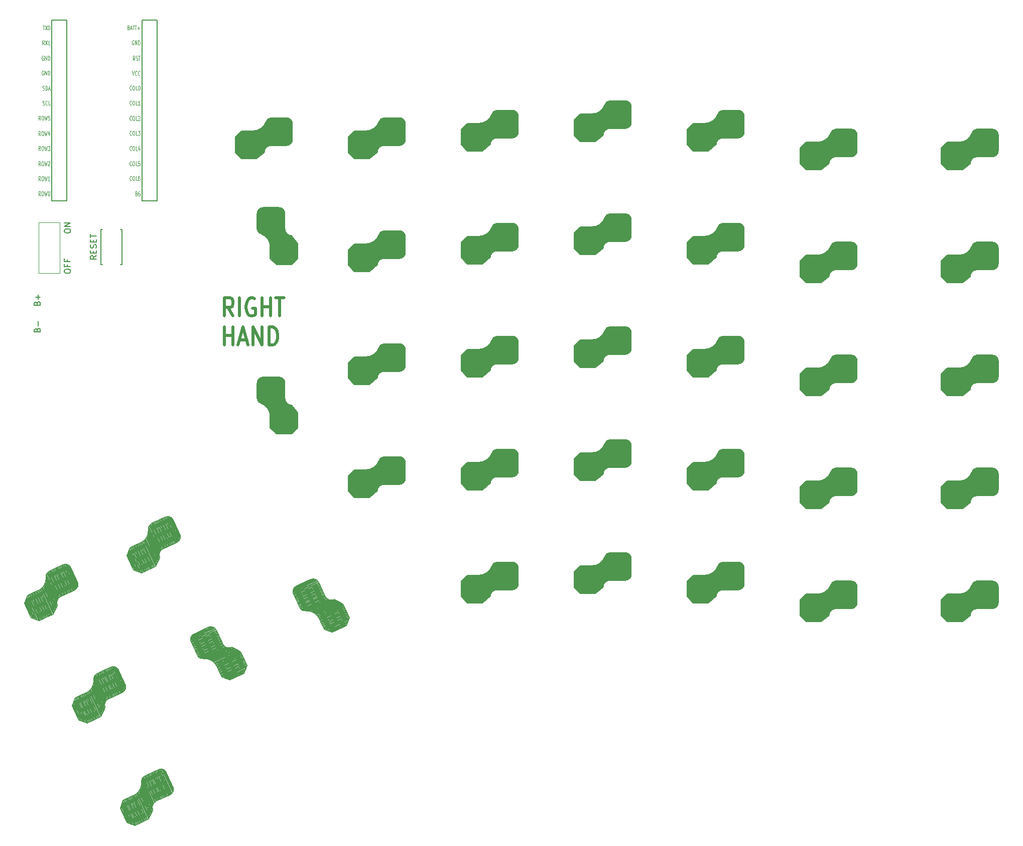
<source format=gto>
%TF.GenerationSoftware,KiCad,Pcbnew,(6.0.5)*%
%TF.CreationDate,2022-06-12T17:08:15-07:00*%
%TF.ProjectId,ErgoDOX,4572676f-444f-4582-9e6b-696361645f70,rev?*%
%TF.SameCoordinates,Original*%
%TF.FileFunction,Legend,Top*%
%TF.FilePolarity,Positive*%
%FSLAX46Y46*%
G04 Gerber Fmt 4.6, Leading zero omitted, Abs format (unit mm)*
G04 Created by KiCad (PCBNEW (6.0.5)) date 2022-06-12 17:08:15*
%MOMM*%
%LPD*%
G01*
G04 APERTURE LIST*
%ADD10C,0.508000*%
%ADD11C,0.150000*%
%ADD12C,0.125000*%
%ADD13C,0.120000*%
G04 APERTURE END LIST*
D10*
X69696390Y-99890217D02*
X68849723Y-98438788D01*
X68244961Y-99890217D02*
X68244961Y-96842217D01*
X69212580Y-96842217D01*
X69454485Y-96987360D01*
X69575438Y-97132502D01*
X69696390Y-97422788D01*
X69696390Y-97858217D01*
X69575438Y-98148502D01*
X69454485Y-98293645D01*
X69212580Y-98438788D01*
X68244961Y-98438788D01*
X70784961Y-99890217D02*
X70784961Y-96842217D01*
X73324961Y-96987360D02*
X73083057Y-96842217D01*
X72720200Y-96842217D01*
X72357342Y-96987360D01*
X72115438Y-97277645D01*
X71994485Y-97567931D01*
X71873533Y-98148502D01*
X71873533Y-98583931D01*
X71994485Y-99164502D01*
X72115438Y-99454788D01*
X72357342Y-99745074D01*
X72720200Y-99890217D01*
X72962104Y-99890217D01*
X73324961Y-99745074D01*
X73445914Y-99599931D01*
X73445914Y-98583931D01*
X72962104Y-98583931D01*
X74534485Y-99890217D02*
X74534485Y-96842217D01*
X74534485Y-98293645D02*
X75985914Y-98293645D01*
X75985914Y-99890217D02*
X75985914Y-96842217D01*
X76832580Y-96842217D02*
X78284009Y-96842217D01*
X77558295Y-99890217D02*
X77558295Y-96842217D01*
X68244961Y-104797497D02*
X68244961Y-101749497D01*
X68244961Y-103200925D02*
X69696390Y-103200925D01*
X69696390Y-104797497D02*
X69696390Y-101749497D01*
X70784961Y-103926640D02*
X71994485Y-103926640D01*
X70543057Y-104797497D02*
X71389723Y-101749497D01*
X72236390Y-104797497D01*
X73083057Y-104797497D02*
X73083057Y-101749497D01*
X74534485Y-104797497D01*
X74534485Y-101749497D01*
X75744009Y-104797497D02*
X75744009Y-101749497D01*
X76348771Y-101749497D01*
X76711628Y-101894640D01*
X76953533Y-102184925D01*
X77074485Y-102475211D01*
X77195438Y-103055782D01*
X77195438Y-103491211D01*
X77074485Y-104071782D01*
X76953533Y-104362068D01*
X76711628Y-104652354D01*
X76348771Y-104797497D01*
X75744009Y-104797497D01*
D11*
%TO.C,BSW1*%
X41250580Y-92434380D02*
X41250580Y-92243904D01*
X41298200Y-92148666D01*
X41393438Y-92053428D01*
X41583914Y-92005809D01*
X41917247Y-92005809D01*
X42107723Y-92053428D01*
X42202961Y-92148666D01*
X42250580Y-92243904D01*
X42250580Y-92434380D01*
X42202961Y-92529619D01*
X42107723Y-92624857D01*
X41917247Y-92672476D01*
X41583914Y-92672476D01*
X41393438Y-92624857D01*
X41298200Y-92529619D01*
X41250580Y-92434380D01*
X41726771Y-91243904D02*
X41726771Y-91577238D01*
X42250580Y-91577238D02*
X41250580Y-91577238D01*
X41250580Y-91101047D01*
X41726771Y-90386761D02*
X41726771Y-90720095D01*
X42250580Y-90720095D02*
X41250580Y-90720095D01*
X41250580Y-90243904D01*
X41250580Y-85625047D02*
X41250580Y-85434571D01*
X41298200Y-85339333D01*
X41393438Y-85244095D01*
X41583914Y-85196476D01*
X41917247Y-85196476D01*
X42107723Y-85244095D01*
X42202961Y-85339333D01*
X42250580Y-85434571D01*
X42250580Y-85625047D01*
X42202961Y-85720285D01*
X42107723Y-85815523D01*
X41917247Y-85863142D01*
X41583914Y-85863142D01*
X41393438Y-85815523D01*
X41298200Y-85720285D01*
X41250580Y-85625047D01*
X42250580Y-84767904D02*
X41250580Y-84767904D01*
X42250580Y-84196476D01*
X41250580Y-84196476D01*
%TO.C,BATTERY*%
X36638171Y-97753419D02*
X36685790Y-97610561D01*
X36733409Y-97562942D01*
X36828647Y-97515323D01*
X36971504Y-97515323D01*
X37066742Y-97562942D01*
X37114361Y-97610561D01*
X37161980Y-97705800D01*
X37161980Y-98086752D01*
X36161980Y-98086752D01*
X36161980Y-97753419D01*
X36209600Y-97658180D01*
X36257219Y-97610561D01*
X36352457Y-97562942D01*
X36447695Y-97562942D01*
X36542933Y-97610561D01*
X36590552Y-97658180D01*
X36638171Y-97753419D01*
X36638171Y-98086752D01*
X36781028Y-97086752D02*
X36781028Y-96324847D01*
X37161980Y-96705800D02*
X36400076Y-96705800D01*
X36638171Y-102253419D02*
X36685790Y-102110561D01*
X36733409Y-102062942D01*
X36828647Y-102015323D01*
X36971504Y-102015323D01*
X37066742Y-102062942D01*
X37114361Y-102110561D01*
X37161980Y-102205800D01*
X37161980Y-102586752D01*
X36161980Y-102586752D01*
X36161980Y-102253419D01*
X36209600Y-102158180D01*
X36257219Y-102110561D01*
X36352457Y-102062942D01*
X36447695Y-102062942D01*
X36542933Y-102110561D01*
X36590552Y-102158180D01*
X36638171Y-102253419D01*
X36638171Y-102586752D01*
X36781028Y-101586752D02*
X36781028Y-100824847D01*
%TO.C,RSW1*%
X46626780Y-89717380D02*
X46150590Y-90050714D01*
X46626780Y-90288809D02*
X45626780Y-90288809D01*
X45626780Y-89907857D01*
X45674400Y-89812619D01*
X45722019Y-89765000D01*
X45817257Y-89717380D01*
X45960114Y-89717380D01*
X46055352Y-89765000D01*
X46102971Y-89812619D01*
X46150590Y-89907857D01*
X46150590Y-90288809D01*
X46102971Y-89288809D02*
X46102971Y-88955476D01*
X46626780Y-88812619D02*
X46626780Y-89288809D01*
X45626780Y-89288809D01*
X45626780Y-88812619D01*
X46579161Y-88431666D02*
X46626780Y-88288809D01*
X46626780Y-88050714D01*
X46579161Y-87955476D01*
X46531542Y-87907857D01*
X46436304Y-87860238D01*
X46341066Y-87860238D01*
X46245828Y-87907857D01*
X46198209Y-87955476D01*
X46150590Y-88050714D01*
X46102971Y-88241190D01*
X46055352Y-88336428D01*
X46007733Y-88384047D01*
X45912495Y-88431666D01*
X45817257Y-88431666D01*
X45722019Y-88384047D01*
X45674400Y-88336428D01*
X45626780Y-88241190D01*
X45626780Y-88003095D01*
X45674400Y-87860238D01*
X46102971Y-87431666D02*
X46102971Y-87098333D01*
X46626780Y-86955476D02*
X46626780Y-87431666D01*
X45626780Y-87431666D01*
X45626780Y-86955476D01*
X45626780Y-86669761D02*
X45626780Y-86098333D01*
X46626780Y-86384047D02*
X45626780Y-86384047D01*
D12*
%TO.C,U1*%
X37545726Y-61778571D02*
X37617154Y-61814285D01*
X37736202Y-61814285D01*
X37783821Y-61778571D01*
X37807630Y-61742857D01*
X37831440Y-61671428D01*
X37831440Y-61600000D01*
X37807630Y-61528571D01*
X37783821Y-61492857D01*
X37736202Y-61457142D01*
X37640964Y-61421428D01*
X37593345Y-61385714D01*
X37569535Y-61350000D01*
X37545726Y-61278571D01*
X37545726Y-61207142D01*
X37569535Y-61135714D01*
X37593345Y-61100000D01*
X37640964Y-61064285D01*
X37760011Y-61064285D01*
X37831440Y-61100000D01*
X38045726Y-61814285D02*
X38045726Y-61064285D01*
X38164773Y-61064285D01*
X38236202Y-61100000D01*
X38283821Y-61171428D01*
X38307630Y-61242857D01*
X38331440Y-61385714D01*
X38331440Y-61492857D01*
X38307630Y-61635714D01*
X38283821Y-61707142D01*
X38236202Y-61778571D01*
X38164773Y-61814285D01*
X38045726Y-61814285D01*
X38521916Y-61600000D02*
X38760011Y-61600000D01*
X38474297Y-61814285D02*
X38640964Y-61064285D01*
X38807630Y-61814285D01*
X52674297Y-58569785D02*
X52840964Y-59319785D01*
X53007630Y-58569785D01*
X53460011Y-59248357D02*
X53436202Y-59284071D01*
X53364773Y-59319785D01*
X53317154Y-59319785D01*
X53245726Y-59284071D01*
X53198107Y-59212642D01*
X53174297Y-59141214D01*
X53150488Y-58998357D01*
X53150488Y-58891214D01*
X53174297Y-58748357D01*
X53198107Y-58676928D01*
X53245726Y-58605500D01*
X53317154Y-58569785D01*
X53364773Y-58569785D01*
X53436202Y-58605500D01*
X53460011Y-58641214D01*
X53960011Y-59248357D02*
X53936202Y-59284071D01*
X53864773Y-59319785D01*
X53817154Y-59319785D01*
X53745726Y-59284071D01*
X53698107Y-59212642D01*
X53674297Y-59141214D01*
X53650488Y-58998357D01*
X53650488Y-58891214D01*
X53674297Y-58748357D01*
X53698107Y-58676928D01*
X53745726Y-58605500D01*
X53817154Y-58569785D01*
X53864773Y-58569785D01*
X53936202Y-58605500D01*
X53960011Y-58641214D01*
X52555250Y-71892857D02*
X52531440Y-71928571D01*
X52460011Y-71964285D01*
X52412392Y-71964285D01*
X52340964Y-71928571D01*
X52293345Y-71857142D01*
X52269535Y-71785714D01*
X52245726Y-71642857D01*
X52245726Y-71535714D01*
X52269535Y-71392857D01*
X52293345Y-71321428D01*
X52340964Y-71250000D01*
X52412392Y-71214285D01*
X52460011Y-71214285D01*
X52531440Y-71250000D01*
X52555250Y-71285714D01*
X52864773Y-71214285D02*
X52960011Y-71214285D01*
X53007630Y-71250000D01*
X53055250Y-71321428D01*
X53079059Y-71464285D01*
X53079059Y-71714285D01*
X53055250Y-71857142D01*
X53007630Y-71928571D01*
X52960011Y-71964285D01*
X52864773Y-71964285D01*
X52817154Y-71928571D01*
X52769535Y-71857142D01*
X52745726Y-71714285D01*
X52745726Y-71464285D01*
X52769535Y-71321428D01*
X52817154Y-71250000D01*
X52864773Y-71214285D01*
X53531440Y-71964285D02*
X53293345Y-71964285D01*
X53293345Y-71214285D01*
X53912392Y-71464285D02*
X53912392Y-71964285D01*
X53793345Y-71178571D02*
X53674297Y-71714285D01*
X53983821Y-71714285D01*
X37188583Y-66876285D02*
X37021916Y-66519142D01*
X36902869Y-66876285D02*
X36902869Y-66126285D01*
X37093345Y-66126285D01*
X37140964Y-66162000D01*
X37164773Y-66197714D01*
X37188583Y-66269142D01*
X37188583Y-66376285D01*
X37164773Y-66447714D01*
X37140964Y-66483428D01*
X37093345Y-66519142D01*
X36902869Y-66519142D01*
X37498107Y-66126285D02*
X37593345Y-66126285D01*
X37640964Y-66162000D01*
X37688583Y-66233428D01*
X37712392Y-66376285D01*
X37712392Y-66626285D01*
X37688583Y-66769142D01*
X37640964Y-66840571D01*
X37593345Y-66876285D01*
X37498107Y-66876285D01*
X37450488Y-66840571D01*
X37402869Y-66769142D01*
X37379059Y-66626285D01*
X37379059Y-66376285D01*
X37402869Y-66233428D01*
X37450488Y-66162000D01*
X37498107Y-66126285D01*
X37879059Y-66126285D02*
X37998107Y-66876285D01*
X38093345Y-66340571D01*
X38188583Y-66876285D01*
X38307630Y-66126285D01*
X38736202Y-66126285D02*
X38498107Y-66126285D01*
X38474297Y-66483428D01*
X38498107Y-66447714D01*
X38545726Y-66412000D01*
X38664773Y-66412000D01*
X38712392Y-66447714D01*
X38736202Y-66483428D01*
X38760011Y-66554857D01*
X38760011Y-66733428D01*
X38736202Y-66804857D01*
X38712392Y-66840571D01*
X38664773Y-66876285D01*
X38545726Y-66876285D01*
X38498107Y-66840571D01*
X38474297Y-66804857D01*
X37712392Y-58542000D02*
X37664773Y-58506285D01*
X37593345Y-58506285D01*
X37521916Y-58542000D01*
X37474297Y-58613428D01*
X37450488Y-58684857D01*
X37426678Y-58827714D01*
X37426678Y-58934857D01*
X37450488Y-59077714D01*
X37474297Y-59149142D01*
X37521916Y-59220571D01*
X37593345Y-59256285D01*
X37640964Y-59256285D01*
X37712392Y-59220571D01*
X37736202Y-59184857D01*
X37736202Y-58934857D01*
X37640964Y-58934857D01*
X37950488Y-59256285D02*
X37950488Y-58506285D01*
X38236202Y-59256285D01*
X38236202Y-58506285D01*
X38474297Y-59256285D02*
X38474297Y-58506285D01*
X38593345Y-58506285D01*
X38664773Y-58542000D01*
X38712392Y-58613428D01*
X38736202Y-58684857D01*
X38760011Y-58827714D01*
X38760011Y-58934857D01*
X38736202Y-59077714D01*
X38712392Y-59149142D01*
X38664773Y-59220571D01*
X38593345Y-59256285D01*
X38474297Y-59256285D01*
X37188583Y-71964285D02*
X37021916Y-71607142D01*
X36902869Y-71964285D02*
X36902869Y-71214285D01*
X37093345Y-71214285D01*
X37140964Y-71250000D01*
X37164773Y-71285714D01*
X37188583Y-71357142D01*
X37188583Y-71464285D01*
X37164773Y-71535714D01*
X37140964Y-71571428D01*
X37093345Y-71607142D01*
X36902869Y-71607142D01*
X37498107Y-71214285D02*
X37593345Y-71214285D01*
X37640964Y-71250000D01*
X37688583Y-71321428D01*
X37712392Y-71464285D01*
X37712392Y-71714285D01*
X37688583Y-71857142D01*
X37640964Y-71928571D01*
X37593345Y-71964285D01*
X37498107Y-71964285D01*
X37450488Y-71928571D01*
X37402869Y-71857142D01*
X37379059Y-71714285D01*
X37379059Y-71464285D01*
X37402869Y-71321428D01*
X37450488Y-71250000D01*
X37498107Y-71214285D01*
X37879059Y-71214285D02*
X37998107Y-71964285D01*
X38093345Y-71428571D01*
X38188583Y-71964285D01*
X38307630Y-71214285D01*
X38450488Y-71214285D02*
X38760011Y-71214285D01*
X38593345Y-71500000D01*
X38664773Y-71500000D01*
X38712392Y-71535714D01*
X38736202Y-71571428D01*
X38760011Y-71642857D01*
X38760011Y-71821428D01*
X38736202Y-71892857D01*
X38712392Y-71928571D01*
X38664773Y-71964285D01*
X38521916Y-71964285D01*
X38474297Y-71928571D01*
X38450488Y-71892857D01*
X37569535Y-64300571D02*
X37640964Y-64336285D01*
X37760011Y-64336285D01*
X37807630Y-64300571D01*
X37831440Y-64264857D01*
X37855250Y-64193428D01*
X37855250Y-64122000D01*
X37831440Y-64050571D01*
X37807630Y-64014857D01*
X37760011Y-63979142D01*
X37664773Y-63943428D01*
X37617154Y-63907714D01*
X37593345Y-63872000D01*
X37569535Y-63800571D01*
X37569535Y-63729142D01*
X37593345Y-63657714D01*
X37617154Y-63622000D01*
X37664773Y-63586285D01*
X37783821Y-63586285D01*
X37855250Y-63622000D01*
X38355250Y-64264857D02*
X38331440Y-64300571D01*
X38260011Y-64336285D01*
X38212392Y-64336285D01*
X38140964Y-64300571D01*
X38093345Y-64229142D01*
X38069535Y-64157714D01*
X38045726Y-64014857D01*
X38045726Y-63907714D01*
X38069535Y-63764857D01*
X38093345Y-63693428D01*
X38140964Y-63622000D01*
X38212392Y-63586285D01*
X38260011Y-63586285D01*
X38331440Y-63622000D01*
X38355250Y-63657714D01*
X38807630Y-64336285D02*
X38569535Y-64336285D01*
X38569535Y-63586285D01*
X37188583Y-79614285D02*
X37021916Y-79257142D01*
X36902869Y-79614285D02*
X36902869Y-78864285D01*
X37093345Y-78864285D01*
X37140964Y-78900000D01*
X37164773Y-78935714D01*
X37188583Y-79007142D01*
X37188583Y-79114285D01*
X37164773Y-79185714D01*
X37140964Y-79221428D01*
X37093345Y-79257142D01*
X36902869Y-79257142D01*
X37498107Y-78864285D02*
X37593345Y-78864285D01*
X37640964Y-78900000D01*
X37688583Y-78971428D01*
X37712392Y-79114285D01*
X37712392Y-79364285D01*
X37688583Y-79507142D01*
X37640964Y-79578571D01*
X37593345Y-79614285D01*
X37498107Y-79614285D01*
X37450488Y-79578571D01*
X37402869Y-79507142D01*
X37379059Y-79364285D01*
X37379059Y-79114285D01*
X37402869Y-78971428D01*
X37450488Y-78900000D01*
X37498107Y-78864285D01*
X37879059Y-78864285D02*
X37998107Y-79614285D01*
X38093345Y-79078571D01*
X38188583Y-79614285D01*
X38307630Y-78864285D01*
X38593345Y-78864285D02*
X38640964Y-78864285D01*
X38688583Y-78900000D01*
X38712392Y-78935714D01*
X38736202Y-79007142D01*
X38760011Y-79150000D01*
X38760011Y-79328571D01*
X38736202Y-79471428D01*
X38712392Y-79542857D01*
X38688583Y-79578571D01*
X38640964Y-79614285D01*
X38593345Y-79614285D01*
X38545726Y-79578571D01*
X38521916Y-79542857D01*
X38498107Y-79471428D01*
X38474297Y-79328571D01*
X38474297Y-79150000D01*
X38498107Y-79007142D01*
X38521916Y-78935714D01*
X38545726Y-78900000D01*
X38593345Y-78864285D01*
X52555250Y-64264857D02*
X52531440Y-64300571D01*
X52460011Y-64336285D01*
X52412392Y-64336285D01*
X52340964Y-64300571D01*
X52293345Y-64229142D01*
X52269535Y-64157714D01*
X52245726Y-64014857D01*
X52245726Y-63907714D01*
X52269535Y-63764857D01*
X52293345Y-63693428D01*
X52340964Y-63622000D01*
X52412392Y-63586285D01*
X52460011Y-63586285D01*
X52531440Y-63622000D01*
X52555250Y-63657714D01*
X52864773Y-63586285D02*
X52960011Y-63586285D01*
X53007630Y-63622000D01*
X53055250Y-63693428D01*
X53079059Y-63836285D01*
X53079059Y-64086285D01*
X53055250Y-64229142D01*
X53007630Y-64300571D01*
X52960011Y-64336285D01*
X52864773Y-64336285D01*
X52817154Y-64300571D01*
X52769535Y-64229142D01*
X52745726Y-64086285D01*
X52745726Y-63836285D01*
X52769535Y-63693428D01*
X52817154Y-63622000D01*
X52864773Y-63586285D01*
X53531440Y-64336285D02*
X53293345Y-64336285D01*
X53293345Y-63586285D01*
X53960011Y-64336285D02*
X53674297Y-64336285D01*
X53817154Y-64336285D02*
X53817154Y-63586285D01*
X53769535Y-63693428D01*
X53721916Y-63764857D01*
X53674297Y-63800571D01*
X52912392Y-53450000D02*
X52864773Y-53414285D01*
X52793345Y-53414285D01*
X52721916Y-53450000D01*
X52674297Y-53521428D01*
X52650488Y-53592857D01*
X52626678Y-53735714D01*
X52626678Y-53842857D01*
X52650488Y-53985714D01*
X52674297Y-54057142D01*
X52721916Y-54128571D01*
X52793345Y-54164285D01*
X52840964Y-54164285D01*
X52912392Y-54128571D01*
X52936202Y-54092857D01*
X52936202Y-53842857D01*
X52840964Y-53842857D01*
X53150488Y-54164285D02*
X53150488Y-53414285D01*
X53436202Y-54164285D01*
X53436202Y-53414285D01*
X53674297Y-54164285D02*
X53674297Y-53414285D01*
X53793345Y-53414285D01*
X53864773Y-53450000D01*
X53912392Y-53521428D01*
X53936202Y-53592857D01*
X53960011Y-53735714D01*
X53960011Y-53842857D01*
X53936202Y-53985714D01*
X53912392Y-54057142D01*
X53864773Y-54128571D01*
X53793345Y-54164285D01*
X53674297Y-54164285D01*
X53364773Y-79246928D02*
X53436202Y-79282642D01*
X53460011Y-79318357D01*
X53483821Y-79389785D01*
X53483821Y-79496928D01*
X53460011Y-79568357D01*
X53436202Y-79604071D01*
X53388583Y-79639785D01*
X53198107Y-79639785D01*
X53198107Y-78889785D01*
X53364773Y-78889785D01*
X53412392Y-78925500D01*
X53436202Y-78961214D01*
X53460011Y-79032642D01*
X53460011Y-79104071D01*
X53436202Y-79175500D01*
X53412392Y-79211214D01*
X53364773Y-79246928D01*
X53198107Y-79246928D01*
X53912392Y-78889785D02*
X53817154Y-78889785D01*
X53769535Y-78925500D01*
X53745726Y-78961214D01*
X53698107Y-79068357D01*
X53674297Y-79211214D01*
X53674297Y-79496928D01*
X53698107Y-79568357D01*
X53721916Y-79604071D01*
X53769535Y-79639785D01*
X53864773Y-79639785D01*
X53912392Y-79604071D01*
X53936202Y-79568357D01*
X53960011Y-79496928D01*
X53960011Y-79318357D01*
X53936202Y-79246928D01*
X53912392Y-79211214D01*
X53864773Y-79175500D01*
X53769535Y-79175500D01*
X53721916Y-79211214D01*
X53698107Y-79246928D01*
X53674297Y-79318357D01*
X52555250Y-76964857D02*
X52531440Y-77000571D01*
X52460011Y-77036285D01*
X52412392Y-77036285D01*
X52340964Y-77000571D01*
X52293345Y-76929142D01*
X52269535Y-76857714D01*
X52245726Y-76714857D01*
X52245726Y-76607714D01*
X52269535Y-76464857D01*
X52293345Y-76393428D01*
X52340964Y-76322000D01*
X52412392Y-76286285D01*
X52460011Y-76286285D01*
X52531440Y-76322000D01*
X52555250Y-76357714D01*
X52864773Y-76286285D02*
X52960011Y-76286285D01*
X53007630Y-76322000D01*
X53055250Y-76393428D01*
X53079059Y-76536285D01*
X53079059Y-76786285D01*
X53055250Y-76929142D01*
X53007630Y-77000571D01*
X52960011Y-77036285D01*
X52864773Y-77036285D01*
X52817154Y-77000571D01*
X52769535Y-76929142D01*
X52745726Y-76786285D01*
X52745726Y-76536285D01*
X52769535Y-76393428D01*
X52817154Y-76322000D01*
X52864773Y-76286285D01*
X53531440Y-77036285D02*
X53293345Y-77036285D01*
X53293345Y-76286285D01*
X53912392Y-76286285D02*
X53817154Y-76286285D01*
X53769535Y-76322000D01*
X53745726Y-76357714D01*
X53698107Y-76464857D01*
X53674297Y-76607714D01*
X53674297Y-76893428D01*
X53698107Y-76964857D01*
X53721916Y-77000571D01*
X53769535Y-77036285D01*
X53864773Y-77036285D01*
X53912392Y-77000571D01*
X53936202Y-76964857D01*
X53960011Y-76893428D01*
X53960011Y-76714857D01*
X53936202Y-76643428D01*
X53912392Y-76607714D01*
X53864773Y-76572000D01*
X53769535Y-76572000D01*
X53721916Y-76607714D01*
X53698107Y-76643428D01*
X53674297Y-76714857D01*
X37188583Y-69464285D02*
X37021916Y-69107142D01*
X36902869Y-69464285D02*
X36902869Y-68714285D01*
X37093345Y-68714285D01*
X37140964Y-68750000D01*
X37164773Y-68785714D01*
X37188583Y-68857142D01*
X37188583Y-68964285D01*
X37164773Y-69035714D01*
X37140964Y-69071428D01*
X37093345Y-69107142D01*
X36902869Y-69107142D01*
X37498107Y-68714285D02*
X37593345Y-68714285D01*
X37640964Y-68750000D01*
X37688583Y-68821428D01*
X37712392Y-68964285D01*
X37712392Y-69214285D01*
X37688583Y-69357142D01*
X37640964Y-69428571D01*
X37593345Y-69464285D01*
X37498107Y-69464285D01*
X37450488Y-69428571D01*
X37402869Y-69357142D01*
X37379059Y-69214285D01*
X37379059Y-68964285D01*
X37402869Y-68821428D01*
X37450488Y-68750000D01*
X37498107Y-68714285D01*
X37879059Y-68714285D02*
X37998107Y-69464285D01*
X38093345Y-68928571D01*
X38188583Y-69464285D01*
X38307630Y-68714285D01*
X38712392Y-68964285D02*
X38712392Y-69464285D01*
X38593345Y-68678571D02*
X38474297Y-69214285D01*
X38783821Y-69214285D01*
X52555250Y-66842857D02*
X52531440Y-66878571D01*
X52460011Y-66914285D01*
X52412392Y-66914285D01*
X52340964Y-66878571D01*
X52293345Y-66807142D01*
X52269535Y-66735714D01*
X52245726Y-66592857D01*
X52245726Y-66485714D01*
X52269535Y-66342857D01*
X52293345Y-66271428D01*
X52340964Y-66200000D01*
X52412392Y-66164285D01*
X52460011Y-66164285D01*
X52531440Y-66200000D01*
X52555250Y-66235714D01*
X52864773Y-66164285D02*
X52960011Y-66164285D01*
X53007630Y-66200000D01*
X53055250Y-66271428D01*
X53079059Y-66414285D01*
X53079059Y-66664285D01*
X53055250Y-66807142D01*
X53007630Y-66878571D01*
X52960011Y-66914285D01*
X52864773Y-66914285D01*
X52817154Y-66878571D01*
X52769535Y-66807142D01*
X52745726Y-66664285D01*
X52745726Y-66414285D01*
X52769535Y-66271428D01*
X52817154Y-66200000D01*
X52864773Y-66164285D01*
X53531440Y-66914285D02*
X53293345Y-66914285D01*
X53293345Y-66164285D01*
X53674297Y-66235714D02*
X53698107Y-66200000D01*
X53745726Y-66164285D01*
X53864773Y-66164285D01*
X53912392Y-66200000D01*
X53936202Y-66235714D01*
X53960011Y-66307142D01*
X53960011Y-66378571D01*
X53936202Y-66485714D01*
X53650488Y-66914285D01*
X53960011Y-66914285D01*
X53102869Y-56779785D02*
X52936202Y-56422642D01*
X52817154Y-56779785D02*
X52817154Y-56029785D01*
X53007630Y-56029785D01*
X53055250Y-56065500D01*
X53079059Y-56101214D01*
X53102869Y-56172642D01*
X53102869Y-56279785D01*
X53079059Y-56351214D01*
X53055250Y-56386928D01*
X53007630Y-56422642D01*
X52817154Y-56422642D01*
X53293345Y-56744071D02*
X53364773Y-56779785D01*
X53483821Y-56779785D01*
X53531440Y-56744071D01*
X53555250Y-56708357D01*
X53579059Y-56636928D01*
X53579059Y-56565500D01*
X53555250Y-56494071D01*
X53531440Y-56458357D01*
X53483821Y-56422642D01*
X53388583Y-56386928D01*
X53340964Y-56351214D01*
X53317154Y-56315500D01*
X53293345Y-56244071D01*
X53293345Y-56172642D01*
X53317154Y-56101214D01*
X53340964Y-56065500D01*
X53388583Y-56029785D01*
X53507630Y-56029785D01*
X53579059Y-56065500D01*
X53721916Y-56029785D02*
X54007630Y-56029785D01*
X53864773Y-56779785D02*
X53864773Y-56029785D01*
X52555250Y-74488357D02*
X52531440Y-74524071D01*
X52460011Y-74559785D01*
X52412392Y-74559785D01*
X52340964Y-74524071D01*
X52293345Y-74452642D01*
X52269535Y-74381214D01*
X52245726Y-74238357D01*
X52245726Y-74131214D01*
X52269535Y-73988357D01*
X52293345Y-73916928D01*
X52340964Y-73845500D01*
X52412392Y-73809785D01*
X52460011Y-73809785D01*
X52531440Y-73845500D01*
X52555250Y-73881214D01*
X52864773Y-73809785D02*
X52960011Y-73809785D01*
X53007630Y-73845500D01*
X53055250Y-73916928D01*
X53079059Y-74059785D01*
X53079059Y-74309785D01*
X53055250Y-74452642D01*
X53007630Y-74524071D01*
X52960011Y-74559785D01*
X52864773Y-74559785D01*
X52817154Y-74524071D01*
X52769535Y-74452642D01*
X52745726Y-74309785D01*
X52745726Y-74059785D01*
X52769535Y-73916928D01*
X52817154Y-73845500D01*
X52864773Y-73809785D01*
X53531440Y-74559785D02*
X53293345Y-74559785D01*
X53293345Y-73809785D01*
X53936202Y-73809785D02*
X53698107Y-73809785D01*
X53674297Y-74166928D01*
X53698107Y-74131214D01*
X53745726Y-74095500D01*
X53864773Y-74095500D01*
X53912392Y-74131214D01*
X53936202Y-74166928D01*
X53960011Y-74238357D01*
X53960011Y-74416928D01*
X53936202Y-74488357D01*
X53912392Y-74524071D01*
X53864773Y-74559785D01*
X53745726Y-74559785D01*
X53698107Y-74524071D01*
X53674297Y-74488357D01*
X37569535Y-50886285D02*
X37855250Y-50886285D01*
X37712392Y-51636285D02*
X37712392Y-50886285D01*
X37974297Y-50886285D02*
X38307630Y-51636285D01*
X38307630Y-50886285D02*
X37974297Y-51636285D01*
X38593345Y-50886285D02*
X38640964Y-50886285D01*
X38688583Y-50922000D01*
X38712392Y-50957714D01*
X38736202Y-51029142D01*
X38760011Y-51172000D01*
X38760011Y-51350571D01*
X38736202Y-51493428D01*
X38712392Y-51564857D01*
X38688583Y-51600571D01*
X38640964Y-51636285D01*
X38593345Y-51636285D01*
X38545726Y-51600571D01*
X38521916Y-51564857D01*
X38498107Y-51493428D01*
X38474297Y-51350571D01*
X38474297Y-51172000D01*
X38498107Y-51029142D01*
X38521916Y-50957714D01*
X38545726Y-50922000D01*
X38593345Y-50886285D01*
X37712392Y-56065500D02*
X37664773Y-56029785D01*
X37593345Y-56029785D01*
X37521916Y-56065500D01*
X37474297Y-56136928D01*
X37450488Y-56208357D01*
X37426678Y-56351214D01*
X37426678Y-56458357D01*
X37450488Y-56601214D01*
X37474297Y-56672642D01*
X37521916Y-56744071D01*
X37593345Y-56779785D01*
X37640964Y-56779785D01*
X37712392Y-56744071D01*
X37736202Y-56708357D01*
X37736202Y-56458357D01*
X37640964Y-56458357D01*
X37950488Y-56779785D02*
X37950488Y-56029785D01*
X38236202Y-56779785D01*
X38236202Y-56029785D01*
X38474297Y-56779785D02*
X38474297Y-56029785D01*
X38593345Y-56029785D01*
X38664773Y-56065500D01*
X38712392Y-56136928D01*
X38736202Y-56208357D01*
X38760011Y-56351214D01*
X38760011Y-56458357D01*
X38736202Y-56601214D01*
X38712392Y-56672642D01*
X38664773Y-56744071D01*
X38593345Y-56779785D01*
X38474297Y-56779785D01*
X52555250Y-61724857D02*
X52531440Y-61760571D01*
X52460011Y-61796285D01*
X52412392Y-61796285D01*
X52340964Y-61760571D01*
X52293345Y-61689142D01*
X52269535Y-61617714D01*
X52245726Y-61474857D01*
X52245726Y-61367714D01*
X52269535Y-61224857D01*
X52293345Y-61153428D01*
X52340964Y-61082000D01*
X52412392Y-61046285D01*
X52460011Y-61046285D01*
X52531440Y-61082000D01*
X52555250Y-61117714D01*
X52864773Y-61046285D02*
X52960011Y-61046285D01*
X53007630Y-61082000D01*
X53055250Y-61153428D01*
X53079059Y-61296285D01*
X53079059Y-61546285D01*
X53055250Y-61689142D01*
X53007630Y-61760571D01*
X52960011Y-61796285D01*
X52864773Y-61796285D01*
X52817154Y-61760571D01*
X52769535Y-61689142D01*
X52745726Y-61546285D01*
X52745726Y-61296285D01*
X52769535Y-61153428D01*
X52817154Y-61082000D01*
X52864773Y-61046285D01*
X53531440Y-61796285D02*
X53293345Y-61796285D01*
X53293345Y-61046285D01*
X53793345Y-61046285D02*
X53840964Y-61046285D01*
X53888583Y-61082000D01*
X53912392Y-61117714D01*
X53936202Y-61189142D01*
X53960011Y-61332000D01*
X53960011Y-61510571D01*
X53936202Y-61653428D01*
X53912392Y-61724857D01*
X53888583Y-61760571D01*
X53840964Y-61796285D01*
X53793345Y-61796285D01*
X53745726Y-61760571D01*
X53721916Y-61724857D01*
X53698107Y-61653428D01*
X53674297Y-61510571D01*
X53674297Y-61332000D01*
X53698107Y-61189142D01*
X53721916Y-61117714D01*
X53745726Y-61082000D01*
X53793345Y-61046285D01*
X37188583Y-74559785D02*
X37021916Y-74202642D01*
X36902869Y-74559785D02*
X36902869Y-73809785D01*
X37093345Y-73809785D01*
X37140964Y-73845500D01*
X37164773Y-73881214D01*
X37188583Y-73952642D01*
X37188583Y-74059785D01*
X37164773Y-74131214D01*
X37140964Y-74166928D01*
X37093345Y-74202642D01*
X36902869Y-74202642D01*
X37498107Y-73809785D02*
X37593345Y-73809785D01*
X37640964Y-73845500D01*
X37688583Y-73916928D01*
X37712392Y-74059785D01*
X37712392Y-74309785D01*
X37688583Y-74452642D01*
X37640964Y-74524071D01*
X37593345Y-74559785D01*
X37498107Y-74559785D01*
X37450488Y-74524071D01*
X37402869Y-74452642D01*
X37379059Y-74309785D01*
X37379059Y-74059785D01*
X37402869Y-73916928D01*
X37450488Y-73845500D01*
X37498107Y-73809785D01*
X37879059Y-73809785D02*
X37998107Y-74559785D01*
X38093345Y-74024071D01*
X38188583Y-74559785D01*
X38307630Y-73809785D01*
X38474297Y-73881214D02*
X38498107Y-73845500D01*
X38545726Y-73809785D01*
X38664773Y-73809785D01*
X38712392Y-73845500D01*
X38736202Y-73881214D01*
X38760011Y-73952642D01*
X38760011Y-74024071D01*
X38736202Y-74131214D01*
X38450488Y-74559785D01*
X38760011Y-74559785D01*
X52031440Y-51243428D02*
X52102869Y-51279142D01*
X52126678Y-51314857D01*
X52150488Y-51386285D01*
X52150488Y-51493428D01*
X52126678Y-51564857D01*
X52102869Y-51600571D01*
X52055250Y-51636285D01*
X51864773Y-51636285D01*
X51864773Y-50886285D01*
X52031440Y-50886285D01*
X52079059Y-50922000D01*
X52102869Y-50957714D01*
X52126678Y-51029142D01*
X52126678Y-51100571D01*
X52102869Y-51172000D01*
X52079059Y-51207714D01*
X52031440Y-51243428D01*
X51864773Y-51243428D01*
X52340964Y-51422000D02*
X52579059Y-51422000D01*
X52293345Y-51636285D02*
X52460011Y-50886285D01*
X52626678Y-51636285D01*
X52721916Y-50886285D02*
X53007630Y-50886285D01*
X52864773Y-51636285D02*
X52864773Y-50886285D01*
X53102869Y-50886285D02*
X53388583Y-50886285D01*
X53245726Y-51636285D02*
X53245726Y-50886285D01*
X53555250Y-51350571D02*
X53936202Y-51350571D01*
X53745726Y-51636285D02*
X53745726Y-51064857D01*
X37188583Y-77064285D02*
X37021916Y-76707142D01*
X36902869Y-77064285D02*
X36902869Y-76314285D01*
X37093345Y-76314285D01*
X37140964Y-76350000D01*
X37164773Y-76385714D01*
X37188583Y-76457142D01*
X37188583Y-76564285D01*
X37164773Y-76635714D01*
X37140964Y-76671428D01*
X37093345Y-76707142D01*
X36902869Y-76707142D01*
X37498107Y-76314285D02*
X37593345Y-76314285D01*
X37640964Y-76350000D01*
X37688583Y-76421428D01*
X37712392Y-76564285D01*
X37712392Y-76814285D01*
X37688583Y-76957142D01*
X37640964Y-77028571D01*
X37593345Y-77064285D01*
X37498107Y-77064285D01*
X37450488Y-77028571D01*
X37402869Y-76957142D01*
X37379059Y-76814285D01*
X37379059Y-76564285D01*
X37402869Y-76421428D01*
X37450488Y-76350000D01*
X37498107Y-76314285D01*
X37879059Y-76314285D02*
X37998107Y-77064285D01*
X38093345Y-76528571D01*
X38188583Y-77064285D01*
X38307630Y-76314285D01*
X38760011Y-77064285D02*
X38474297Y-77064285D01*
X38617154Y-77064285D02*
X38617154Y-76314285D01*
X38569535Y-76421428D01*
X38521916Y-76492857D01*
X38474297Y-76528571D01*
X37807630Y-54176285D02*
X37640964Y-53819142D01*
X37521916Y-54176285D02*
X37521916Y-53426285D01*
X37712392Y-53426285D01*
X37760011Y-53462000D01*
X37783821Y-53497714D01*
X37807630Y-53569142D01*
X37807630Y-53676285D01*
X37783821Y-53747714D01*
X37760011Y-53783428D01*
X37712392Y-53819142D01*
X37521916Y-53819142D01*
X37974297Y-53426285D02*
X38307630Y-54176285D01*
X38307630Y-53426285D02*
X37974297Y-54176285D01*
X38760011Y-54176285D02*
X38474297Y-54176285D01*
X38617154Y-54176285D02*
X38617154Y-53426285D01*
X38569535Y-53533428D01*
X38521916Y-53604857D01*
X38474297Y-53640571D01*
X52555250Y-69344857D02*
X52531440Y-69380571D01*
X52460011Y-69416285D01*
X52412392Y-69416285D01*
X52340964Y-69380571D01*
X52293345Y-69309142D01*
X52269535Y-69237714D01*
X52245726Y-69094857D01*
X52245726Y-68987714D01*
X52269535Y-68844857D01*
X52293345Y-68773428D01*
X52340964Y-68702000D01*
X52412392Y-68666285D01*
X52460011Y-68666285D01*
X52531440Y-68702000D01*
X52555250Y-68737714D01*
X52864773Y-68666285D02*
X52960011Y-68666285D01*
X53007630Y-68702000D01*
X53055250Y-68773428D01*
X53079059Y-68916285D01*
X53079059Y-69166285D01*
X53055250Y-69309142D01*
X53007630Y-69380571D01*
X52960011Y-69416285D01*
X52864773Y-69416285D01*
X52817154Y-69380571D01*
X52769535Y-69309142D01*
X52745726Y-69166285D01*
X52745726Y-68916285D01*
X52769535Y-68773428D01*
X52817154Y-68702000D01*
X52864773Y-68666285D01*
X53531440Y-69416285D02*
X53293345Y-69416285D01*
X53293345Y-68666285D01*
X53650488Y-68666285D02*
X53960011Y-68666285D01*
X53793345Y-68952000D01*
X53864773Y-68952000D01*
X53912392Y-68987714D01*
X53936202Y-69023428D01*
X53960011Y-69094857D01*
X53960011Y-69273428D01*
X53936202Y-69344857D01*
X53912392Y-69380571D01*
X53864773Y-69416285D01*
X53721916Y-69416285D01*
X53674297Y-69380571D01*
X53650488Y-69344857D01*
D13*
%TO.C,BSW1*%
X36914200Y-84115000D02*
X40469200Y-84115000D01*
X40469200Y-84124000D02*
X40469200Y-92669000D01*
X40460200Y-92669000D02*
X36906200Y-92669000D01*
X36906200Y-92669000D02*
X36906200Y-84119000D01*
D11*
%TO.C,RSW1*%
X47424400Y-85265000D02*
X47674400Y-85265000D01*
X47424400Y-91265000D02*
X47424400Y-85265000D01*
X47424400Y-91265000D02*
X47674400Y-91265000D01*
X50924400Y-91265000D02*
X50674400Y-91265000D01*
X50924400Y-85265000D02*
X50674400Y-85265000D01*
X50924400Y-91265000D02*
X50924400Y-85265000D01*
%TO.C,SW5:10*%
X132140000Y-64780000D02*
X132140000Y-68930000D01*
X130840000Y-65780000D02*
X130840000Y-70380000D01*
X128440000Y-65830000D02*
X128440000Y-70430000D01*
X127390000Y-66680000D02*
X127390000Y-69580000D01*
X136390000Y-63830000D02*
X136390000Y-68030000D01*
X128290000Y-65830000D02*
X128290000Y-70430000D01*
X127840000Y-66230000D02*
X127840000Y-70030000D01*
X130390000Y-65830000D02*
X130390000Y-70380000D01*
X131740000Y-65280000D02*
X131740000Y-69680000D01*
X127540000Y-66580000D02*
X127540000Y-69730000D01*
X135790000Y-63630000D02*
X135790000Y-68230000D01*
X135640000Y-63630000D02*
X135640000Y-68230000D01*
X129640000Y-65830000D02*
X129640000Y-70430000D01*
X134590000Y-63630000D02*
X134590000Y-68230000D01*
X132240000Y-64630000D02*
X132240000Y-68780000D01*
X130240000Y-65805000D02*
X128265000Y-65805000D01*
X136090000Y-63680000D02*
X136090000Y-68180000D01*
X128890000Y-65830000D02*
X128890000Y-70430000D01*
X136840000Y-67255000D02*
X136840000Y-64605000D01*
X130815000Y-70455000D02*
X128265000Y-70455000D01*
X130990000Y-65730000D02*
X130990000Y-70280000D01*
X132040000Y-64980000D02*
X132040000Y-69430000D01*
X131440000Y-65480000D02*
X131440000Y-69930000D01*
X129040000Y-65830000D02*
X129040000Y-70430000D01*
X131290000Y-65580000D02*
X131290000Y-70030000D01*
X133990000Y-63630000D02*
X133990000Y-68230000D01*
X130815000Y-70455000D02*
X132090000Y-69430000D01*
X135340000Y-63630000D02*
X135340000Y-68230000D01*
X136690000Y-64180000D02*
X136690000Y-67730000D01*
X130090000Y-65830000D02*
X130090000Y-70430000D01*
X133090000Y-63630000D02*
X133090000Y-68230000D01*
X134440000Y-63630000D02*
X134440000Y-68230000D01*
X127240000Y-69430000D02*
X128265000Y-70455000D01*
X134140000Y-63630000D02*
X134140000Y-68230000D01*
X132440000Y-64280000D02*
X132440000Y-68480000D01*
X133390000Y-63630000D02*
X133390000Y-68180000D01*
X133540000Y-63630000D02*
X133540000Y-68230000D01*
X128740000Y-65830000D02*
X128740000Y-70430000D01*
X134290000Y-63630000D02*
X134290000Y-68230000D01*
X128590000Y-65830000D02*
X128590000Y-70430000D01*
X130540000Y-65780000D02*
X130540000Y-70430000D01*
X135040000Y-63630000D02*
X135040000Y-68230000D01*
X132790000Y-63780000D02*
X132790000Y-68330000D01*
X135490000Y-63630000D02*
X135490000Y-68230000D01*
X132940000Y-63680000D02*
X132940000Y-68230000D01*
X131590000Y-65380000D02*
X131590000Y-69780000D01*
X133840000Y-63630000D02*
X133840000Y-68230000D01*
X127240000Y-66830000D02*
X128265000Y-65805000D01*
X133690000Y-63630000D02*
X133690000Y-68230000D01*
X135840000Y-68255000D02*
X133265000Y-68255000D01*
X128140000Y-65980000D02*
X128140000Y-70330000D01*
X132540000Y-64030000D02*
X132540000Y-68430000D01*
X136590000Y-64030000D02*
X136590000Y-67780000D01*
X127690000Y-66380000D02*
X127690000Y-69880000D01*
X129490000Y-65830000D02*
X129490000Y-70430000D01*
X134890000Y-63630000D02*
X134890000Y-68230000D01*
X127990000Y-66080000D02*
X127990000Y-70180000D01*
X130690000Y-65780000D02*
X130690000Y-70430000D01*
X131140000Y-65630000D02*
X131140000Y-70180000D01*
X135190000Y-63630000D02*
X135190000Y-68230000D01*
X136240000Y-63730000D02*
X136240000Y-68130000D01*
X136490000Y-63930000D02*
X136490000Y-67880000D01*
X129340000Y-65830000D02*
X129340000Y-70430000D01*
X129790000Y-65830000D02*
X129790000Y-70430000D01*
X133240000Y-63630000D02*
X133240000Y-68230000D01*
X129940000Y-65830000D02*
X129940000Y-70430000D01*
X134740000Y-63630000D02*
X134740000Y-68230000D01*
X127240000Y-69430000D02*
X127240000Y-66830000D01*
X132340000Y-64430000D02*
X132340000Y-68580000D01*
X129190000Y-65830000D02*
X129190000Y-70430000D01*
X135940000Y-63630000D02*
X135940000Y-68180000D01*
X130240000Y-65830000D02*
X130240000Y-70430000D01*
X131890000Y-65130000D02*
X131890000Y-69580000D01*
X132640000Y-63880000D02*
X132640000Y-68380000D01*
X135840000Y-63605000D02*
X133240000Y-63605000D01*
X133239005Y-63606213D02*
G75*
G03*
X132377801Y-64308096I38795J-926887D01*
G01*
X135840000Y-68255000D02*
G75*
G03*
X136840000Y-67255000I0J1000000D01*
G01*
X136840000Y-64605000D02*
G75*
G03*
X135840000Y-63605000I-1000000J0D01*
G01*
X130240000Y-65805000D02*
G75*
G03*
X132377801Y-64308096I0J2275000D01*
G01*
X133265000Y-68255000D02*
G75*
G03*
X132090000Y-69430000I0J-1175000D01*
G01*
%TO.C,SW1:10*%
X132140000Y-140980000D02*
X132140000Y-145130000D01*
X130840000Y-141980000D02*
X130840000Y-146580000D01*
X128440000Y-142030000D02*
X128440000Y-146630000D01*
X127390000Y-142880000D02*
X127390000Y-145780000D01*
X136390000Y-140030000D02*
X136390000Y-144230000D01*
X128290000Y-142030000D02*
X128290000Y-146630000D01*
X127840000Y-142430000D02*
X127840000Y-146230000D01*
X130390000Y-142030000D02*
X130390000Y-146580000D01*
X131740000Y-141480000D02*
X131740000Y-145880000D01*
X127540000Y-142780000D02*
X127540000Y-145930000D01*
X135790000Y-139830000D02*
X135790000Y-144430000D01*
X135640000Y-139830000D02*
X135640000Y-144430000D01*
X129640000Y-142030000D02*
X129640000Y-146630000D01*
X134590000Y-139830000D02*
X134590000Y-144430000D01*
X132240000Y-140830000D02*
X132240000Y-144980000D01*
X130240000Y-142005000D02*
X128265000Y-142005000D01*
X136090000Y-139880000D02*
X136090000Y-144380000D01*
X128890000Y-142030000D02*
X128890000Y-146630000D01*
X136840000Y-143455000D02*
X136840000Y-140805000D01*
X130815000Y-146655000D02*
X128265000Y-146655000D01*
X130990000Y-141930000D02*
X130990000Y-146480000D01*
X132040000Y-141180000D02*
X132040000Y-145630000D01*
X131440000Y-141680000D02*
X131440000Y-146130000D01*
X129040000Y-142030000D02*
X129040000Y-146630000D01*
X131290000Y-141780000D02*
X131290000Y-146230000D01*
X133990000Y-139830000D02*
X133990000Y-144430000D01*
X130815000Y-146655000D02*
X132090000Y-145630000D01*
X135340000Y-139830000D02*
X135340000Y-144430000D01*
X136690000Y-140380000D02*
X136690000Y-143930000D01*
X130090000Y-142030000D02*
X130090000Y-146630000D01*
X133090000Y-139830000D02*
X133090000Y-144430000D01*
X134440000Y-139830000D02*
X134440000Y-144430000D01*
X127240000Y-145630000D02*
X128265000Y-146655000D01*
X134140000Y-139830000D02*
X134140000Y-144430000D01*
X132440000Y-140480000D02*
X132440000Y-144680000D01*
X133390000Y-139830000D02*
X133390000Y-144380000D01*
X133540000Y-139830000D02*
X133540000Y-144430000D01*
X128740000Y-142030000D02*
X128740000Y-146630000D01*
X134290000Y-139830000D02*
X134290000Y-144430000D01*
X128590000Y-142030000D02*
X128590000Y-146630000D01*
X130540000Y-141980000D02*
X130540000Y-146630000D01*
X135040000Y-139830000D02*
X135040000Y-144430000D01*
X132790000Y-139980000D02*
X132790000Y-144530000D01*
X135490000Y-139830000D02*
X135490000Y-144430000D01*
X132940000Y-139880000D02*
X132940000Y-144430000D01*
X131590000Y-141580000D02*
X131590000Y-145980000D01*
X133840000Y-139830000D02*
X133840000Y-144430000D01*
X127240000Y-143030000D02*
X128265000Y-142005000D01*
X133690000Y-139830000D02*
X133690000Y-144430000D01*
X135840000Y-144455000D02*
X133265000Y-144455000D01*
X128140000Y-142180000D02*
X128140000Y-146530000D01*
X132540000Y-140230000D02*
X132540000Y-144630000D01*
X136590000Y-140230000D02*
X136590000Y-143980000D01*
X127690000Y-142580000D02*
X127690000Y-146080000D01*
X129490000Y-142030000D02*
X129490000Y-146630000D01*
X134890000Y-139830000D02*
X134890000Y-144430000D01*
X127990000Y-142280000D02*
X127990000Y-146380000D01*
X130690000Y-141980000D02*
X130690000Y-146630000D01*
X131140000Y-141830000D02*
X131140000Y-146380000D01*
X135190000Y-139830000D02*
X135190000Y-144430000D01*
X136240000Y-139930000D02*
X136240000Y-144330000D01*
X136490000Y-140130000D02*
X136490000Y-144080000D01*
X129340000Y-142030000D02*
X129340000Y-146630000D01*
X129790000Y-142030000D02*
X129790000Y-146630000D01*
X133240000Y-139830000D02*
X133240000Y-144430000D01*
X129940000Y-142030000D02*
X129940000Y-146630000D01*
X134740000Y-139830000D02*
X134740000Y-144430000D01*
X127240000Y-145630000D02*
X127240000Y-143030000D01*
X132340000Y-140630000D02*
X132340000Y-144780000D01*
X129190000Y-142030000D02*
X129190000Y-146630000D01*
X135940000Y-139830000D02*
X135940000Y-144380000D01*
X130240000Y-142030000D02*
X130240000Y-146630000D01*
X131890000Y-141330000D02*
X131890000Y-145780000D01*
X132640000Y-140080000D02*
X132640000Y-144580000D01*
X135840000Y-139805000D02*
X133240000Y-139805000D01*
X133239005Y-139806213D02*
G75*
G03*
X132377801Y-140508096I38795J-926887D01*
G01*
X135840000Y-144455000D02*
G75*
G03*
X136840000Y-143455000I0J1000000D01*
G01*
X136840000Y-140805000D02*
G75*
G03*
X135840000Y-139805000I-1000000J0D01*
G01*
X130240000Y-142005000D02*
G75*
G03*
X132377801Y-140508096I0J2275000D01*
G01*
X133265000Y-144455000D02*
G75*
G03*
X132090000Y-145630000I0J-1175000D01*
G01*
%TO.C,SW2:10*%
X132140000Y-121930000D02*
X132140000Y-126080000D01*
X130840000Y-122930000D02*
X130840000Y-127530000D01*
X128440000Y-122980000D02*
X128440000Y-127580000D01*
X127390000Y-123830000D02*
X127390000Y-126730000D01*
X136390000Y-120980000D02*
X136390000Y-125180000D01*
X128290000Y-122980000D02*
X128290000Y-127580000D01*
X127840000Y-123380000D02*
X127840000Y-127180000D01*
X130390000Y-122980000D02*
X130390000Y-127530000D01*
X131740000Y-122430000D02*
X131740000Y-126830000D01*
X127540000Y-123730000D02*
X127540000Y-126880000D01*
X135790000Y-120780000D02*
X135790000Y-125380000D01*
X135640000Y-120780000D02*
X135640000Y-125380000D01*
X129640000Y-122980000D02*
X129640000Y-127580000D01*
X134590000Y-120780000D02*
X134590000Y-125380000D01*
X132240000Y-121780000D02*
X132240000Y-125930000D01*
X130240000Y-122955000D02*
X128265000Y-122955000D01*
X136090000Y-120830000D02*
X136090000Y-125330000D01*
X128890000Y-122980000D02*
X128890000Y-127580000D01*
X136840000Y-124405000D02*
X136840000Y-121755000D01*
X130815000Y-127605000D02*
X128265000Y-127605000D01*
X130990000Y-122880000D02*
X130990000Y-127430000D01*
X132040000Y-122130000D02*
X132040000Y-126580000D01*
X131440000Y-122630000D02*
X131440000Y-127080000D01*
X129040000Y-122980000D02*
X129040000Y-127580000D01*
X131290000Y-122730000D02*
X131290000Y-127180000D01*
X133990000Y-120780000D02*
X133990000Y-125380000D01*
X130815000Y-127605000D02*
X132090000Y-126580000D01*
X135340000Y-120780000D02*
X135340000Y-125380000D01*
X136690000Y-121330000D02*
X136690000Y-124880000D01*
X130090000Y-122980000D02*
X130090000Y-127580000D01*
X133090000Y-120780000D02*
X133090000Y-125380000D01*
X134440000Y-120780000D02*
X134440000Y-125380000D01*
X127240000Y-126580000D02*
X128265000Y-127605000D01*
X134140000Y-120780000D02*
X134140000Y-125380000D01*
X132440000Y-121430000D02*
X132440000Y-125630000D01*
X133390000Y-120780000D02*
X133390000Y-125330000D01*
X133540000Y-120780000D02*
X133540000Y-125380000D01*
X128740000Y-122980000D02*
X128740000Y-127580000D01*
X134290000Y-120780000D02*
X134290000Y-125380000D01*
X128590000Y-122980000D02*
X128590000Y-127580000D01*
X130540000Y-122930000D02*
X130540000Y-127580000D01*
X135040000Y-120780000D02*
X135040000Y-125380000D01*
X132790000Y-120930000D02*
X132790000Y-125480000D01*
X135490000Y-120780000D02*
X135490000Y-125380000D01*
X132940000Y-120830000D02*
X132940000Y-125380000D01*
X131590000Y-122530000D02*
X131590000Y-126930000D01*
X133840000Y-120780000D02*
X133840000Y-125380000D01*
X127240000Y-123980000D02*
X128265000Y-122955000D01*
X133690000Y-120780000D02*
X133690000Y-125380000D01*
X135840000Y-125405000D02*
X133265000Y-125405000D01*
X128140000Y-123130000D02*
X128140000Y-127480000D01*
X132540000Y-121180000D02*
X132540000Y-125580000D01*
X136590000Y-121180000D02*
X136590000Y-124930000D01*
X127690000Y-123530000D02*
X127690000Y-127030000D01*
X129490000Y-122980000D02*
X129490000Y-127580000D01*
X134890000Y-120780000D02*
X134890000Y-125380000D01*
X127990000Y-123230000D02*
X127990000Y-127330000D01*
X130690000Y-122930000D02*
X130690000Y-127580000D01*
X131140000Y-122780000D02*
X131140000Y-127330000D01*
X135190000Y-120780000D02*
X135190000Y-125380000D01*
X136240000Y-120880000D02*
X136240000Y-125280000D01*
X136490000Y-121080000D02*
X136490000Y-125030000D01*
X129340000Y-122980000D02*
X129340000Y-127580000D01*
X129790000Y-122980000D02*
X129790000Y-127580000D01*
X133240000Y-120780000D02*
X133240000Y-125380000D01*
X129940000Y-122980000D02*
X129940000Y-127580000D01*
X134740000Y-120780000D02*
X134740000Y-125380000D01*
X127240000Y-126580000D02*
X127240000Y-123980000D01*
X132340000Y-121580000D02*
X132340000Y-125730000D01*
X129190000Y-122980000D02*
X129190000Y-127580000D01*
X135940000Y-120780000D02*
X135940000Y-125330000D01*
X130240000Y-122980000D02*
X130240000Y-127580000D01*
X131890000Y-122280000D02*
X131890000Y-126730000D01*
X132640000Y-121030000D02*
X132640000Y-125530000D01*
X135840000Y-120755000D02*
X133240000Y-120755000D01*
X133239005Y-120756213D02*
G75*
G03*
X132377801Y-121458096I38795J-926887D01*
G01*
X135840000Y-125405000D02*
G75*
G03*
X136840000Y-124405000I0J1000000D01*
G01*
X136840000Y-121755000D02*
G75*
G03*
X135840000Y-120755000I-1000000J0D01*
G01*
X130240000Y-122955000D02*
G75*
G03*
X132377801Y-121458096I0J2275000D01*
G01*
X133265000Y-125405000D02*
G75*
G03*
X132090000Y-126580000I0J-1175000D01*
G01*
%TO.C,SW0:12*%
X54234077Y-179012277D02*
X55987943Y-182773455D01*
X53478495Y-180467989D02*
X55422539Y-184637005D01*
X51324487Y-181527588D02*
X53268531Y-185696604D01*
X50732090Y-182741699D02*
X51957682Y-185369991D01*
X57684398Y-176355157D02*
X59459394Y-180161650D01*
X51188541Y-181590981D02*
X53132585Y-185759997D01*
X50949750Y-182143682D02*
X52555699Y-185587652D01*
X53091787Y-180703483D02*
X55014700Y-184827183D01*
X54082863Y-179634479D02*
X55942383Y-183622233D01*
X50825774Y-182587675D02*
X52157021Y-185442545D01*
X57056089Y-176427467D02*
X59000133Y-180596483D01*
X56920143Y-176490860D02*
X58864187Y-180659875D01*
X52412057Y-181020446D02*
X54356101Y-185189462D01*
X55968520Y-176934609D02*
X57912564Y-181103625D01*
X54261315Y-178834069D02*
X56015181Y-182595247D01*
X52945276Y-180744218D02*
X51155318Y-181578889D01*
X57349112Y-176345997D02*
X59250895Y-180424382D01*
X51732326Y-181337410D02*
X53676370Y-185506426D01*
X59539704Y-179269083D02*
X58419765Y-176867368D01*
X55431578Y-184715543D02*
X53120493Y-185793220D01*
X53593310Y-180359281D02*
X55516223Y-184482981D01*
X54227970Y-179235801D02*
X56108621Y-183268870D01*
X53895494Y-179942526D02*
X55776145Y-183975595D01*
X51868272Y-181274017D02*
X53812316Y-185443033D01*
X53801810Y-180096549D02*
X55682461Y-184129619D01*
X55424735Y-177188180D02*
X57368779Y-181357195D01*
X55431578Y-184715543D02*
X56153936Y-183247739D01*
X56648251Y-176617645D02*
X58592295Y-180786661D01*
X58104206Y-176545580D02*
X59604501Y-179762972D01*
X52819895Y-180830268D02*
X54763939Y-184999284D01*
X54609058Y-177568536D02*
X56553102Y-181737552D01*
X55832574Y-176998001D02*
X57776618Y-181167017D01*
X51758344Y-185297438D02*
X53120493Y-185793220D01*
X55560681Y-177124787D02*
X57504725Y-181293803D01*
X54294660Y-178432338D02*
X56069657Y-182238831D01*
X54880951Y-177441751D02*
X56803864Y-181565451D01*
X55016897Y-177378358D02*
X56960941Y-181547374D01*
X51596380Y-181400803D02*
X53540424Y-185569818D01*
X55696628Y-177061394D02*
X57640672Y-181230410D01*
X51460433Y-181464195D02*
X53404477Y-185633211D01*
X53206603Y-180594774D02*
X55171778Y-184809106D01*
X56376358Y-176744430D02*
X58320402Y-180913446D01*
X54400559Y-177831268D02*
X56323472Y-181954968D01*
X56784197Y-176554252D02*
X58728241Y-180723268D01*
X54494243Y-177677244D02*
X56417156Y-181800945D01*
X53989178Y-179788502D02*
X55848699Y-183776256D01*
X55288789Y-177251572D02*
X57232833Y-181420588D01*
X50659536Y-182941038D02*
X51155318Y-181578889D01*
X55152843Y-177314965D02*
X57096887Y-181483981D01*
X59056014Y-180598009D02*
X56722272Y-181686251D01*
X51115988Y-181790320D02*
X52954377Y-185732759D01*
X54279636Y-178163499D02*
X56139157Y-182151253D01*
X57950183Y-176451895D02*
X59535001Y-179850549D01*
X50877196Y-182343021D02*
X52356360Y-185515098D01*
X52276110Y-181083839D02*
X54220154Y-185252855D01*
X56240412Y-176807823D02*
X58184456Y-180976839D01*
X51022303Y-181944343D02*
X52755038Y-185660205D01*
X53342549Y-180531382D02*
X55307724Y-184745713D01*
X53686995Y-180205257D02*
X55609908Y-184328958D01*
X56512305Y-176681038D02*
X58456349Y-180850054D01*
X57506190Y-176327919D02*
X59365710Y-180315674D01*
X57817290Y-176403526D02*
X59486632Y-179983442D01*
X52140164Y-181147232D02*
X54084208Y-185316248D01*
X52548003Y-180957053D02*
X54492047Y-185126069D01*
X54745004Y-177505143D02*
X56689048Y-181674159D01*
X52683949Y-180893661D02*
X54627993Y-185062677D01*
X56104466Y-176871216D02*
X58048510Y-181040232D01*
X51758344Y-185297438D02*
X50659536Y-182941038D01*
X54267422Y-178610546D02*
X56021288Y-182371723D01*
X52004218Y-181210624D02*
X53948262Y-185379640D01*
X57192035Y-176364074D02*
X59114948Y-180487774D01*
X52955841Y-180766875D02*
X54899885Y-184935891D01*
X54155416Y-179435140D02*
X56036068Y-183468209D01*
X54306874Y-177985291D02*
X56208656Y-182063676D01*
X57090839Y-176383678D02*
X54734439Y-177482486D01*
X54734050Y-177484005D02*
G75*
G03*
X54250162Y-178484088I426879J-823650D01*
G01*
X59056015Y-180598011D02*
G75*
G03*
X59539704Y-179269083I-422619J906309D01*
G01*
X58419765Y-176867368D02*
G75*
G03*
X57090839Y-176383678I-906308J-422618D01*
G01*
X52945276Y-180744217D02*
G75*
G03*
X54250162Y-178484088I-961457J2061850D01*
G01*
X56722272Y-181686251D02*
G75*
G03*
X56153936Y-183247739I496576J-1064912D01*
G01*
%TO.C,SW0:9*%
X46182277Y-161745357D02*
X47936143Y-165506535D01*
X45426695Y-163201069D02*
X47370739Y-167370085D01*
X43272687Y-164260668D02*
X45216731Y-168429684D01*
X42680290Y-165474779D02*
X43905882Y-168103071D01*
X49632598Y-159088237D02*
X51407594Y-162894730D01*
X43136741Y-164324061D02*
X45080785Y-168493077D01*
X42897950Y-164876762D02*
X44503899Y-168320732D01*
X45039987Y-163436563D02*
X46962900Y-167560263D01*
X46031063Y-162367559D02*
X47890583Y-166355313D01*
X42773974Y-165320755D02*
X44105221Y-168175625D01*
X49004289Y-159160547D02*
X50948333Y-163329563D01*
X48868343Y-159223940D02*
X50812387Y-163392955D01*
X44360257Y-163753526D02*
X46304301Y-167922542D01*
X47916720Y-159667689D02*
X49860764Y-163836705D01*
X46209515Y-161567149D02*
X47963381Y-165328327D01*
X44893476Y-163477298D02*
X43103518Y-164311969D01*
X49297312Y-159079077D02*
X51199095Y-163157462D01*
X43680526Y-164070490D02*
X45624570Y-168239506D01*
X51487904Y-162002163D02*
X50367965Y-159600448D01*
X47379778Y-167448623D02*
X45068693Y-168526300D01*
X45541510Y-163092361D02*
X47464423Y-167216061D01*
X46176170Y-161968881D02*
X48056821Y-166001950D01*
X45843694Y-162675606D02*
X47724345Y-166708675D01*
X43816472Y-164007097D02*
X45760516Y-168176113D01*
X45750010Y-162829629D02*
X47630661Y-166862699D01*
X47372935Y-159921260D02*
X49316979Y-164090275D01*
X47379778Y-167448623D02*
X48102136Y-165980819D01*
X48596451Y-159350725D02*
X50540495Y-163519741D01*
X50052406Y-159278660D02*
X51552701Y-162496052D01*
X44768095Y-163563348D02*
X46712139Y-167732364D01*
X46557258Y-160301616D02*
X48501302Y-164470632D01*
X47780774Y-159731081D02*
X49724818Y-163900097D01*
X43706544Y-168030518D02*
X45068693Y-168526300D01*
X47508881Y-159857867D02*
X49452925Y-164026883D01*
X46242860Y-161165418D02*
X48017857Y-164971911D01*
X46829151Y-160174831D02*
X48752064Y-164298531D01*
X46965097Y-160111438D02*
X48909141Y-164280454D01*
X43544580Y-164133883D02*
X45488624Y-168302898D01*
X47644828Y-159794474D02*
X49588872Y-163963490D01*
X43408633Y-164197275D02*
X45352677Y-168366291D01*
X45154803Y-163327854D02*
X47119978Y-167542186D01*
X48324558Y-159477510D02*
X50268602Y-163646526D01*
X46348759Y-160564348D02*
X48271672Y-164688048D01*
X48732397Y-159287332D02*
X50676441Y-163456348D01*
X46442443Y-160410324D02*
X48365356Y-164534025D01*
X45937378Y-162521582D02*
X47796899Y-166509336D01*
X47236989Y-159984652D02*
X49181033Y-164153668D01*
X42607736Y-165674118D02*
X43103518Y-164311969D01*
X47101043Y-160048045D02*
X49045087Y-164217061D01*
X51004214Y-163331089D02*
X48670472Y-164419331D01*
X43064188Y-164523400D02*
X44902577Y-168465839D01*
X46227836Y-160896579D02*
X48087357Y-164884333D01*
X49898383Y-159184975D02*
X51483201Y-162583629D01*
X42825396Y-165076101D02*
X44304560Y-168248178D01*
X44224310Y-163816919D02*
X46168354Y-167985935D01*
X48188612Y-159540903D02*
X50132656Y-163709919D01*
X42970503Y-164677423D02*
X44703238Y-168393285D01*
X45290749Y-163264462D02*
X47255924Y-167478793D01*
X45635195Y-162938337D02*
X47558108Y-167062038D01*
X48460505Y-159414118D02*
X50404549Y-163583134D01*
X49454390Y-159060999D02*
X51313910Y-163048754D01*
X49765490Y-159136606D02*
X51434832Y-162716522D01*
X44088364Y-163880312D02*
X46032408Y-168049328D01*
X44496203Y-163690133D02*
X46440247Y-167859149D01*
X46693204Y-160238223D02*
X48637248Y-164407239D01*
X44632149Y-163626741D02*
X46576193Y-167795757D01*
X48052666Y-159604296D02*
X49996710Y-163773312D01*
X43706544Y-168030518D02*
X42607736Y-165674118D01*
X46215622Y-161343626D02*
X47969488Y-165104803D01*
X43952418Y-163943704D02*
X45896462Y-168112720D01*
X49140235Y-159097154D02*
X51063148Y-163220854D01*
X44904041Y-163499955D02*
X46848085Y-167668971D01*
X46103616Y-162168220D02*
X47984268Y-166201289D01*
X46255074Y-160718371D02*
X48156856Y-164796756D01*
X49039039Y-159116758D02*
X46682639Y-160215566D01*
X46682250Y-160217085D02*
G75*
G03*
X46198362Y-161217168I426879J-823650D01*
G01*
X51004215Y-163331091D02*
G75*
G03*
X51487904Y-162002163I-422619J906309D01*
G01*
X50367965Y-159600448D02*
G75*
G03*
X49039039Y-159116758I-906308J-422618D01*
G01*
X44893476Y-163477297D02*
G75*
G03*
X46198362Y-161217168I-961457J2061850D01*
G01*
X48670472Y-164419331D02*
G75*
G03*
X48102136Y-165980819I496576J-1064912D01*
G01*
%TO.C,SW0:7*%
X38133017Y-144480977D02*
X39886883Y-148242155D01*
X37377435Y-145936689D02*
X39321479Y-150105705D01*
X35223427Y-146996288D02*
X37167471Y-151165304D01*
X34631030Y-148210399D02*
X35856622Y-150838691D01*
X41583338Y-141823857D02*
X43358334Y-145630350D01*
X35087481Y-147059681D02*
X37031525Y-151228697D01*
X34848690Y-147612382D02*
X36454639Y-151056352D01*
X36990727Y-146172183D02*
X38913640Y-150295883D01*
X37981803Y-145103179D02*
X39841323Y-149090933D01*
X34724714Y-148056375D02*
X36055961Y-150911245D01*
X40955029Y-141896167D02*
X42899073Y-146065183D01*
X40819083Y-141959560D02*
X42763127Y-146128575D01*
X36310997Y-146489146D02*
X38255041Y-150658162D01*
X39867460Y-142403309D02*
X41811504Y-146572325D01*
X38160255Y-144302769D02*
X39914121Y-148063947D01*
X36844216Y-146212918D02*
X35054258Y-147047589D01*
X41248052Y-141814697D02*
X43149835Y-145893082D01*
X35631266Y-146806110D02*
X37575310Y-150975126D01*
X43438644Y-144737783D02*
X42318705Y-142336068D01*
X39330518Y-150184243D02*
X37019433Y-151261920D01*
X37492250Y-145827981D02*
X39415163Y-149951681D01*
X38126910Y-144704501D02*
X40007561Y-148737570D01*
X37794434Y-145411226D02*
X39675085Y-149444295D01*
X35767212Y-146742717D02*
X37711256Y-150911733D01*
X37700750Y-145565249D02*
X39581401Y-149598319D01*
X39323675Y-142656880D02*
X41267719Y-146825895D01*
X39330518Y-150184243D02*
X40052876Y-148716439D01*
X40547191Y-142086345D02*
X42491235Y-146255361D01*
X42003146Y-142014280D02*
X43503441Y-145231672D01*
X36718835Y-146298968D02*
X38662879Y-150467984D01*
X38507998Y-143037236D02*
X40452042Y-147206252D01*
X39731514Y-142466701D02*
X41675558Y-146635717D01*
X35657284Y-150766138D02*
X37019433Y-151261920D01*
X39459621Y-142593487D02*
X41403665Y-146762503D01*
X38193600Y-143901038D02*
X39968597Y-147707531D01*
X38779891Y-142910451D02*
X40702804Y-147034151D01*
X38915837Y-142847058D02*
X40859881Y-147016074D01*
X35495320Y-146869503D02*
X37439364Y-151038518D01*
X39595568Y-142530094D02*
X41539612Y-146699110D01*
X35359373Y-146932895D02*
X37303417Y-151101911D01*
X37105543Y-146063474D02*
X39070718Y-150277806D01*
X40275298Y-142213130D02*
X42219342Y-146382146D01*
X38299499Y-143299968D02*
X40222412Y-147423668D01*
X40683137Y-142022952D02*
X42627181Y-146191968D01*
X38393183Y-143145944D02*
X40316096Y-147269645D01*
X37888118Y-145257202D02*
X39747639Y-149244956D01*
X39187729Y-142720272D02*
X41131773Y-146889288D01*
X34558476Y-148409738D02*
X35054258Y-147047589D01*
X39051783Y-142783665D02*
X40995827Y-146952681D01*
X42954954Y-146066709D02*
X40621212Y-147154951D01*
X35014928Y-147259020D02*
X36853317Y-151201459D01*
X38178576Y-143632199D02*
X40038097Y-147619953D01*
X41849123Y-141920595D02*
X43433941Y-145319249D01*
X34776136Y-147811721D02*
X36255300Y-150983798D01*
X36175050Y-146552539D02*
X38119094Y-150721555D01*
X40139352Y-142276523D02*
X42083396Y-146445539D01*
X34921243Y-147413043D02*
X36653978Y-151128905D01*
X37241489Y-146000082D02*
X39206664Y-150214413D01*
X37585935Y-145673957D02*
X39508848Y-149797658D01*
X40411245Y-142149738D02*
X42355289Y-146318754D01*
X41405130Y-141796619D02*
X43264650Y-145784374D01*
X41716230Y-141872226D02*
X43385572Y-145452142D01*
X36039104Y-146615932D02*
X37983148Y-150784948D01*
X36446943Y-146425753D02*
X38390987Y-150594769D01*
X38643944Y-142973843D02*
X40587988Y-147142859D01*
X36582889Y-146362361D02*
X38526933Y-150531377D01*
X40003406Y-142339916D02*
X41947450Y-146508932D01*
X35657284Y-150766138D02*
X34558476Y-148409738D01*
X38166362Y-144079246D02*
X39920228Y-147840423D01*
X35903158Y-146679324D02*
X37847202Y-150848340D01*
X41090975Y-141832774D02*
X43013888Y-145956474D01*
X36854781Y-146235575D02*
X38798825Y-150404591D01*
X38054356Y-144903840D02*
X39935008Y-148936909D01*
X38205814Y-143453991D02*
X40107596Y-147532376D01*
X40989779Y-141852378D02*
X38633379Y-142951186D01*
X38632990Y-142952705D02*
G75*
G03*
X38149102Y-143952788I426879J-823650D01*
G01*
X42954955Y-146066711D02*
G75*
G03*
X43438644Y-144737783I-422619J906309D01*
G01*
X42318705Y-142336068D02*
G75*
G03*
X40989779Y-141852378I-906308J-422618D01*
G01*
X36844216Y-146212917D02*
G75*
G03*
X38149102Y-143952788I-961457J2061850D01*
G01*
X40621212Y-147154951D02*
G75*
G03*
X40052876Y-148716439I496576J-1064912D01*
G01*
%TO.C,SW2:7*%
X74940000Y-114885160D02*
X79090000Y-114885160D01*
X75940000Y-116185160D02*
X80540000Y-116185160D01*
X75990000Y-118585160D02*
X80590000Y-118585160D01*
X76840000Y-119635160D02*
X79740000Y-119635160D01*
X73990000Y-110635160D02*
X78190000Y-110635160D01*
X75990000Y-118735160D02*
X80590000Y-118735160D01*
X76390000Y-119185160D02*
X80190000Y-119185160D01*
X75990000Y-116635160D02*
X80540000Y-116635160D01*
X75440000Y-115285160D02*
X79840000Y-115285160D01*
X76740000Y-119485160D02*
X79890000Y-119485160D01*
X73790000Y-111235160D02*
X78390000Y-111235160D01*
X73790000Y-111385160D02*
X78390000Y-111385160D01*
X75990000Y-117385160D02*
X80590000Y-117385160D01*
X73790000Y-112435160D02*
X78390000Y-112435160D01*
X74790000Y-114785160D02*
X78940000Y-114785160D01*
X75965000Y-116785160D02*
X75965000Y-118760160D01*
X73840000Y-110935160D02*
X78340000Y-110935160D01*
X75990000Y-118135160D02*
X80590000Y-118135160D01*
X77415000Y-110185160D02*
X74765000Y-110185160D01*
X80615000Y-116210160D02*
X80615000Y-118760160D01*
X75890000Y-116035160D02*
X80440000Y-116035160D01*
X75140000Y-114985160D02*
X79590000Y-114985160D01*
X75640000Y-115585160D02*
X80090000Y-115585160D01*
X75990000Y-117985160D02*
X80590000Y-117985160D01*
X75740000Y-115735160D02*
X80190000Y-115735160D01*
X73790000Y-113035160D02*
X78390000Y-113035160D01*
X80615000Y-116210160D02*
X79590000Y-114935160D01*
X73790000Y-111685160D02*
X78390000Y-111685160D01*
X74340000Y-110335160D02*
X77890000Y-110335160D01*
X75990000Y-116935160D02*
X80590000Y-116935160D01*
X73790000Y-113935160D02*
X78390000Y-113935160D01*
X73790000Y-112585160D02*
X78390000Y-112585160D01*
X79590000Y-119785160D02*
X80615000Y-118760160D01*
X73790000Y-112885160D02*
X78390000Y-112885160D01*
X74440000Y-114585160D02*
X78640000Y-114585160D01*
X73790000Y-113635160D02*
X78340000Y-113635160D01*
X73790000Y-113485160D02*
X78390000Y-113485160D01*
X75990000Y-118285160D02*
X80590000Y-118285160D01*
X73790000Y-112735160D02*
X78390000Y-112735160D01*
X75990000Y-118435160D02*
X80590000Y-118435160D01*
X75940000Y-116485160D02*
X80590000Y-116485160D01*
X73790000Y-111985160D02*
X78390000Y-111985160D01*
X73940000Y-114235160D02*
X78490000Y-114235160D01*
X73790000Y-111535160D02*
X78390000Y-111535160D01*
X73840000Y-114085160D02*
X78390000Y-114085160D01*
X75540000Y-115435160D02*
X79940000Y-115435160D01*
X73790000Y-113185160D02*
X78390000Y-113185160D01*
X76990000Y-119785160D02*
X75965000Y-118760160D01*
X73790000Y-113335160D02*
X78390000Y-113335160D01*
X78415000Y-111185160D02*
X78415000Y-113760160D01*
X76140000Y-118885160D02*
X80490000Y-118885160D01*
X74190000Y-114485160D02*
X78590000Y-114485160D01*
X74190000Y-110435160D02*
X77940000Y-110435160D01*
X76540000Y-119335160D02*
X80040000Y-119335160D01*
X75990000Y-117535160D02*
X80590000Y-117535160D01*
X73790000Y-112135160D02*
X78390000Y-112135160D01*
X76240000Y-119035160D02*
X80340000Y-119035160D01*
X75940000Y-116335160D02*
X80590000Y-116335160D01*
X75790000Y-115885160D02*
X80340000Y-115885160D01*
X73790000Y-111835160D02*
X78390000Y-111835160D01*
X73890000Y-110785160D02*
X78290000Y-110785160D01*
X74090000Y-110535160D02*
X78040000Y-110535160D01*
X75990000Y-117685160D02*
X80590000Y-117685160D01*
X75990000Y-117235160D02*
X80590000Y-117235160D01*
X73790000Y-113785160D02*
X78390000Y-113785160D01*
X75990000Y-117085160D02*
X80590000Y-117085160D01*
X73790000Y-112285160D02*
X78390000Y-112285160D01*
X79590000Y-119785160D02*
X76990000Y-119785160D01*
X74590000Y-114685160D02*
X78740000Y-114685160D01*
X75990000Y-117835160D02*
X80590000Y-117835160D01*
X73790000Y-111085160D02*
X78340000Y-111085160D01*
X75990000Y-116785160D02*
X80590000Y-116785160D01*
X75290000Y-115135160D02*
X79740000Y-115135160D01*
X74040000Y-114385160D02*
X78540000Y-114385160D01*
X73765000Y-111185160D02*
X73765000Y-113785160D01*
X73766213Y-113786155D02*
G75*
G03*
X74468096Y-114647359I926887J38795D01*
G01*
X78415000Y-111185160D02*
G75*
G03*
X77415000Y-110185160I-1000000J0D01*
G01*
X74765000Y-110185160D02*
G75*
G03*
X73765000Y-111185160I0J-1000000D01*
G01*
X75965000Y-116785160D02*
G75*
G03*
X74468096Y-114647359I-2275000J0D01*
G01*
X78415000Y-113760160D02*
G75*
G03*
X79590000Y-114935160I1175000J0D01*
G01*
%TO.C,SW4:7*%
X74940000Y-86310160D02*
X79090000Y-86310160D01*
X75940000Y-87610160D02*
X80540000Y-87610160D01*
X75990000Y-90010160D02*
X80590000Y-90010160D01*
X76840000Y-91060160D02*
X79740000Y-91060160D01*
X73990000Y-82060160D02*
X78190000Y-82060160D01*
X75990000Y-90160160D02*
X80590000Y-90160160D01*
X76390000Y-90610160D02*
X80190000Y-90610160D01*
X75990000Y-88060160D02*
X80540000Y-88060160D01*
X75440000Y-86710160D02*
X79840000Y-86710160D01*
X76740000Y-90910160D02*
X79890000Y-90910160D01*
X73790000Y-82660160D02*
X78390000Y-82660160D01*
X73790000Y-82810160D02*
X78390000Y-82810160D01*
X75990000Y-88810160D02*
X80590000Y-88810160D01*
X73790000Y-83860160D02*
X78390000Y-83860160D01*
X74790000Y-86210160D02*
X78940000Y-86210160D01*
X75965000Y-88210160D02*
X75965000Y-90185160D01*
X73840000Y-82360160D02*
X78340000Y-82360160D01*
X75990000Y-89560160D02*
X80590000Y-89560160D01*
X77415000Y-81610160D02*
X74765000Y-81610160D01*
X80615000Y-87635160D02*
X80615000Y-90185160D01*
X75890000Y-87460160D02*
X80440000Y-87460160D01*
X75140000Y-86410160D02*
X79590000Y-86410160D01*
X75640000Y-87010160D02*
X80090000Y-87010160D01*
X75990000Y-89410160D02*
X80590000Y-89410160D01*
X75740000Y-87160160D02*
X80190000Y-87160160D01*
X73790000Y-84460160D02*
X78390000Y-84460160D01*
X80615000Y-87635160D02*
X79590000Y-86360160D01*
X73790000Y-83110160D02*
X78390000Y-83110160D01*
X74340000Y-81760160D02*
X77890000Y-81760160D01*
X75990000Y-88360160D02*
X80590000Y-88360160D01*
X73790000Y-85360160D02*
X78390000Y-85360160D01*
X73790000Y-84010160D02*
X78390000Y-84010160D01*
X79590000Y-91210160D02*
X80615000Y-90185160D01*
X73790000Y-84310160D02*
X78390000Y-84310160D01*
X74440000Y-86010160D02*
X78640000Y-86010160D01*
X73790000Y-85060160D02*
X78340000Y-85060160D01*
X73790000Y-84910160D02*
X78390000Y-84910160D01*
X75990000Y-89710160D02*
X80590000Y-89710160D01*
X73790000Y-84160160D02*
X78390000Y-84160160D01*
X75990000Y-89860160D02*
X80590000Y-89860160D01*
X75940000Y-87910160D02*
X80590000Y-87910160D01*
X73790000Y-83410160D02*
X78390000Y-83410160D01*
X73940000Y-85660160D02*
X78490000Y-85660160D01*
X73790000Y-82960160D02*
X78390000Y-82960160D01*
X73840000Y-85510160D02*
X78390000Y-85510160D01*
X75540000Y-86860160D02*
X79940000Y-86860160D01*
X73790000Y-84610160D02*
X78390000Y-84610160D01*
X76990000Y-91210160D02*
X75965000Y-90185160D01*
X73790000Y-84760160D02*
X78390000Y-84760160D01*
X78415000Y-82610160D02*
X78415000Y-85185160D01*
X76140000Y-90310160D02*
X80490000Y-90310160D01*
X74190000Y-85910160D02*
X78590000Y-85910160D01*
X74190000Y-81860160D02*
X77940000Y-81860160D01*
X76540000Y-90760160D02*
X80040000Y-90760160D01*
X75990000Y-88960160D02*
X80590000Y-88960160D01*
X73790000Y-83560160D02*
X78390000Y-83560160D01*
X76240000Y-90460160D02*
X80340000Y-90460160D01*
X75940000Y-87760160D02*
X80590000Y-87760160D01*
X75790000Y-87310160D02*
X80340000Y-87310160D01*
X73790000Y-83260160D02*
X78390000Y-83260160D01*
X73890000Y-82210160D02*
X78290000Y-82210160D01*
X74090000Y-81960160D02*
X78040000Y-81960160D01*
X75990000Y-89110160D02*
X80590000Y-89110160D01*
X75990000Y-88660160D02*
X80590000Y-88660160D01*
X73790000Y-85210160D02*
X78390000Y-85210160D01*
X75990000Y-88510160D02*
X80590000Y-88510160D01*
X73790000Y-83710160D02*
X78390000Y-83710160D01*
X79590000Y-91210160D02*
X76990000Y-91210160D01*
X74590000Y-86110160D02*
X78740000Y-86110160D01*
X75990000Y-89260160D02*
X80590000Y-89260160D01*
X73790000Y-82510160D02*
X78340000Y-82510160D01*
X75990000Y-88210160D02*
X80590000Y-88210160D01*
X75290000Y-86560160D02*
X79740000Y-86560160D01*
X74040000Y-85810160D02*
X78540000Y-85810160D01*
X73765000Y-82610160D02*
X73765000Y-85210160D01*
X73766213Y-85211155D02*
G75*
G03*
X74468096Y-86072359I926887J38795D01*
G01*
X78415000Y-82610160D02*
G75*
G03*
X77415000Y-81610160I-1000000J0D01*
G01*
X74765000Y-81610160D02*
G75*
G03*
X73765000Y-82610160I0J-1000000D01*
G01*
X75965000Y-88210160D02*
G75*
G03*
X74468096Y-86072359I-2275000J0D01*
G01*
X78415000Y-85185160D02*
G75*
G03*
X79590000Y-86360160I1175000J0D01*
G01*
%TO.C,SW0:8*%
X55397397Y-136431717D02*
X57151263Y-140192895D01*
X54641815Y-137887429D02*
X56585859Y-142056445D01*
X52487807Y-138947028D02*
X54431851Y-143116044D01*
X51895410Y-140161139D02*
X53121002Y-142789431D01*
X58847718Y-133774597D02*
X60622714Y-137581090D01*
X52351861Y-139010421D02*
X54295905Y-143179437D01*
X52113070Y-139563122D02*
X53719019Y-143007092D01*
X54255107Y-138122923D02*
X56178020Y-142246623D01*
X55246183Y-137053919D02*
X57105703Y-141041673D01*
X51989094Y-140007115D02*
X53320341Y-142861985D01*
X58219409Y-133846907D02*
X60163453Y-138015923D01*
X58083463Y-133910300D02*
X60027507Y-138079315D01*
X53575377Y-138439886D02*
X55519421Y-142608902D01*
X57131840Y-134354049D02*
X59075884Y-138523065D01*
X55424635Y-136253509D02*
X57178501Y-140014687D01*
X54108596Y-138163658D02*
X52318638Y-138998329D01*
X58512432Y-133765437D02*
X60414215Y-137843822D01*
X52895646Y-138756850D02*
X54839690Y-142925866D01*
X60703024Y-136688523D02*
X59583085Y-134286808D01*
X56594898Y-142134983D02*
X54283813Y-143212660D01*
X54756630Y-137778721D02*
X56679543Y-141902421D01*
X55391290Y-136655241D02*
X57271941Y-140688310D01*
X55058814Y-137361966D02*
X56939465Y-141395035D01*
X53031592Y-138693457D02*
X54975636Y-142862473D01*
X54965130Y-137515989D02*
X56845781Y-141549059D01*
X56588055Y-134607620D02*
X58532099Y-138776635D01*
X56594898Y-142134983D02*
X57317256Y-140667179D01*
X57811571Y-134037085D02*
X59755615Y-138206101D01*
X59267526Y-133965020D02*
X60767821Y-137182412D01*
X53983215Y-138249708D02*
X55927259Y-142418724D01*
X55772378Y-134987976D02*
X57716422Y-139156992D01*
X56995894Y-134417441D02*
X58939938Y-138586457D01*
X52921664Y-142716878D02*
X54283813Y-143212660D01*
X56724001Y-134544227D02*
X58668045Y-138713243D01*
X55457980Y-135851778D02*
X57232977Y-139658271D01*
X56044271Y-134861191D02*
X57967184Y-138984891D01*
X56180217Y-134797798D02*
X58124261Y-138966814D01*
X52759700Y-138820243D02*
X54703744Y-142989258D01*
X56859948Y-134480834D02*
X58803992Y-138649850D01*
X52623753Y-138883635D02*
X54567797Y-143052651D01*
X54369923Y-138014214D02*
X56335098Y-142228546D01*
X57539678Y-134163870D02*
X59483722Y-138332886D01*
X55563879Y-135250708D02*
X57486792Y-139374408D01*
X57947517Y-133973692D02*
X59891561Y-138142708D01*
X55657563Y-135096684D02*
X57580476Y-139220385D01*
X55152498Y-137207942D02*
X57012019Y-141195696D01*
X56452109Y-134671012D02*
X58396153Y-138840028D01*
X51822856Y-140360478D02*
X52318638Y-138998329D01*
X56316163Y-134734405D02*
X58260207Y-138903421D01*
X60219334Y-138017449D02*
X57885592Y-139105691D01*
X52279308Y-139209760D02*
X54117697Y-143152199D01*
X55442956Y-135582939D02*
X57302477Y-139570693D01*
X59113503Y-133871335D02*
X60698321Y-137269989D01*
X52040516Y-139762461D02*
X53519680Y-142934538D01*
X53439430Y-138503279D02*
X55383474Y-142672295D01*
X57403732Y-134227263D02*
X59347776Y-138396279D01*
X52185623Y-139363783D02*
X53918358Y-143079645D01*
X54505869Y-137950822D02*
X56471044Y-142165153D01*
X54850315Y-137624697D02*
X56773228Y-141748398D01*
X57675625Y-134100478D02*
X59619669Y-138269494D01*
X58669510Y-133747359D02*
X60529030Y-137735114D01*
X58980610Y-133822966D02*
X60649952Y-137402882D01*
X53303484Y-138566672D02*
X55247528Y-142735688D01*
X53711323Y-138376493D02*
X55655367Y-142545509D01*
X55908324Y-134924583D02*
X57852368Y-139093599D01*
X53847269Y-138313101D02*
X55791313Y-142482117D01*
X57267786Y-134290656D02*
X59211830Y-138459672D01*
X52921664Y-142716878D02*
X51822856Y-140360478D01*
X55430742Y-136029986D02*
X57184608Y-139791163D01*
X53167538Y-138630064D02*
X55111582Y-142799080D01*
X58355355Y-133783514D02*
X60278268Y-137907214D01*
X54119161Y-138186315D02*
X56063205Y-142355331D01*
X55318736Y-136854580D02*
X57199388Y-140887649D01*
X55470194Y-135404731D02*
X57371976Y-139483116D01*
X58254159Y-133803118D02*
X55897759Y-134901926D01*
X55897370Y-134903445D02*
G75*
G03*
X55413482Y-135903528I426879J-823650D01*
G01*
X60219335Y-138017451D02*
G75*
G03*
X60703024Y-136688523I-422619J906309D01*
G01*
X59583085Y-134286808D02*
G75*
G03*
X58254159Y-133803118I-906308J-422618D01*
G01*
X54108596Y-138163657D02*
G75*
G03*
X55413482Y-135903528I-961457J2061850D01*
G01*
X57885592Y-139105691D02*
G75*
G03*
X57317256Y-140667179I496576J-1064912D01*
G01*
%TO.C,SW2:8*%
X94040000Y-124797660D02*
X94040000Y-128947660D01*
X92740000Y-125797660D02*
X92740000Y-130397660D01*
X90340000Y-125847660D02*
X90340000Y-130447660D01*
X89290000Y-126697660D02*
X89290000Y-129597660D01*
X98290000Y-123847660D02*
X98290000Y-128047660D01*
X90190000Y-125847660D02*
X90190000Y-130447660D01*
X89740000Y-126247660D02*
X89740000Y-130047660D01*
X92290000Y-125847660D02*
X92290000Y-130397660D01*
X93640000Y-125297660D02*
X93640000Y-129697660D01*
X89440000Y-126597660D02*
X89440000Y-129747660D01*
X97690000Y-123647660D02*
X97690000Y-128247660D01*
X97540000Y-123647660D02*
X97540000Y-128247660D01*
X91540000Y-125847660D02*
X91540000Y-130447660D01*
X96490000Y-123647660D02*
X96490000Y-128247660D01*
X94140000Y-124647660D02*
X94140000Y-128797660D01*
X92140000Y-125822660D02*
X90165000Y-125822660D01*
X97990000Y-123697660D02*
X97990000Y-128197660D01*
X90790000Y-125847660D02*
X90790000Y-130447660D01*
X98740000Y-127272660D02*
X98740000Y-124622660D01*
X92715000Y-130472660D02*
X90165000Y-130472660D01*
X92890000Y-125747660D02*
X92890000Y-130297660D01*
X93940000Y-124997660D02*
X93940000Y-129447660D01*
X93340000Y-125497660D02*
X93340000Y-129947660D01*
X90940000Y-125847660D02*
X90940000Y-130447660D01*
X93190000Y-125597660D02*
X93190000Y-130047660D01*
X95890000Y-123647660D02*
X95890000Y-128247660D01*
X92715000Y-130472660D02*
X93990000Y-129447660D01*
X97240000Y-123647660D02*
X97240000Y-128247660D01*
X98590000Y-124197660D02*
X98590000Y-127747660D01*
X91990000Y-125847660D02*
X91990000Y-130447660D01*
X94990000Y-123647660D02*
X94990000Y-128247660D01*
X96340000Y-123647660D02*
X96340000Y-128247660D01*
X89140000Y-129447660D02*
X90165000Y-130472660D01*
X96040000Y-123647660D02*
X96040000Y-128247660D01*
X94340000Y-124297660D02*
X94340000Y-128497660D01*
X95290000Y-123647660D02*
X95290000Y-128197660D01*
X95440000Y-123647660D02*
X95440000Y-128247660D01*
X90640000Y-125847660D02*
X90640000Y-130447660D01*
X96190000Y-123647660D02*
X96190000Y-128247660D01*
X90490000Y-125847660D02*
X90490000Y-130447660D01*
X92440000Y-125797660D02*
X92440000Y-130447660D01*
X96940000Y-123647660D02*
X96940000Y-128247660D01*
X94690000Y-123797660D02*
X94690000Y-128347660D01*
X97390000Y-123647660D02*
X97390000Y-128247660D01*
X94840000Y-123697660D02*
X94840000Y-128247660D01*
X93490000Y-125397660D02*
X93490000Y-129797660D01*
X95740000Y-123647660D02*
X95740000Y-128247660D01*
X89140000Y-126847660D02*
X90165000Y-125822660D01*
X95590000Y-123647660D02*
X95590000Y-128247660D01*
X97740000Y-128272660D02*
X95165000Y-128272660D01*
X90040000Y-125997660D02*
X90040000Y-130347660D01*
X94440000Y-124047660D02*
X94440000Y-128447660D01*
X98490000Y-124047660D02*
X98490000Y-127797660D01*
X89590000Y-126397660D02*
X89590000Y-129897660D01*
X91390000Y-125847660D02*
X91390000Y-130447660D01*
X96790000Y-123647660D02*
X96790000Y-128247660D01*
X89890000Y-126097660D02*
X89890000Y-130197660D01*
X92590000Y-125797660D02*
X92590000Y-130447660D01*
X93040000Y-125647660D02*
X93040000Y-130197660D01*
X97090000Y-123647660D02*
X97090000Y-128247660D01*
X98140000Y-123747660D02*
X98140000Y-128147660D01*
X98390000Y-123947660D02*
X98390000Y-127897660D01*
X91240000Y-125847660D02*
X91240000Y-130447660D01*
X91690000Y-125847660D02*
X91690000Y-130447660D01*
X95140000Y-123647660D02*
X95140000Y-128247660D01*
X91840000Y-125847660D02*
X91840000Y-130447660D01*
X96640000Y-123647660D02*
X96640000Y-128247660D01*
X89140000Y-129447660D02*
X89140000Y-126847660D01*
X94240000Y-124447660D02*
X94240000Y-128597660D01*
X91090000Y-125847660D02*
X91090000Y-130447660D01*
X97840000Y-123647660D02*
X97840000Y-128197660D01*
X92140000Y-125847660D02*
X92140000Y-130447660D01*
X93790000Y-125147660D02*
X93790000Y-129597660D01*
X94540000Y-123897660D02*
X94540000Y-128397660D01*
X97740000Y-123622660D02*
X95140000Y-123622660D01*
X95139005Y-123623873D02*
G75*
G03*
X94277801Y-124325756I38795J-926887D01*
G01*
X97740000Y-128272660D02*
G75*
G03*
X98740000Y-127272660I0J1000000D01*
G01*
X98740000Y-124622660D02*
G75*
G03*
X97740000Y-123622660I-1000000J0D01*
G01*
X92140000Y-125822660D02*
G75*
G03*
X94277801Y-124325756I0J2275000D01*
G01*
X95165000Y-128272660D02*
G75*
G03*
X93990000Y-129447660I0J-1175000D01*
G01*
%TO.C,SW4:8*%
X94040000Y-86697660D02*
X94040000Y-90847660D01*
X92740000Y-87697660D02*
X92740000Y-92297660D01*
X90340000Y-87747660D02*
X90340000Y-92347660D01*
X89290000Y-88597660D02*
X89290000Y-91497660D01*
X98290000Y-85747660D02*
X98290000Y-89947660D01*
X90190000Y-87747660D02*
X90190000Y-92347660D01*
X89740000Y-88147660D02*
X89740000Y-91947660D01*
X92290000Y-87747660D02*
X92290000Y-92297660D01*
X93640000Y-87197660D02*
X93640000Y-91597660D01*
X89440000Y-88497660D02*
X89440000Y-91647660D01*
X97690000Y-85547660D02*
X97690000Y-90147660D01*
X97540000Y-85547660D02*
X97540000Y-90147660D01*
X91540000Y-87747660D02*
X91540000Y-92347660D01*
X96490000Y-85547660D02*
X96490000Y-90147660D01*
X94140000Y-86547660D02*
X94140000Y-90697660D01*
X92140000Y-87722660D02*
X90165000Y-87722660D01*
X97990000Y-85597660D02*
X97990000Y-90097660D01*
X90790000Y-87747660D02*
X90790000Y-92347660D01*
X98740000Y-89172660D02*
X98740000Y-86522660D01*
X92715000Y-92372660D02*
X90165000Y-92372660D01*
X92890000Y-87647660D02*
X92890000Y-92197660D01*
X93940000Y-86897660D02*
X93940000Y-91347660D01*
X93340000Y-87397660D02*
X93340000Y-91847660D01*
X90940000Y-87747660D02*
X90940000Y-92347660D01*
X93190000Y-87497660D02*
X93190000Y-91947660D01*
X95890000Y-85547660D02*
X95890000Y-90147660D01*
X92715000Y-92372660D02*
X93990000Y-91347660D01*
X97240000Y-85547660D02*
X97240000Y-90147660D01*
X98590000Y-86097660D02*
X98590000Y-89647660D01*
X91990000Y-87747660D02*
X91990000Y-92347660D01*
X94990000Y-85547660D02*
X94990000Y-90147660D01*
X96340000Y-85547660D02*
X96340000Y-90147660D01*
X89140000Y-91347660D02*
X90165000Y-92372660D01*
X96040000Y-85547660D02*
X96040000Y-90147660D01*
X94340000Y-86197660D02*
X94340000Y-90397660D01*
X95290000Y-85547660D02*
X95290000Y-90097660D01*
X95440000Y-85547660D02*
X95440000Y-90147660D01*
X90640000Y-87747660D02*
X90640000Y-92347660D01*
X96190000Y-85547660D02*
X96190000Y-90147660D01*
X90490000Y-87747660D02*
X90490000Y-92347660D01*
X92440000Y-87697660D02*
X92440000Y-92347660D01*
X96940000Y-85547660D02*
X96940000Y-90147660D01*
X94690000Y-85697660D02*
X94690000Y-90247660D01*
X97390000Y-85547660D02*
X97390000Y-90147660D01*
X94840000Y-85597660D02*
X94840000Y-90147660D01*
X93490000Y-87297660D02*
X93490000Y-91697660D01*
X95740000Y-85547660D02*
X95740000Y-90147660D01*
X89140000Y-88747660D02*
X90165000Y-87722660D01*
X95590000Y-85547660D02*
X95590000Y-90147660D01*
X97740000Y-90172660D02*
X95165000Y-90172660D01*
X90040000Y-87897660D02*
X90040000Y-92247660D01*
X94440000Y-85947660D02*
X94440000Y-90347660D01*
X98490000Y-85947660D02*
X98490000Y-89697660D01*
X89590000Y-88297660D02*
X89590000Y-91797660D01*
X91390000Y-87747660D02*
X91390000Y-92347660D01*
X96790000Y-85547660D02*
X96790000Y-90147660D01*
X89890000Y-87997660D02*
X89890000Y-92097660D01*
X92590000Y-87697660D02*
X92590000Y-92347660D01*
X93040000Y-87547660D02*
X93040000Y-92097660D01*
X97090000Y-85547660D02*
X97090000Y-90147660D01*
X98140000Y-85647660D02*
X98140000Y-90047660D01*
X98390000Y-85847660D02*
X98390000Y-89797660D01*
X91240000Y-87747660D02*
X91240000Y-92347660D01*
X91690000Y-87747660D02*
X91690000Y-92347660D01*
X95140000Y-85547660D02*
X95140000Y-90147660D01*
X91840000Y-87747660D02*
X91840000Y-92347660D01*
X96640000Y-85547660D02*
X96640000Y-90147660D01*
X89140000Y-91347660D02*
X89140000Y-88747660D01*
X94240000Y-86347660D02*
X94240000Y-90497660D01*
X91090000Y-87747660D02*
X91090000Y-92347660D01*
X97840000Y-85547660D02*
X97840000Y-90097660D01*
X92140000Y-87747660D02*
X92140000Y-92347660D01*
X93790000Y-87047660D02*
X93790000Y-91497660D01*
X94540000Y-85797660D02*
X94540000Y-90297660D01*
X97740000Y-85522660D02*
X95140000Y-85522660D01*
X95139005Y-85523873D02*
G75*
G03*
X94277801Y-86225756I38795J-926887D01*
G01*
X97740000Y-90172660D02*
G75*
G03*
X98740000Y-89172660I0J1000000D01*
G01*
X98740000Y-86522660D02*
G75*
G03*
X97740000Y-85522660I-1000000J0D01*
G01*
X92140000Y-87722660D02*
G75*
G03*
X94277801Y-86225756I0J2275000D01*
G01*
X95165000Y-90172660D02*
G75*
G03*
X93990000Y-91347660I0J-1175000D01*
G01*
%TO.C,SW3:8*%
X94040000Y-105747660D02*
X94040000Y-109897660D01*
X92740000Y-106747660D02*
X92740000Y-111347660D01*
X90340000Y-106797660D02*
X90340000Y-111397660D01*
X89290000Y-107647660D02*
X89290000Y-110547660D01*
X98290000Y-104797660D02*
X98290000Y-108997660D01*
X90190000Y-106797660D02*
X90190000Y-111397660D01*
X89740000Y-107197660D02*
X89740000Y-110997660D01*
X92290000Y-106797660D02*
X92290000Y-111347660D01*
X93640000Y-106247660D02*
X93640000Y-110647660D01*
X89440000Y-107547660D02*
X89440000Y-110697660D01*
X97690000Y-104597660D02*
X97690000Y-109197660D01*
X97540000Y-104597660D02*
X97540000Y-109197660D01*
X91540000Y-106797660D02*
X91540000Y-111397660D01*
X96490000Y-104597660D02*
X96490000Y-109197660D01*
X94140000Y-105597660D02*
X94140000Y-109747660D01*
X92140000Y-106772660D02*
X90165000Y-106772660D01*
X97990000Y-104647660D02*
X97990000Y-109147660D01*
X90790000Y-106797660D02*
X90790000Y-111397660D01*
X98740000Y-108222660D02*
X98740000Y-105572660D01*
X92715000Y-111422660D02*
X90165000Y-111422660D01*
X92890000Y-106697660D02*
X92890000Y-111247660D01*
X93940000Y-105947660D02*
X93940000Y-110397660D01*
X93340000Y-106447660D02*
X93340000Y-110897660D01*
X90940000Y-106797660D02*
X90940000Y-111397660D01*
X93190000Y-106547660D02*
X93190000Y-110997660D01*
X95890000Y-104597660D02*
X95890000Y-109197660D01*
X92715000Y-111422660D02*
X93990000Y-110397660D01*
X97240000Y-104597660D02*
X97240000Y-109197660D01*
X98590000Y-105147660D02*
X98590000Y-108697660D01*
X91990000Y-106797660D02*
X91990000Y-111397660D01*
X94990000Y-104597660D02*
X94990000Y-109197660D01*
X96340000Y-104597660D02*
X96340000Y-109197660D01*
X89140000Y-110397660D02*
X90165000Y-111422660D01*
X96040000Y-104597660D02*
X96040000Y-109197660D01*
X94340000Y-105247660D02*
X94340000Y-109447660D01*
X95290000Y-104597660D02*
X95290000Y-109147660D01*
X95440000Y-104597660D02*
X95440000Y-109197660D01*
X90640000Y-106797660D02*
X90640000Y-111397660D01*
X96190000Y-104597660D02*
X96190000Y-109197660D01*
X90490000Y-106797660D02*
X90490000Y-111397660D01*
X92440000Y-106747660D02*
X92440000Y-111397660D01*
X96940000Y-104597660D02*
X96940000Y-109197660D01*
X94690000Y-104747660D02*
X94690000Y-109297660D01*
X97390000Y-104597660D02*
X97390000Y-109197660D01*
X94840000Y-104647660D02*
X94840000Y-109197660D01*
X93490000Y-106347660D02*
X93490000Y-110747660D01*
X95740000Y-104597660D02*
X95740000Y-109197660D01*
X89140000Y-107797660D02*
X90165000Y-106772660D01*
X95590000Y-104597660D02*
X95590000Y-109197660D01*
X97740000Y-109222660D02*
X95165000Y-109222660D01*
X90040000Y-106947660D02*
X90040000Y-111297660D01*
X94440000Y-104997660D02*
X94440000Y-109397660D01*
X98490000Y-104997660D02*
X98490000Y-108747660D01*
X89590000Y-107347660D02*
X89590000Y-110847660D01*
X91390000Y-106797660D02*
X91390000Y-111397660D01*
X96790000Y-104597660D02*
X96790000Y-109197660D01*
X89890000Y-107047660D02*
X89890000Y-111147660D01*
X92590000Y-106747660D02*
X92590000Y-111397660D01*
X93040000Y-106597660D02*
X93040000Y-111147660D01*
X97090000Y-104597660D02*
X97090000Y-109197660D01*
X98140000Y-104697660D02*
X98140000Y-109097660D01*
X98390000Y-104897660D02*
X98390000Y-108847660D01*
X91240000Y-106797660D02*
X91240000Y-111397660D01*
X91690000Y-106797660D02*
X91690000Y-111397660D01*
X95140000Y-104597660D02*
X95140000Y-109197660D01*
X91840000Y-106797660D02*
X91840000Y-111397660D01*
X96640000Y-104597660D02*
X96640000Y-109197660D01*
X89140000Y-110397660D02*
X89140000Y-107797660D01*
X94240000Y-105397660D02*
X94240000Y-109547660D01*
X91090000Y-106797660D02*
X91090000Y-111397660D01*
X97840000Y-104597660D02*
X97840000Y-109147660D01*
X92140000Y-106797660D02*
X92140000Y-111397660D01*
X93790000Y-106097660D02*
X93790000Y-110547660D01*
X94540000Y-104847660D02*
X94540000Y-109347660D01*
X97740000Y-104572660D02*
X95140000Y-104572660D01*
X95139005Y-104573873D02*
G75*
G03*
X94277801Y-105275756I38795J-926887D01*
G01*
X97740000Y-109222660D02*
G75*
G03*
X98740000Y-108222660I0J1000000D01*
G01*
X98740000Y-105572660D02*
G75*
G03*
X97740000Y-104572660I-1000000J0D01*
G01*
X92140000Y-106772660D02*
G75*
G03*
X94277801Y-105275756I0J2275000D01*
G01*
X95165000Y-109222660D02*
G75*
G03*
X93990000Y-110397660I0J-1175000D01*
G01*
%TO.C,SW1:9*%
X113090000Y-142577660D02*
X113090000Y-146727660D01*
X111790000Y-143577660D02*
X111790000Y-148177660D01*
X109390000Y-143627660D02*
X109390000Y-148227660D01*
X108340000Y-144477660D02*
X108340000Y-147377660D01*
X117340000Y-141627660D02*
X117340000Y-145827660D01*
X109240000Y-143627660D02*
X109240000Y-148227660D01*
X108790000Y-144027660D02*
X108790000Y-147827660D01*
X111340000Y-143627660D02*
X111340000Y-148177660D01*
X112690000Y-143077660D02*
X112690000Y-147477660D01*
X108490000Y-144377660D02*
X108490000Y-147527660D01*
X116740000Y-141427660D02*
X116740000Y-146027660D01*
X116590000Y-141427660D02*
X116590000Y-146027660D01*
X110590000Y-143627660D02*
X110590000Y-148227660D01*
X115540000Y-141427660D02*
X115540000Y-146027660D01*
X113190000Y-142427660D02*
X113190000Y-146577660D01*
X111190000Y-143602660D02*
X109215000Y-143602660D01*
X117040000Y-141477660D02*
X117040000Y-145977660D01*
X109840000Y-143627660D02*
X109840000Y-148227660D01*
X117790000Y-145052660D02*
X117790000Y-142402660D01*
X111765000Y-148252660D02*
X109215000Y-148252660D01*
X111940000Y-143527660D02*
X111940000Y-148077660D01*
X112990000Y-142777660D02*
X112990000Y-147227660D01*
X112390000Y-143277660D02*
X112390000Y-147727660D01*
X109990000Y-143627660D02*
X109990000Y-148227660D01*
X112240000Y-143377660D02*
X112240000Y-147827660D01*
X114940000Y-141427660D02*
X114940000Y-146027660D01*
X111765000Y-148252660D02*
X113040000Y-147227660D01*
X116290000Y-141427660D02*
X116290000Y-146027660D01*
X117640000Y-141977660D02*
X117640000Y-145527660D01*
X111040000Y-143627660D02*
X111040000Y-148227660D01*
X114040000Y-141427660D02*
X114040000Y-146027660D01*
X115390000Y-141427660D02*
X115390000Y-146027660D01*
X108190000Y-147227660D02*
X109215000Y-148252660D01*
X115090000Y-141427660D02*
X115090000Y-146027660D01*
X113390000Y-142077660D02*
X113390000Y-146277660D01*
X114340000Y-141427660D02*
X114340000Y-145977660D01*
X114490000Y-141427660D02*
X114490000Y-146027660D01*
X109690000Y-143627660D02*
X109690000Y-148227660D01*
X115240000Y-141427660D02*
X115240000Y-146027660D01*
X109540000Y-143627660D02*
X109540000Y-148227660D01*
X111490000Y-143577660D02*
X111490000Y-148227660D01*
X115990000Y-141427660D02*
X115990000Y-146027660D01*
X113740000Y-141577660D02*
X113740000Y-146127660D01*
X116440000Y-141427660D02*
X116440000Y-146027660D01*
X113890000Y-141477660D02*
X113890000Y-146027660D01*
X112540000Y-143177660D02*
X112540000Y-147577660D01*
X114790000Y-141427660D02*
X114790000Y-146027660D01*
X108190000Y-144627660D02*
X109215000Y-143602660D01*
X114640000Y-141427660D02*
X114640000Y-146027660D01*
X116790000Y-146052660D02*
X114215000Y-146052660D01*
X109090000Y-143777660D02*
X109090000Y-148127660D01*
X113490000Y-141827660D02*
X113490000Y-146227660D01*
X117540000Y-141827660D02*
X117540000Y-145577660D01*
X108640000Y-144177660D02*
X108640000Y-147677660D01*
X110440000Y-143627660D02*
X110440000Y-148227660D01*
X115840000Y-141427660D02*
X115840000Y-146027660D01*
X108940000Y-143877660D02*
X108940000Y-147977660D01*
X111640000Y-143577660D02*
X111640000Y-148227660D01*
X112090000Y-143427660D02*
X112090000Y-147977660D01*
X116140000Y-141427660D02*
X116140000Y-146027660D01*
X117190000Y-141527660D02*
X117190000Y-145927660D01*
X117440000Y-141727660D02*
X117440000Y-145677660D01*
X110290000Y-143627660D02*
X110290000Y-148227660D01*
X110740000Y-143627660D02*
X110740000Y-148227660D01*
X114190000Y-141427660D02*
X114190000Y-146027660D01*
X110890000Y-143627660D02*
X110890000Y-148227660D01*
X115690000Y-141427660D02*
X115690000Y-146027660D01*
X108190000Y-147227660D02*
X108190000Y-144627660D01*
X113290000Y-142227660D02*
X113290000Y-146377660D01*
X110140000Y-143627660D02*
X110140000Y-148227660D01*
X116890000Y-141427660D02*
X116890000Y-145977660D01*
X111190000Y-143627660D02*
X111190000Y-148227660D01*
X112840000Y-142927660D02*
X112840000Y-147377660D01*
X113590000Y-141677660D02*
X113590000Y-146177660D01*
X116790000Y-141402660D02*
X114190000Y-141402660D01*
X114189005Y-141403873D02*
G75*
G03*
X113327801Y-142105756I38795J-926887D01*
G01*
X116790000Y-146052660D02*
G75*
G03*
X117790000Y-145052660I0J1000000D01*
G01*
X117790000Y-142402660D02*
G75*
G03*
X116790000Y-141402660I-1000000J0D01*
G01*
X111190000Y-143602660D02*
G75*
G03*
X113327801Y-142105756I0J2275000D01*
G01*
X114215000Y-146052660D02*
G75*
G03*
X113040000Y-147227660I0J-1175000D01*
G01*
%TO.C,SW2:9*%
X113090000Y-123527660D02*
X113090000Y-127677660D01*
X111790000Y-124527660D02*
X111790000Y-129127660D01*
X109390000Y-124577660D02*
X109390000Y-129177660D01*
X108340000Y-125427660D02*
X108340000Y-128327660D01*
X117340000Y-122577660D02*
X117340000Y-126777660D01*
X109240000Y-124577660D02*
X109240000Y-129177660D01*
X108790000Y-124977660D02*
X108790000Y-128777660D01*
X111340000Y-124577660D02*
X111340000Y-129127660D01*
X112690000Y-124027660D02*
X112690000Y-128427660D01*
X108490000Y-125327660D02*
X108490000Y-128477660D01*
X116740000Y-122377660D02*
X116740000Y-126977660D01*
X116590000Y-122377660D02*
X116590000Y-126977660D01*
X110590000Y-124577660D02*
X110590000Y-129177660D01*
X115540000Y-122377660D02*
X115540000Y-126977660D01*
X113190000Y-123377660D02*
X113190000Y-127527660D01*
X111190000Y-124552660D02*
X109215000Y-124552660D01*
X117040000Y-122427660D02*
X117040000Y-126927660D01*
X109840000Y-124577660D02*
X109840000Y-129177660D01*
X117790000Y-126002660D02*
X117790000Y-123352660D01*
X111765000Y-129202660D02*
X109215000Y-129202660D01*
X111940000Y-124477660D02*
X111940000Y-129027660D01*
X112990000Y-123727660D02*
X112990000Y-128177660D01*
X112390000Y-124227660D02*
X112390000Y-128677660D01*
X109990000Y-124577660D02*
X109990000Y-129177660D01*
X112240000Y-124327660D02*
X112240000Y-128777660D01*
X114940000Y-122377660D02*
X114940000Y-126977660D01*
X111765000Y-129202660D02*
X113040000Y-128177660D01*
X116290000Y-122377660D02*
X116290000Y-126977660D01*
X117640000Y-122927660D02*
X117640000Y-126477660D01*
X111040000Y-124577660D02*
X111040000Y-129177660D01*
X114040000Y-122377660D02*
X114040000Y-126977660D01*
X115390000Y-122377660D02*
X115390000Y-126977660D01*
X108190000Y-128177660D02*
X109215000Y-129202660D01*
X115090000Y-122377660D02*
X115090000Y-126977660D01*
X113390000Y-123027660D02*
X113390000Y-127227660D01*
X114340000Y-122377660D02*
X114340000Y-126927660D01*
X114490000Y-122377660D02*
X114490000Y-126977660D01*
X109690000Y-124577660D02*
X109690000Y-129177660D01*
X115240000Y-122377660D02*
X115240000Y-126977660D01*
X109540000Y-124577660D02*
X109540000Y-129177660D01*
X111490000Y-124527660D02*
X111490000Y-129177660D01*
X115990000Y-122377660D02*
X115990000Y-126977660D01*
X113740000Y-122527660D02*
X113740000Y-127077660D01*
X116440000Y-122377660D02*
X116440000Y-126977660D01*
X113890000Y-122427660D02*
X113890000Y-126977660D01*
X112540000Y-124127660D02*
X112540000Y-128527660D01*
X114790000Y-122377660D02*
X114790000Y-126977660D01*
X108190000Y-125577660D02*
X109215000Y-124552660D01*
X114640000Y-122377660D02*
X114640000Y-126977660D01*
X116790000Y-127002660D02*
X114215000Y-127002660D01*
X109090000Y-124727660D02*
X109090000Y-129077660D01*
X113490000Y-122777660D02*
X113490000Y-127177660D01*
X117540000Y-122777660D02*
X117540000Y-126527660D01*
X108640000Y-125127660D02*
X108640000Y-128627660D01*
X110440000Y-124577660D02*
X110440000Y-129177660D01*
X115840000Y-122377660D02*
X115840000Y-126977660D01*
X108940000Y-124827660D02*
X108940000Y-128927660D01*
X111640000Y-124527660D02*
X111640000Y-129177660D01*
X112090000Y-124377660D02*
X112090000Y-128927660D01*
X116140000Y-122377660D02*
X116140000Y-126977660D01*
X117190000Y-122477660D02*
X117190000Y-126877660D01*
X117440000Y-122677660D02*
X117440000Y-126627660D01*
X110290000Y-124577660D02*
X110290000Y-129177660D01*
X110740000Y-124577660D02*
X110740000Y-129177660D01*
X114190000Y-122377660D02*
X114190000Y-126977660D01*
X110890000Y-124577660D02*
X110890000Y-129177660D01*
X115690000Y-122377660D02*
X115690000Y-126977660D01*
X108190000Y-128177660D02*
X108190000Y-125577660D01*
X113290000Y-123177660D02*
X113290000Y-127327660D01*
X110140000Y-124577660D02*
X110140000Y-129177660D01*
X116890000Y-122377660D02*
X116890000Y-126927660D01*
X111190000Y-124577660D02*
X111190000Y-129177660D01*
X112840000Y-123877660D02*
X112840000Y-128327660D01*
X113590000Y-122627660D02*
X113590000Y-127127660D01*
X116790000Y-122352660D02*
X114190000Y-122352660D01*
X114189005Y-122353873D02*
G75*
G03*
X113327801Y-123055756I38795J-926887D01*
G01*
X116790000Y-127002660D02*
G75*
G03*
X117790000Y-126002660I0J1000000D01*
G01*
X117790000Y-123352660D02*
G75*
G03*
X116790000Y-122352660I-1000000J0D01*
G01*
X111190000Y-124552660D02*
G75*
G03*
X113327801Y-123055756I0J2275000D01*
G01*
X114215000Y-127002660D02*
G75*
G03*
X113040000Y-128177660I0J-1175000D01*
G01*
%TO.C,SW3:9*%
X113090000Y-104477660D02*
X113090000Y-108627660D01*
X111790000Y-105477660D02*
X111790000Y-110077660D01*
X109390000Y-105527660D02*
X109390000Y-110127660D01*
X108340000Y-106377660D02*
X108340000Y-109277660D01*
X117340000Y-103527660D02*
X117340000Y-107727660D01*
X109240000Y-105527660D02*
X109240000Y-110127660D01*
X108790000Y-105927660D02*
X108790000Y-109727660D01*
X111340000Y-105527660D02*
X111340000Y-110077660D01*
X112690000Y-104977660D02*
X112690000Y-109377660D01*
X108490000Y-106277660D02*
X108490000Y-109427660D01*
X116740000Y-103327660D02*
X116740000Y-107927660D01*
X116590000Y-103327660D02*
X116590000Y-107927660D01*
X110590000Y-105527660D02*
X110590000Y-110127660D01*
X115540000Y-103327660D02*
X115540000Y-107927660D01*
X113190000Y-104327660D02*
X113190000Y-108477660D01*
X111190000Y-105502660D02*
X109215000Y-105502660D01*
X117040000Y-103377660D02*
X117040000Y-107877660D01*
X109840000Y-105527660D02*
X109840000Y-110127660D01*
X117790000Y-106952660D02*
X117790000Y-104302660D01*
X111765000Y-110152660D02*
X109215000Y-110152660D01*
X111940000Y-105427660D02*
X111940000Y-109977660D01*
X112990000Y-104677660D02*
X112990000Y-109127660D01*
X112390000Y-105177660D02*
X112390000Y-109627660D01*
X109990000Y-105527660D02*
X109990000Y-110127660D01*
X112240000Y-105277660D02*
X112240000Y-109727660D01*
X114940000Y-103327660D02*
X114940000Y-107927660D01*
X111765000Y-110152660D02*
X113040000Y-109127660D01*
X116290000Y-103327660D02*
X116290000Y-107927660D01*
X117640000Y-103877660D02*
X117640000Y-107427660D01*
X111040000Y-105527660D02*
X111040000Y-110127660D01*
X114040000Y-103327660D02*
X114040000Y-107927660D01*
X115390000Y-103327660D02*
X115390000Y-107927660D01*
X108190000Y-109127660D02*
X109215000Y-110152660D01*
X115090000Y-103327660D02*
X115090000Y-107927660D01*
X113390000Y-103977660D02*
X113390000Y-108177660D01*
X114340000Y-103327660D02*
X114340000Y-107877660D01*
X114490000Y-103327660D02*
X114490000Y-107927660D01*
X109690000Y-105527660D02*
X109690000Y-110127660D01*
X115240000Y-103327660D02*
X115240000Y-107927660D01*
X109540000Y-105527660D02*
X109540000Y-110127660D01*
X111490000Y-105477660D02*
X111490000Y-110127660D01*
X115990000Y-103327660D02*
X115990000Y-107927660D01*
X113740000Y-103477660D02*
X113740000Y-108027660D01*
X116440000Y-103327660D02*
X116440000Y-107927660D01*
X113890000Y-103377660D02*
X113890000Y-107927660D01*
X112540000Y-105077660D02*
X112540000Y-109477660D01*
X114790000Y-103327660D02*
X114790000Y-107927660D01*
X108190000Y-106527660D02*
X109215000Y-105502660D01*
X114640000Y-103327660D02*
X114640000Y-107927660D01*
X116790000Y-107952660D02*
X114215000Y-107952660D01*
X109090000Y-105677660D02*
X109090000Y-110027660D01*
X113490000Y-103727660D02*
X113490000Y-108127660D01*
X117540000Y-103727660D02*
X117540000Y-107477660D01*
X108640000Y-106077660D02*
X108640000Y-109577660D01*
X110440000Y-105527660D02*
X110440000Y-110127660D01*
X115840000Y-103327660D02*
X115840000Y-107927660D01*
X108940000Y-105777660D02*
X108940000Y-109877660D01*
X111640000Y-105477660D02*
X111640000Y-110127660D01*
X112090000Y-105327660D02*
X112090000Y-109877660D01*
X116140000Y-103327660D02*
X116140000Y-107927660D01*
X117190000Y-103427660D02*
X117190000Y-107827660D01*
X117440000Y-103627660D02*
X117440000Y-107577660D01*
X110290000Y-105527660D02*
X110290000Y-110127660D01*
X110740000Y-105527660D02*
X110740000Y-110127660D01*
X114190000Y-103327660D02*
X114190000Y-107927660D01*
X110890000Y-105527660D02*
X110890000Y-110127660D01*
X115690000Y-103327660D02*
X115690000Y-107927660D01*
X108190000Y-109127660D02*
X108190000Y-106527660D01*
X113290000Y-104127660D02*
X113290000Y-108277660D01*
X110140000Y-105527660D02*
X110140000Y-110127660D01*
X116890000Y-103327660D02*
X116890000Y-107877660D01*
X111190000Y-105527660D02*
X111190000Y-110127660D01*
X112840000Y-104827660D02*
X112840000Y-109277660D01*
X113590000Y-103577660D02*
X113590000Y-108077660D01*
X116790000Y-103302660D02*
X114190000Y-103302660D01*
X114189005Y-103303873D02*
G75*
G03*
X113327801Y-104005756I38795J-926887D01*
G01*
X116790000Y-107952660D02*
G75*
G03*
X117790000Y-106952660I0J1000000D01*
G01*
X117790000Y-104302660D02*
G75*
G03*
X116790000Y-103302660I-1000000J0D01*
G01*
X111190000Y-105502660D02*
G75*
G03*
X113327801Y-104005756I0J2275000D01*
G01*
X114215000Y-107952660D02*
G75*
G03*
X113040000Y-109127660I0J-1175000D01*
G01*
%TO.C,SW4:9*%
X113090000Y-85427660D02*
X113090000Y-89577660D01*
X111790000Y-86427660D02*
X111790000Y-91027660D01*
X109390000Y-86477660D02*
X109390000Y-91077660D01*
X108340000Y-87327660D02*
X108340000Y-90227660D01*
X117340000Y-84477660D02*
X117340000Y-88677660D01*
X109240000Y-86477660D02*
X109240000Y-91077660D01*
X108790000Y-86877660D02*
X108790000Y-90677660D01*
X111340000Y-86477660D02*
X111340000Y-91027660D01*
X112690000Y-85927660D02*
X112690000Y-90327660D01*
X108490000Y-87227660D02*
X108490000Y-90377660D01*
X116740000Y-84277660D02*
X116740000Y-88877660D01*
X116590000Y-84277660D02*
X116590000Y-88877660D01*
X110590000Y-86477660D02*
X110590000Y-91077660D01*
X115540000Y-84277660D02*
X115540000Y-88877660D01*
X113190000Y-85277660D02*
X113190000Y-89427660D01*
X111190000Y-86452660D02*
X109215000Y-86452660D01*
X117040000Y-84327660D02*
X117040000Y-88827660D01*
X109840000Y-86477660D02*
X109840000Y-91077660D01*
X117790000Y-87902660D02*
X117790000Y-85252660D01*
X111765000Y-91102660D02*
X109215000Y-91102660D01*
X111940000Y-86377660D02*
X111940000Y-90927660D01*
X112990000Y-85627660D02*
X112990000Y-90077660D01*
X112390000Y-86127660D02*
X112390000Y-90577660D01*
X109990000Y-86477660D02*
X109990000Y-91077660D01*
X112240000Y-86227660D02*
X112240000Y-90677660D01*
X114940000Y-84277660D02*
X114940000Y-88877660D01*
X111765000Y-91102660D02*
X113040000Y-90077660D01*
X116290000Y-84277660D02*
X116290000Y-88877660D01*
X117640000Y-84827660D02*
X117640000Y-88377660D01*
X111040000Y-86477660D02*
X111040000Y-91077660D01*
X114040000Y-84277660D02*
X114040000Y-88877660D01*
X115390000Y-84277660D02*
X115390000Y-88877660D01*
X108190000Y-90077660D02*
X109215000Y-91102660D01*
X115090000Y-84277660D02*
X115090000Y-88877660D01*
X113390000Y-84927660D02*
X113390000Y-89127660D01*
X114340000Y-84277660D02*
X114340000Y-88827660D01*
X114490000Y-84277660D02*
X114490000Y-88877660D01*
X109690000Y-86477660D02*
X109690000Y-91077660D01*
X115240000Y-84277660D02*
X115240000Y-88877660D01*
X109540000Y-86477660D02*
X109540000Y-91077660D01*
X111490000Y-86427660D02*
X111490000Y-91077660D01*
X115990000Y-84277660D02*
X115990000Y-88877660D01*
X113740000Y-84427660D02*
X113740000Y-88977660D01*
X116440000Y-84277660D02*
X116440000Y-88877660D01*
X113890000Y-84327660D02*
X113890000Y-88877660D01*
X112540000Y-86027660D02*
X112540000Y-90427660D01*
X114790000Y-84277660D02*
X114790000Y-88877660D01*
X108190000Y-87477660D02*
X109215000Y-86452660D01*
X114640000Y-84277660D02*
X114640000Y-88877660D01*
X116790000Y-88902660D02*
X114215000Y-88902660D01*
X109090000Y-86627660D02*
X109090000Y-90977660D01*
X113490000Y-84677660D02*
X113490000Y-89077660D01*
X117540000Y-84677660D02*
X117540000Y-88427660D01*
X108640000Y-87027660D02*
X108640000Y-90527660D01*
X110440000Y-86477660D02*
X110440000Y-91077660D01*
X115840000Y-84277660D02*
X115840000Y-88877660D01*
X108940000Y-86727660D02*
X108940000Y-90827660D01*
X111640000Y-86427660D02*
X111640000Y-91077660D01*
X112090000Y-86277660D02*
X112090000Y-90827660D01*
X116140000Y-84277660D02*
X116140000Y-88877660D01*
X117190000Y-84377660D02*
X117190000Y-88777660D01*
X117440000Y-84577660D02*
X117440000Y-88527660D01*
X110290000Y-86477660D02*
X110290000Y-91077660D01*
X110740000Y-86477660D02*
X110740000Y-91077660D01*
X114190000Y-84277660D02*
X114190000Y-88877660D01*
X110890000Y-86477660D02*
X110890000Y-91077660D01*
X115690000Y-84277660D02*
X115690000Y-88877660D01*
X108190000Y-90077660D02*
X108190000Y-87477660D01*
X113290000Y-85077660D02*
X113290000Y-89227660D01*
X110140000Y-86477660D02*
X110140000Y-91077660D01*
X116890000Y-84277660D02*
X116890000Y-88827660D01*
X111190000Y-86477660D02*
X111190000Y-91077660D01*
X112840000Y-85777660D02*
X112840000Y-90227660D01*
X113590000Y-84527660D02*
X113590000Y-89027660D01*
X116790000Y-84252660D02*
X114190000Y-84252660D01*
X114189005Y-84253873D02*
G75*
G03*
X113327801Y-84955756I38795J-926887D01*
G01*
X116790000Y-88902660D02*
G75*
G03*
X117790000Y-87902660I0J1000000D01*
G01*
X117790000Y-85252660D02*
G75*
G03*
X116790000Y-84252660I-1000000J0D01*
G01*
X111190000Y-86452660D02*
G75*
G03*
X113327801Y-84955756I0J2275000D01*
G01*
X114215000Y-88902660D02*
G75*
G03*
X113040000Y-90077660I0J-1175000D01*
G01*
%TO.C,SW5:9*%
X113090000Y-66377660D02*
X113090000Y-70527660D01*
X111790000Y-67377660D02*
X111790000Y-71977660D01*
X109390000Y-67427660D02*
X109390000Y-72027660D01*
X108340000Y-68277660D02*
X108340000Y-71177660D01*
X117340000Y-65427660D02*
X117340000Y-69627660D01*
X109240000Y-67427660D02*
X109240000Y-72027660D01*
X108790000Y-67827660D02*
X108790000Y-71627660D01*
X111340000Y-67427660D02*
X111340000Y-71977660D01*
X112690000Y-66877660D02*
X112690000Y-71277660D01*
X108490000Y-68177660D02*
X108490000Y-71327660D01*
X116740000Y-65227660D02*
X116740000Y-69827660D01*
X116590000Y-65227660D02*
X116590000Y-69827660D01*
X110590000Y-67427660D02*
X110590000Y-72027660D01*
X115540000Y-65227660D02*
X115540000Y-69827660D01*
X113190000Y-66227660D02*
X113190000Y-70377660D01*
X111190000Y-67402660D02*
X109215000Y-67402660D01*
X117040000Y-65277660D02*
X117040000Y-69777660D01*
X109840000Y-67427660D02*
X109840000Y-72027660D01*
X117790000Y-68852660D02*
X117790000Y-66202660D01*
X111765000Y-72052660D02*
X109215000Y-72052660D01*
X111940000Y-67327660D02*
X111940000Y-71877660D01*
X112990000Y-66577660D02*
X112990000Y-71027660D01*
X112390000Y-67077660D02*
X112390000Y-71527660D01*
X109990000Y-67427660D02*
X109990000Y-72027660D01*
X112240000Y-67177660D02*
X112240000Y-71627660D01*
X114940000Y-65227660D02*
X114940000Y-69827660D01*
X111765000Y-72052660D02*
X113040000Y-71027660D01*
X116290000Y-65227660D02*
X116290000Y-69827660D01*
X117640000Y-65777660D02*
X117640000Y-69327660D01*
X111040000Y-67427660D02*
X111040000Y-72027660D01*
X114040000Y-65227660D02*
X114040000Y-69827660D01*
X115390000Y-65227660D02*
X115390000Y-69827660D01*
X108190000Y-71027660D02*
X109215000Y-72052660D01*
X115090000Y-65227660D02*
X115090000Y-69827660D01*
X113390000Y-65877660D02*
X113390000Y-70077660D01*
X114340000Y-65227660D02*
X114340000Y-69777660D01*
X114490000Y-65227660D02*
X114490000Y-69827660D01*
X109690000Y-67427660D02*
X109690000Y-72027660D01*
X115240000Y-65227660D02*
X115240000Y-69827660D01*
X109540000Y-67427660D02*
X109540000Y-72027660D01*
X111490000Y-67377660D02*
X111490000Y-72027660D01*
X115990000Y-65227660D02*
X115990000Y-69827660D01*
X113740000Y-65377660D02*
X113740000Y-69927660D01*
X116440000Y-65227660D02*
X116440000Y-69827660D01*
X113890000Y-65277660D02*
X113890000Y-69827660D01*
X112540000Y-66977660D02*
X112540000Y-71377660D01*
X114790000Y-65227660D02*
X114790000Y-69827660D01*
X108190000Y-68427660D02*
X109215000Y-67402660D01*
X114640000Y-65227660D02*
X114640000Y-69827660D01*
X116790000Y-69852660D02*
X114215000Y-69852660D01*
X109090000Y-67577660D02*
X109090000Y-71927660D01*
X113490000Y-65627660D02*
X113490000Y-70027660D01*
X117540000Y-65627660D02*
X117540000Y-69377660D01*
X108640000Y-67977660D02*
X108640000Y-71477660D01*
X110440000Y-67427660D02*
X110440000Y-72027660D01*
X115840000Y-65227660D02*
X115840000Y-69827660D01*
X108940000Y-67677660D02*
X108940000Y-71777660D01*
X111640000Y-67377660D02*
X111640000Y-72027660D01*
X112090000Y-67227660D02*
X112090000Y-71777660D01*
X116140000Y-65227660D02*
X116140000Y-69827660D01*
X117190000Y-65327660D02*
X117190000Y-69727660D01*
X117440000Y-65527660D02*
X117440000Y-69477660D01*
X110290000Y-67427660D02*
X110290000Y-72027660D01*
X110740000Y-67427660D02*
X110740000Y-72027660D01*
X114190000Y-65227660D02*
X114190000Y-69827660D01*
X110890000Y-67427660D02*
X110890000Y-72027660D01*
X115690000Y-65227660D02*
X115690000Y-69827660D01*
X108190000Y-71027660D02*
X108190000Y-68427660D01*
X113290000Y-66027660D02*
X113290000Y-70177660D01*
X110140000Y-67427660D02*
X110140000Y-72027660D01*
X116890000Y-65227660D02*
X116890000Y-69777660D01*
X111190000Y-67427660D02*
X111190000Y-72027660D01*
X112840000Y-66727660D02*
X112840000Y-71177660D01*
X113590000Y-65477660D02*
X113590000Y-69977660D01*
X116790000Y-65202660D02*
X114190000Y-65202660D01*
X114189005Y-65203873D02*
G75*
G03*
X113327801Y-65905756I38795J-926887D01*
G01*
X116790000Y-69852660D02*
G75*
G03*
X117790000Y-68852660I0J1000000D01*
G01*
X117790000Y-66202660D02*
G75*
G03*
X116790000Y-65202660I-1000000J0D01*
G01*
X111190000Y-67402660D02*
G75*
G03*
X113327801Y-65905756I0J2275000D01*
G01*
X114215000Y-69852660D02*
G75*
G03*
X113040000Y-71027660I0J-1175000D01*
G01*
%TO.C,SW0:11*%
X65250757Y-157683203D02*
X69011935Y-155929337D01*
X66706469Y-158438785D02*
X70875485Y-156494741D01*
X67766068Y-160592793D02*
X71935084Y-158648749D01*
X68980179Y-161185190D02*
X71608471Y-159959598D01*
X62593637Y-154232882D02*
X66400130Y-152457886D01*
X67829461Y-160728739D02*
X71998477Y-158784695D01*
X68382162Y-160967530D02*
X71826132Y-159361581D01*
X66941963Y-158825493D02*
X71065663Y-156902580D01*
X65872959Y-157834417D02*
X69860713Y-155974897D01*
X68826155Y-161091506D02*
X71681025Y-159760259D01*
X62665947Y-154861191D02*
X66834963Y-152917147D01*
X62729340Y-154997137D02*
X66898355Y-153053093D01*
X67258926Y-159505223D02*
X71427942Y-157561179D01*
X63173089Y-155948760D02*
X67342105Y-154004716D01*
X65072549Y-157655965D02*
X68833727Y-155902099D01*
X66982698Y-158972004D02*
X67817369Y-160761962D01*
X62584477Y-154568168D02*
X66662862Y-152666385D01*
X67575890Y-160184954D02*
X71744906Y-158240910D01*
X65507563Y-152377576D02*
X63105848Y-153497515D01*
X70954023Y-156485702D02*
X72031700Y-158796787D01*
X66597761Y-158323970D02*
X70721461Y-156401057D01*
X65474281Y-157689310D02*
X69507350Y-155808659D01*
X66181006Y-158021786D02*
X70214075Y-156141135D01*
X67512497Y-160049008D02*
X71681513Y-158104964D01*
X66335029Y-158115470D02*
X70368099Y-156234819D01*
X63426660Y-156492545D02*
X67595675Y-154548501D01*
X70954023Y-156485702D02*
X69486219Y-155763344D01*
X62856125Y-155269029D02*
X67025141Y-153324985D01*
X62784060Y-153813074D02*
X66001452Y-152312779D01*
X67068748Y-159097385D02*
X71237764Y-157153341D01*
X63807016Y-157308222D02*
X67976032Y-155364178D01*
X63236481Y-156084706D02*
X67405497Y-154140662D01*
X71535918Y-160158936D02*
X72031700Y-158796787D01*
X63363267Y-156356599D02*
X67532283Y-154412555D01*
X64670818Y-157622620D02*
X68477311Y-155847623D01*
X63680231Y-157036329D02*
X67803931Y-155113416D01*
X63616838Y-156900383D02*
X67785854Y-154956339D01*
X67639283Y-160320900D02*
X71808298Y-158376856D01*
X63299874Y-156220652D02*
X67468890Y-154276608D01*
X67702675Y-160456847D02*
X71871691Y-158512803D01*
X66833254Y-158710677D02*
X71047586Y-156745502D01*
X62982910Y-155540922D02*
X67151926Y-153596878D01*
X64069748Y-157516721D02*
X68193448Y-155593808D01*
X62792732Y-155133083D02*
X66961748Y-153189039D01*
X63915724Y-157423037D02*
X68039425Y-155500124D01*
X66026982Y-157928102D02*
X70014736Y-156068581D01*
X63490052Y-156628491D02*
X67659068Y-154684447D01*
X69179518Y-161257744D02*
X67817369Y-160761962D01*
X63553445Y-156764437D02*
X67722461Y-154820393D01*
X66836489Y-152861266D02*
X67924731Y-155195008D01*
X68028800Y-160801292D02*
X71971239Y-158962903D01*
X64401979Y-157637644D02*
X68389733Y-155778123D01*
X62690375Y-153967097D02*
X66089029Y-152382279D01*
X68581501Y-161040084D02*
X71753578Y-159560920D01*
X67322319Y-159641170D02*
X71491335Y-157697126D01*
X63046303Y-155676868D02*
X67215319Y-153732824D01*
X68182823Y-160894977D02*
X71898685Y-159162242D01*
X66769862Y-158574731D02*
X70984193Y-156609556D01*
X66443737Y-158230285D02*
X70567438Y-156307372D01*
X62919518Y-155404975D02*
X67088534Y-153460931D01*
X62566399Y-154411090D02*
X66554154Y-152551570D01*
X62642006Y-154099990D02*
X66221922Y-152430648D01*
X67385712Y-159777116D02*
X71554728Y-157833072D01*
X67195533Y-159369277D02*
X71364549Y-157425233D01*
X63743623Y-157172276D02*
X67912639Y-155228232D01*
X67132141Y-159233331D02*
X71301157Y-157289287D01*
X63109696Y-155812814D02*
X67278712Y-153868770D01*
X71535918Y-160158936D02*
X69179518Y-161257744D01*
X64849026Y-157649858D02*
X68610203Y-155895992D01*
X67449104Y-159913062D02*
X71618120Y-157969018D01*
X62602554Y-154725245D02*
X66726254Y-152802332D01*
X67005355Y-158961439D02*
X71174371Y-157017395D01*
X65673620Y-157761864D02*
X69706689Y-155881212D01*
X64223771Y-157610406D02*
X68302156Y-155708624D01*
X62622158Y-154826441D02*
X63720966Y-157182841D01*
X63722485Y-157183230D02*
G75*
G03*
X64722568Y-157667118I823650J426879D01*
G01*
X66836491Y-152861265D02*
G75*
G03*
X65507563Y-152377576I-906309J-422619D01*
G01*
X63105848Y-153497515D02*
G75*
G03*
X62622158Y-154826441I422618J-906308D01*
G01*
X66982697Y-158972004D02*
G75*
G03*
X64722568Y-157667118I-2061850J-961457D01*
G01*
X67924731Y-155195008D02*
G75*
G03*
X69486219Y-155763344I1064912J496576D01*
G01*
%TO.C,SW0:10*%
X82515137Y-149631403D02*
X86276315Y-147877537D01*
X83970849Y-150386985D02*
X88139865Y-148442941D01*
X85030448Y-152540993D02*
X89199464Y-150596949D01*
X86244559Y-153133390D02*
X88872851Y-151907798D01*
X79858017Y-146181082D02*
X83664510Y-144406086D01*
X85093841Y-152676939D02*
X89262857Y-150732895D01*
X85646542Y-152915730D02*
X89090512Y-151309781D01*
X84206343Y-150773693D02*
X88330043Y-148850780D01*
X83137339Y-149782617D02*
X87125093Y-147923097D01*
X86090535Y-153039706D02*
X88945405Y-151708459D01*
X79930327Y-146809391D02*
X84099343Y-144865347D01*
X79993720Y-146945337D02*
X84162735Y-145001293D01*
X84523306Y-151453423D02*
X88692322Y-149509379D01*
X80437469Y-147896960D02*
X84606485Y-145952916D01*
X82336929Y-149604165D02*
X86098107Y-147850299D01*
X84247078Y-150920204D02*
X85081749Y-152710162D01*
X79848857Y-146516368D02*
X83927242Y-144614585D01*
X84840270Y-152133154D02*
X89009286Y-150189110D01*
X82771943Y-144325776D02*
X80370228Y-145445715D01*
X88218403Y-148433902D02*
X89296080Y-150744987D01*
X83862141Y-150272170D02*
X87985841Y-148349257D01*
X82738661Y-149637510D02*
X86771730Y-147756859D01*
X83445386Y-149969986D02*
X87478455Y-148089335D01*
X84776877Y-151997208D02*
X88945893Y-150053164D01*
X83599409Y-150063670D02*
X87632479Y-148183019D01*
X80691040Y-148440745D02*
X84860055Y-146496701D01*
X88218403Y-148433902D02*
X86750599Y-147711544D01*
X80120505Y-147217229D02*
X84289521Y-145273185D01*
X80048440Y-145761274D02*
X83265832Y-144260979D01*
X84333128Y-151045585D02*
X88502144Y-149101541D01*
X81071396Y-149256422D02*
X85240412Y-147312378D01*
X80500861Y-148032906D02*
X84669877Y-146088862D01*
X88800298Y-152107136D02*
X89296080Y-150744987D01*
X80627647Y-148304799D02*
X84796663Y-146360755D01*
X81935198Y-149570820D02*
X85741691Y-147795823D01*
X80944611Y-148984529D02*
X85068311Y-147061616D01*
X80881218Y-148848583D02*
X85050234Y-146904539D01*
X84903663Y-152269100D02*
X89072678Y-150325056D01*
X80564254Y-148168852D02*
X84733270Y-146224808D01*
X84967055Y-152405047D02*
X89136071Y-150461003D01*
X84097634Y-150658877D02*
X88311966Y-148693702D01*
X80247290Y-147489122D02*
X84416306Y-145545078D01*
X81334128Y-149464921D02*
X85457828Y-147542008D01*
X80057112Y-147081283D02*
X84226128Y-145137239D01*
X81180104Y-149371237D02*
X85303805Y-147448324D01*
X83291362Y-149876302D02*
X87279116Y-148016781D01*
X80754432Y-148576691D02*
X84923448Y-146632647D01*
X86443898Y-153205944D02*
X85081749Y-152710162D01*
X80817825Y-148712637D02*
X84986841Y-146768593D01*
X84100869Y-144809466D02*
X85189111Y-147143208D01*
X85293180Y-152749492D02*
X89235619Y-150911103D01*
X81666359Y-149585844D02*
X85654113Y-147726323D01*
X79954755Y-145915297D02*
X83353409Y-144330479D01*
X85845881Y-152988284D02*
X89017958Y-151509120D01*
X84586699Y-151589370D02*
X88755715Y-149645326D01*
X80310683Y-147625068D02*
X84479699Y-145681024D01*
X85447203Y-152843177D02*
X89163065Y-151110442D01*
X84034242Y-150522931D02*
X88248573Y-148557756D01*
X83708117Y-150178485D02*
X87831818Y-148255572D01*
X80183898Y-147353175D02*
X84352914Y-145409131D01*
X79830779Y-146359290D02*
X83818534Y-144499770D01*
X79906386Y-146048190D02*
X83486302Y-144378848D01*
X84650092Y-151725316D02*
X88819108Y-149781272D01*
X84459913Y-151317477D02*
X88628929Y-149373433D01*
X81008003Y-149120476D02*
X85177019Y-147176432D01*
X84396521Y-151181531D02*
X88565537Y-149237487D01*
X80374076Y-147761014D02*
X84543092Y-145816970D01*
X88800298Y-152107136D02*
X86443898Y-153205944D01*
X82113406Y-149598058D02*
X85874583Y-147844192D01*
X84713484Y-151861262D02*
X88882500Y-149917218D01*
X79866934Y-146673445D02*
X83990634Y-144750532D01*
X84269735Y-150909639D02*
X88438751Y-148965595D01*
X82938000Y-149710064D02*
X86971069Y-147829412D01*
X81488151Y-149558606D02*
X85566536Y-147656824D01*
X79886538Y-146774641D02*
X80985346Y-149131041D01*
X80986865Y-149131430D02*
G75*
G03*
X81986948Y-149615318I823650J426879D01*
G01*
X84100871Y-144809465D02*
G75*
G03*
X82771943Y-144325776I-906309J-422619D01*
G01*
X80370228Y-145445715D02*
G75*
G03*
X79886538Y-146774641I422618J-906308D01*
G01*
X84247077Y-150920204D02*
G75*
G03*
X81986948Y-149615318I-2061850J-961457D01*
G01*
X85189111Y-147143208D02*
G75*
G03*
X86750599Y-147711544I1064912J496576D01*
G01*
%TO.C,SW3:10*%
X132140000Y-102880000D02*
X132140000Y-107030000D01*
X130840000Y-103880000D02*
X130840000Y-108480000D01*
X128440000Y-103930000D02*
X128440000Y-108530000D01*
X127390000Y-104780000D02*
X127390000Y-107680000D01*
X136390000Y-101930000D02*
X136390000Y-106130000D01*
X128290000Y-103930000D02*
X128290000Y-108530000D01*
X127840000Y-104330000D02*
X127840000Y-108130000D01*
X130390000Y-103930000D02*
X130390000Y-108480000D01*
X131740000Y-103380000D02*
X131740000Y-107780000D01*
X127540000Y-104680000D02*
X127540000Y-107830000D01*
X135790000Y-101730000D02*
X135790000Y-106330000D01*
X135640000Y-101730000D02*
X135640000Y-106330000D01*
X129640000Y-103930000D02*
X129640000Y-108530000D01*
X134590000Y-101730000D02*
X134590000Y-106330000D01*
X132240000Y-102730000D02*
X132240000Y-106880000D01*
X130240000Y-103905000D02*
X128265000Y-103905000D01*
X136090000Y-101780000D02*
X136090000Y-106280000D01*
X128890000Y-103930000D02*
X128890000Y-108530000D01*
X136840000Y-105355000D02*
X136840000Y-102705000D01*
X130815000Y-108555000D02*
X128265000Y-108555000D01*
X130990000Y-103830000D02*
X130990000Y-108380000D01*
X132040000Y-103080000D02*
X132040000Y-107530000D01*
X131440000Y-103580000D02*
X131440000Y-108030000D01*
X129040000Y-103930000D02*
X129040000Y-108530000D01*
X131290000Y-103680000D02*
X131290000Y-108130000D01*
X133990000Y-101730000D02*
X133990000Y-106330000D01*
X130815000Y-108555000D02*
X132090000Y-107530000D01*
X135340000Y-101730000D02*
X135340000Y-106330000D01*
X136690000Y-102280000D02*
X136690000Y-105830000D01*
X130090000Y-103930000D02*
X130090000Y-108530000D01*
X133090000Y-101730000D02*
X133090000Y-106330000D01*
X134440000Y-101730000D02*
X134440000Y-106330000D01*
X127240000Y-107530000D02*
X128265000Y-108555000D01*
X134140000Y-101730000D02*
X134140000Y-106330000D01*
X132440000Y-102380000D02*
X132440000Y-106580000D01*
X133390000Y-101730000D02*
X133390000Y-106280000D01*
X133540000Y-101730000D02*
X133540000Y-106330000D01*
X128740000Y-103930000D02*
X128740000Y-108530000D01*
X134290000Y-101730000D02*
X134290000Y-106330000D01*
X128590000Y-103930000D02*
X128590000Y-108530000D01*
X130540000Y-103880000D02*
X130540000Y-108530000D01*
X135040000Y-101730000D02*
X135040000Y-106330000D01*
X132790000Y-101880000D02*
X132790000Y-106430000D01*
X135490000Y-101730000D02*
X135490000Y-106330000D01*
X132940000Y-101780000D02*
X132940000Y-106330000D01*
X131590000Y-103480000D02*
X131590000Y-107880000D01*
X133840000Y-101730000D02*
X133840000Y-106330000D01*
X127240000Y-104930000D02*
X128265000Y-103905000D01*
X133690000Y-101730000D02*
X133690000Y-106330000D01*
X135840000Y-106355000D02*
X133265000Y-106355000D01*
X128140000Y-104080000D02*
X128140000Y-108430000D01*
X132540000Y-102130000D02*
X132540000Y-106530000D01*
X136590000Y-102130000D02*
X136590000Y-105880000D01*
X127690000Y-104480000D02*
X127690000Y-107980000D01*
X129490000Y-103930000D02*
X129490000Y-108530000D01*
X134890000Y-101730000D02*
X134890000Y-106330000D01*
X127990000Y-104180000D02*
X127990000Y-108280000D01*
X130690000Y-103880000D02*
X130690000Y-108530000D01*
X131140000Y-103730000D02*
X131140000Y-108280000D01*
X135190000Y-101730000D02*
X135190000Y-106330000D01*
X136240000Y-101830000D02*
X136240000Y-106230000D01*
X136490000Y-102030000D02*
X136490000Y-105980000D01*
X129340000Y-103930000D02*
X129340000Y-108530000D01*
X129790000Y-103930000D02*
X129790000Y-108530000D01*
X133240000Y-101730000D02*
X133240000Y-106330000D01*
X129940000Y-103930000D02*
X129940000Y-108530000D01*
X134740000Y-101730000D02*
X134740000Y-106330000D01*
X127240000Y-107530000D02*
X127240000Y-104930000D01*
X132340000Y-102530000D02*
X132340000Y-106680000D01*
X129190000Y-103930000D02*
X129190000Y-108530000D01*
X135940000Y-101730000D02*
X135940000Y-106280000D01*
X130240000Y-103930000D02*
X130240000Y-108530000D01*
X131890000Y-103230000D02*
X131890000Y-107680000D01*
X132640000Y-101980000D02*
X132640000Y-106480000D01*
X135840000Y-101705000D02*
X133240000Y-101705000D01*
X133239005Y-101706213D02*
G75*
G03*
X132377801Y-102408096I38795J-926887D01*
G01*
X135840000Y-106355000D02*
G75*
G03*
X136840000Y-105355000I0J1000000D01*
G01*
X136840000Y-102705000D02*
G75*
G03*
X135840000Y-101705000I-1000000J0D01*
G01*
X130240000Y-103905000D02*
G75*
G03*
X132377801Y-102408096I0J2275000D01*
G01*
X133265000Y-106355000D02*
G75*
G03*
X132090000Y-107530000I0J-1175000D01*
G01*
%TO.C,SW4:10*%
X132140000Y-83830000D02*
X132140000Y-87980000D01*
X130840000Y-84830000D02*
X130840000Y-89430000D01*
X128440000Y-84880000D02*
X128440000Y-89480000D01*
X127390000Y-85730000D02*
X127390000Y-88630000D01*
X136390000Y-82880000D02*
X136390000Y-87080000D01*
X128290000Y-84880000D02*
X128290000Y-89480000D01*
X127840000Y-85280000D02*
X127840000Y-89080000D01*
X130390000Y-84880000D02*
X130390000Y-89430000D01*
X131740000Y-84330000D02*
X131740000Y-88730000D01*
X127540000Y-85630000D02*
X127540000Y-88780000D01*
X135790000Y-82680000D02*
X135790000Y-87280000D01*
X135640000Y-82680000D02*
X135640000Y-87280000D01*
X129640000Y-84880000D02*
X129640000Y-89480000D01*
X134590000Y-82680000D02*
X134590000Y-87280000D01*
X132240000Y-83680000D02*
X132240000Y-87830000D01*
X130240000Y-84855000D02*
X128265000Y-84855000D01*
X136090000Y-82730000D02*
X136090000Y-87230000D01*
X128890000Y-84880000D02*
X128890000Y-89480000D01*
X136840000Y-86305000D02*
X136840000Y-83655000D01*
X130815000Y-89505000D02*
X128265000Y-89505000D01*
X130990000Y-84780000D02*
X130990000Y-89330000D01*
X132040000Y-84030000D02*
X132040000Y-88480000D01*
X131440000Y-84530000D02*
X131440000Y-88980000D01*
X129040000Y-84880000D02*
X129040000Y-89480000D01*
X131290000Y-84630000D02*
X131290000Y-89080000D01*
X133990000Y-82680000D02*
X133990000Y-87280000D01*
X130815000Y-89505000D02*
X132090000Y-88480000D01*
X135340000Y-82680000D02*
X135340000Y-87280000D01*
X136690000Y-83230000D02*
X136690000Y-86780000D01*
X130090000Y-84880000D02*
X130090000Y-89480000D01*
X133090000Y-82680000D02*
X133090000Y-87280000D01*
X134440000Y-82680000D02*
X134440000Y-87280000D01*
X127240000Y-88480000D02*
X128265000Y-89505000D01*
X134140000Y-82680000D02*
X134140000Y-87280000D01*
X132440000Y-83330000D02*
X132440000Y-87530000D01*
X133390000Y-82680000D02*
X133390000Y-87230000D01*
X133540000Y-82680000D02*
X133540000Y-87280000D01*
X128740000Y-84880000D02*
X128740000Y-89480000D01*
X134290000Y-82680000D02*
X134290000Y-87280000D01*
X128590000Y-84880000D02*
X128590000Y-89480000D01*
X130540000Y-84830000D02*
X130540000Y-89480000D01*
X135040000Y-82680000D02*
X135040000Y-87280000D01*
X132790000Y-82830000D02*
X132790000Y-87380000D01*
X135490000Y-82680000D02*
X135490000Y-87280000D01*
X132940000Y-82730000D02*
X132940000Y-87280000D01*
X131590000Y-84430000D02*
X131590000Y-88830000D01*
X133840000Y-82680000D02*
X133840000Y-87280000D01*
X127240000Y-85880000D02*
X128265000Y-84855000D01*
X133690000Y-82680000D02*
X133690000Y-87280000D01*
X135840000Y-87305000D02*
X133265000Y-87305000D01*
X128140000Y-85030000D02*
X128140000Y-89380000D01*
X132540000Y-83080000D02*
X132540000Y-87480000D01*
X136590000Y-83080000D02*
X136590000Y-86830000D01*
X127690000Y-85430000D02*
X127690000Y-88930000D01*
X129490000Y-84880000D02*
X129490000Y-89480000D01*
X134890000Y-82680000D02*
X134890000Y-87280000D01*
X127990000Y-85130000D02*
X127990000Y-89230000D01*
X130690000Y-84830000D02*
X130690000Y-89480000D01*
X131140000Y-84680000D02*
X131140000Y-89230000D01*
X135190000Y-82680000D02*
X135190000Y-87280000D01*
X136240000Y-82780000D02*
X136240000Y-87180000D01*
X136490000Y-82980000D02*
X136490000Y-86930000D01*
X129340000Y-84880000D02*
X129340000Y-89480000D01*
X129790000Y-84880000D02*
X129790000Y-89480000D01*
X133240000Y-82680000D02*
X133240000Y-87280000D01*
X129940000Y-84880000D02*
X129940000Y-89480000D01*
X134740000Y-82680000D02*
X134740000Y-87280000D01*
X127240000Y-88480000D02*
X127240000Y-85880000D01*
X132340000Y-83480000D02*
X132340000Y-87630000D01*
X129190000Y-84880000D02*
X129190000Y-89480000D01*
X135940000Y-82680000D02*
X135940000Y-87230000D01*
X130240000Y-84880000D02*
X130240000Y-89480000D01*
X131890000Y-84180000D02*
X131890000Y-88630000D01*
X132640000Y-82930000D02*
X132640000Y-87430000D01*
X135840000Y-82655000D02*
X133240000Y-82655000D01*
X133239005Y-82656213D02*
G75*
G03*
X132377801Y-83358096I38795J-926887D01*
G01*
X135840000Y-87305000D02*
G75*
G03*
X136840000Y-86305000I0J1000000D01*
G01*
X136840000Y-83655000D02*
G75*
G03*
X135840000Y-82655000I-1000000J0D01*
G01*
X130240000Y-84855000D02*
G75*
G03*
X132377801Y-83358096I0J2275000D01*
G01*
X133265000Y-87305000D02*
G75*
G03*
X132090000Y-88480000I0J-1175000D01*
G01*
%TO.C,SW1:11*%
X151190000Y-142577660D02*
X151190000Y-146727660D01*
X149890000Y-143577660D02*
X149890000Y-148177660D01*
X147490000Y-143627660D02*
X147490000Y-148227660D01*
X146440000Y-144477660D02*
X146440000Y-147377660D01*
X155440000Y-141627660D02*
X155440000Y-145827660D01*
X147340000Y-143627660D02*
X147340000Y-148227660D01*
X146890000Y-144027660D02*
X146890000Y-147827660D01*
X149440000Y-143627660D02*
X149440000Y-148177660D01*
X150790000Y-143077660D02*
X150790000Y-147477660D01*
X146590000Y-144377660D02*
X146590000Y-147527660D01*
X154840000Y-141427660D02*
X154840000Y-146027660D01*
X154690000Y-141427660D02*
X154690000Y-146027660D01*
X148690000Y-143627660D02*
X148690000Y-148227660D01*
X153640000Y-141427660D02*
X153640000Y-146027660D01*
X151290000Y-142427660D02*
X151290000Y-146577660D01*
X149290000Y-143602660D02*
X147315000Y-143602660D01*
X155140000Y-141477660D02*
X155140000Y-145977660D01*
X147940000Y-143627660D02*
X147940000Y-148227660D01*
X155890000Y-145052660D02*
X155890000Y-142402660D01*
X149865000Y-148252660D02*
X147315000Y-148252660D01*
X150040000Y-143527660D02*
X150040000Y-148077660D01*
X151090000Y-142777660D02*
X151090000Y-147227660D01*
X150490000Y-143277660D02*
X150490000Y-147727660D01*
X148090000Y-143627660D02*
X148090000Y-148227660D01*
X150340000Y-143377660D02*
X150340000Y-147827660D01*
X153040000Y-141427660D02*
X153040000Y-146027660D01*
X149865000Y-148252660D02*
X151140000Y-147227660D01*
X154390000Y-141427660D02*
X154390000Y-146027660D01*
X155740000Y-141977660D02*
X155740000Y-145527660D01*
X149140000Y-143627660D02*
X149140000Y-148227660D01*
X152140000Y-141427660D02*
X152140000Y-146027660D01*
X153490000Y-141427660D02*
X153490000Y-146027660D01*
X146290000Y-147227660D02*
X147315000Y-148252660D01*
X153190000Y-141427660D02*
X153190000Y-146027660D01*
X151490000Y-142077660D02*
X151490000Y-146277660D01*
X152440000Y-141427660D02*
X152440000Y-145977660D01*
X152590000Y-141427660D02*
X152590000Y-146027660D01*
X147790000Y-143627660D02*
X147790000Y-148227660D01*
X153340000Y-141427660D02*
X153340000Y-146027660D01*
X147640000Y-143627660D02*
X147640000Y-148227660D01*
X149590000Y-143577660D02*
X149590000Y-148227660D01*
X154090000Y-141427660D02*
X154090000Y-146027660D01*
X151840000Y-141577660D02*
X151840000Y-146127660D01*
X154540000Y-141427660D02*
X154540000Y-146027660D01*
X151990000Y-141477660D02*
X151990000Y-146027660D01*
X150640000Y-143177660D02*
X150640000Y-147577660D01*
X152890000Y-141427660D02*
X152890000Y-146027660D01*
X146290000Y-144627660D02*
X147315000Y-143602660D01*
X152740000Y-141427660D02*
X152740000Y-146027660D01*
X154890000Y-146052660D02*
X152315000Y-146052660D01*
X147190000Y-143777660D02*
X147190000Y-148127660D01*
X151590000Y-141827660D02*
X151590000Y-146227660D01*
X155640000Y-141827660D02*
X155640000Y-145577660D01*
X146740000Y-144177660D02*
X146740000Y-147677660D01*
X148540000Y-143627660D02*
X148540000Y-148227660D01*
X153940000Y-141427660D02*
X153940000Y-146027660D01*
X147040000Y-143877660D02*
X147040000Y-147977660D01*
X149740000Y-143577660D02*
X149740000Y-148227660D01*
X150190000Y-143427660D02*
X150190000Y-147977660D01*
X154240000Y-141427660D02*
X154240000Y-146027660D01*
X155290000Y-141527660D02*
X155290000Y-145927660D01*
X155540000Y-141727660D02*
X155540000Y-145677660D01*
X148390000Y-143627660D02*
X148390000Y-148227660D01*
X148840000Y-143627660D02*
X148840000Y-148227660D01*
X152290000Y-141427660D02*
X152290000Y-146027660D01*
X148990000Y-143627660D02*
X148990000Y-148227660D01*
X153790000Y-141427660D02*
X153790000Y-146027660D01*
X146290000Y-147227660D02*
X146290000Y-144627660D01*
X151390000Y-142227660D02*
X151390000Y-146377660D01*
X148240000Y-143627660D02*
X148240000Y-148227660D01*
X154990000Y-141427660D02*
X154990000Y-145977660D01*
X149290000Y-143627660D02*
X149290000Y-148227660D01*
X150940000Y-142927660D02*
X150940000Y-147377660D01*
X151690000Y-141677660D02*
X151690000Y-146177660D01*
X154890000Y-141402660D02*
X152290000Y-141402660D01*
X152289005Y-141403873D02*
G75*
G03*
X151427801Y-142105756I38795J-926887D01*
G01*
X154890000Y-146052660D02*
G75*
G03*
X155890000Y-145052660I0J1000000D01*
G01*
X155890000Y-142402660D02*
G75*
G03*
X154890000Y-141402660I-1000000J0D01*
G01*
X149290000Y-143602660D02*
G75*
G03*
X151427801Y-142105756I0J2275000D01*
G01*
X152315000Y-146052660D02*
G75*
G03*
X151140000Y-147227660I0J-1175000D01*
G01*
%TO.C,SW2:11*%
X151190000Y-123527660D02*
X151190000Y-127677660D01*
X149890000Y-124527660D02*
X149890000Y-129127660D01*
X147490000Y-124577660D02*
X147490000Y-129177660D01*
X146440000Y-125427660D02*
X146440000Y-128327660D01*
X155440000Y-122577660D02*
X155440000Y-126777660D01*
X147340000Y-124577660D02*
X147340000Y-129177660D01*
X146890000Y-124977660D02*
X146890000Y-128777660D01*
X149440000Y-124577660D02*
X149440000Y-129127660D01*
X150790000Y-124027660D02*
X150790000Y-128427660D01*
X146590000Y-125327660D02*
X146590000Y-128477660D01*
X154840000Y-122377660D02*
X154840000Y-126977660D01*
X154690000Y-122377660D02*
X154690000Y-126977660D01*
X148690000Y-124577660D02*
X148690000Y-129177660D01*
X153640000Y-122377660D02*
X153640000Y-126977660D01*
X151290000Y-123377660D02*
X151290000Y-127527660D01*
X149290000Y-124552660D02*
X147315000Y-124552660D01*
X155140000Y-122427660D02*
X155140000Y-126927660D01*
X147940000Y-124577660D02*
X147940000Y-129177660D01*
X155890000Y-126002660D02*
X155890000Y-123352660D01*
X149865000Y-129202660D02*
X147315000Y-129202660D01*
X150040000Y-124477660D02*
X150040000Y-129027660D01*
X151090000Y-123727660D02*
X151090000Y-128177660D01*
X150490000Y-124227660D02*
X150490000Y-128677660D01*
X148090000Y-124577660D02*
X148090000Y-129177660D01*
X150340000Y-124327660D02*
X150340000Y-128777660D01*
X153040000Y-122377660D02*
X153040000Y-126977660D01*
X149865000Y-129202660D02*
X151140000Y-128177660D01*
X154390000Y-122377660D02*
X154390000Y-126977660D01*
X155740000Y-122927660D02*
X155740000Y-126477660D01*
X149140000Y-124577660D02*
X149140000Y-129177660D01*
X152140000Y-122377660D02*
X152140000Y-126977660D01*
X153490000Y-122377660D02*
X153490000Y-126977660D01*
X146290000Y-128177660D02*
X147315000Y-129202660D01*
X153190000Y-122377660D02*
X153190000Y-126977660D01*
X151490000Y-123027660D02*
X151490000Y-127227660D01*
X152440000Y-122377660D02*
X152440000Y-126927660D01*
X152590000Y-122377660D02*
X152590000Y-126977660D01*
X147790000Y-124577660D02*
X147790000Y-129177660D01*
X153340000Y-122377660D02*
X153340000Y-126977660D01*
X147640000Y-124577660D02*
X147640000Y-129177660D01*
X149590000Y-124527660D02*
X149590000Y-129177660D01*
X154090000Y-122377660D02*
X154090000Y-126977660D01*
X151840000Y-122527660D02*
X151840000Y-127077660D01*
X154540000Y-122377660D02*
X154540000Y-126977660D01*
X151990000Y-122427660D02*
X151990000Y-126977660D01*
X150640000Y-124127660D02*
X150640000Y-128527660D01*
X152890000Y-122377660D02*
X152890000Y-126977660D01*
X146290000Y-125577660D02*
X147315000Y-124552660D01*
X152740000Y-122377660D02*
X152740000Y-126977660D01*
X154890000Y-127002660D02*
X152315000Y-127002660D01*
X147190000Y-124727660D02*
X147190000Y-129077660D01*
X151590000Y-122777660D02*
X151590000Y-127177660D01*
X155640000Y-122777660D02*
X155640000Y-126527660D01*
X146740000Y-125127660D02*
X146740000Y-128627660D01*
X148540000Y-124577660D02*
X148540000Y-129177660D01*
X153940000Y-122377660D02*
X153940000Y-126977660D01*
X147040000Y-124827660D02*
X147040000Y-128927660D01*
X149740000Y-124527660D02*
X149740000Y-129177660D01*
X150190000Y-124377660D02*
X150190000Y-128927660D01*
X154240000Y-122377660D02*
X154240000Y-126977660D01*
X155290000Y-122477660D02*
X155290000Y-126877660D01*
X155540000Y-122677660D02*
X155540000Y-126627660D01*
X148390000Y-124577660D02*
X148390000Y-129177660D01*
X148840000Y-124577660D02*
X148840000Y-129177660D01*
X152290000Y-122377660D02*
X152290000Y-126977660D01*
X148990000Y-124577660D02*
X148990000Y-129177660D01*
X153790000Y-122377660D02*
X153790000Y-126977660D01*
X146290000Y-128177660D02*
X146290000Y-125577660D01*
X151390000Y-123177660D02*
X151390000Y-127327660D01*
X148240000Y-124577660D02*
X148240000Y-129177660D01*
X154990000Y-122377660D02*
X154990000Y-126927660D01*
X149290000Y-124577660D02*
X149290000Y-129177660D01*
X150940000Y-123877660D02*
X150940000Y-128327660D01*
X151690000Y-122627660D02*
X151690000Y-127127660D01*
X154890000Y-122352660D02*
X152290000Y-122352660D01*
X152289005Y-122353873D02*
G75*
G03*
X151427801Y-123055756I38795J-926887D01*
G01*
X154890000Y-127002660D02*
G75*
G03*
X155890000Y-126002660I0J1000000D01*
G01*
X155890000Y-123352660D02*
G75*
G03*
X154890000Y-122352660I-1000000J0D01*
G01*
X149290000Y-124552660D02*
G75*
G03*
X151427801Y-123055756I0J2275000D01*
G01*
X152315000Y-127002660D02*
G75*
G03*
X151140000Y-128177660I0J-1175000D01*
G01*
%TO.C,SW3:11*%
X151190000Y-104477660D02*
X151190000Y-108627660D01*
X149890000Y-105477660D02*
X149890000Y-110077660D01*
X147490000Y-105527660D02*
X147490000Y-110127660D01*
X146440000Y-106377660D02*
X146440000Y-109277660D01*
X155440000Y-103527660D02*
X155440000Y-107727660D01*
X147340000Y-105527660D02*
X147340000Y-110127660D01*
X146890000Y-105927660D02*
X146890000Y-109727660D01*
X149440000Y-105527660D02*
X149440000Y-110077660D01*
X150790000Y-104977660D02*
X150790000Y-109377660D01*
X146590000Y-106277660D02*
X146590000Y-109427660D01*
X154840000Y-103327660D02*
X154840000Y-107927660D01*
X154690000Y-103327660D02*
X154690000Y-107927660D01*
X148690000Y-105527660D02*
X148690000Y-110127660D01*
X153640000Y-103327660D02*
X153640000Y-107927660D01*
X151290000Y-104327660D02*
X151290000Y-108477660D01*
X149290000Y-105502660D02*
X147315000Y-105502660D01*
X155140000Y-103377660D02*
X155140000Y-107877660D01*
X147940000Y-105527660D02*
X147940000Y-110127660D01*
X155890000Y-106952660D02*
X155890000Y-104302660D01*
X149865000Y-110152660D02*
X147315000Y-110152660D01*
X150040000Y-105427660D02*
X150040000Y-109977660D01*
X151090000Y-104677660D02*
X151090000Y-109127660D01*
X150490000Y-105177660D02*
X150490000Y-109627660D01*
X148090000Y-105527660D02*
X148090000Y-110127660D01*
X150340000Y-105277660D02*
X150340000Y-109727660D01*
X153040000Y-103327660D02*
X153040000Y-107927660D01*
X149865000Y-110152660D02*
X151140000Y-109127660D01*
X154390000Y-103327660D02*
X154390000Y-107927660D01*
X155740000Y-103877660D02*
X155740000Y-107427660D01*
X149140000Y-105527660D02*
X149140000Y-110127660D01*
X152140000Y-103327660D02*
X152140000Y-107927660D01*
X153490000Y-103327660D02*
X153490000Y-107927660D01*
X146290000Y-109127660D02*
X147315000Y-110152660D01*
X153190000Y-103327660D02*
X153190000Y-107927660D01*
X151490000Y-103977660D02*
X151490000Y-108177660D01*
X152440000Y-103327660D02*
X152440000Y-107877660D01*
X152590000Y-103327660D02*
X152590000Y-107927660D01*
X147790000Y-105527660D02*
X147790000Y-110127660D01*
X153340000Y-103327660D02*
X153340000Y-107927660D01*
X147640000Y-105527660D02*
X147640000Y-110127660D01*
X149590000Y-105477660D02*
X149590000Y-110127660D01*
X154090000Y-103327660D02*
X154090000Y-107927660D01*
X151840000Y-103477660D02*
X151840000Y-108027660D01*
X154540000Y-103327660D02*
X154540000Y-107927660D01*
X151990000Y-103377660D02*
X151990000Y-107927660D01*
X150640000Y-105077660D02*
X150640000Y-109477660D01*
X152890000Y-103327660D02*
X152890000Y-107927660D01*
X146290000Y-106527660D02*
X147315000Y-105502660D01*
X152740000Y-103327660D02*
X152740000Y-107927660D01*
X154890000Y-107952660D02*
X152315000Y-107952660D01*
X147190000Y-105677660D02*
X147190000Y-110027660D01*
X151590000Y-103727660D02*
X151590000Y-108127660D01*
X155640000Y-103727660D02*
X155640000Y-107477660D01*
X146740000Y-106077660D02*
X146740000Y-109577660D01*
X148540000Y-105527660D02*
X148540000Y-110127660D01*
X153940000Y-103327660D02*
X153940000Y-107927660D01*
X147040000Y-105777660D02*
X147040000Y-109877660D01*
X149740000Y-105477660D02*
X149740000Y-110127660D01*
X150190000Y-105327660D02*
X150190000Y-109877660D01*
X154240000Y-103327660D02*
X154240000Y-107927660D01*
X155290000Y-103427660D02*
X155290000Y-107827660D01*
X155540000Y-103627660D02*
X155540000Y-107577660D01*
X148390000Y-105527660D02*
X148390000Y-110127660D01*
X148840000Y-105527660D02*
X148840000Y-110127660D01*
X152290000Y-103327660D02*
X152290000Y-107927660D01*
X148990000Y-105527660D02*
X148990000Y-110127660D01*
X153790000Y-103327660D02*
X153790000Y-107927660D01*
X146290000Y-109127660D02*
X146290000Y-106527660D01*
X151390000Y-104127660D02*
X151390000Y-108277660D01*
X148240000Y-105527660D02*
X148240000Y-110127660D01*
X154990000Y-103327660D02*
X154990000Y-107877660D01*
X149290000Y-105527660D02*
X149290000Y-110127660D01*
X150940000Y-104827660D02*
X150940000Y-109277660D01*
X151690000Y-103577660D02*
X151690000Y-108077660D01*
X154890000Y-103302660D02*
X152290000Y-103302660D01*
X152289005Y-103303873D02*
G75*
G03*
X151427801Y-104005756I38795J-926887D01*
G01*
X154890000Y-107952660D02*
G75*
G03*
X155890000Y-106952660I0J1000000D01*
G01*
X155890000Y-104302660D02*
G75*
G03*
X154890000Y-103302660I-1000000J0D01*
G01*
X149290000Y-105502660D02*
G75*
G03*
X151427801Y-104005756I0J2275000D01*
G01*
X152315000Y-107952660D02*
G75*
G03*
X151140000Y-109127660I0J-1175000D01*
G01*
%TO.C,SW4:11*%
X152315000Y-88902660D02*
G75*
G03*
X151140000Y-90077660I0J-1175000D01*
G01*
X149290000Y-86452660D02*
G75*
G03*
X151427801Y-84955756I0J2275000D01*
G01*
X155890000Y-85252660D02*
G75*
G03*
X154890000Y-84252660I-1000000J0D01*
G01*
X154890000Y-88902660D02*
G75*
G03*
X155890000Y-87902660I0J1000000D01*
G01*
X152289005Y-84253873D02*
G75*
G03*
X151427801Y-84955756I38795J-926887D01*
G01*
X154890000Y-84252660D02*
X152290000Y-84252660D01*
X151690000Y-84527660D02*
X151690000Y-89027660D01*
X150940000Y-85777660D02*
X150940000Y-90227660D01*
X149290000Y-86477660D02*
X149290000Y-91077660D01*
X154990000Y-84277660D02*
X154990000Y-88827660D01*
X148240000Y-86477660D02*
X148240000Y-91077660D01*
X151390000Y-85077660D02*
X151390000Y-89227660D01*
X146290000Y-90077660D02*
X146290000Y-87477660D01*
X153790000Y-84277660D02*
X153790000Y-88877660D01*
X148990000Y-86477660D02*
X148990000Y-91077660D01*
X152290000Y-84277660D02*
X152290000Y-88877660D01*
X148840000Y-86477660D02*
X148840000Y-91077660D01*
X148390000Y-86477660D02*
X148390000Y-91077660D01*
X155540000Y-84577660D02*
X155540000Y-88527660D01*
X155290000Y-84377660D02*
X155290000Y-88777660D01*
X154240000Y-84277660D02*
X154240000Y-88877660D01*
X150190000Y-86277660D02*
X150190000Y-90827660D01*
X149740000Y-86427660D02*
X149740000Y-91077660D01*
X147040000Y-86727660D02*
X147040000Y-90827660D01*
X153940000Y-84277660D02*
X153940000Y-88877660D01*
X148540000Y-86477660D02*
X148540000Y-91077660D01*
X146740000Y-87027660D02*
X146740000Y-90527660D01*
X155640000Y-84677660D02*
X155640000Y-88427660D01*
X151590000Y-84677660D02*
X151590000Y-89077660D01*
X147190000Y-86627660D02*
X147190000Y-90977660D01*
X154890000Y-88902660D02*
X152315000Y-88902660D01*
X152740000Y-84277660D02*
X152740000Y-88877660D01*
X146290000Y-87477660D02*
X147315000Y-86452660D01*
X152890000Y-84277660D02*
X152890000Y-88877660D01*
X150640000Y-86027660D02*
X150640000Y-90427660D01*
X151990000Y-84327660D02*
X151990000Y-88877660D01*
X154540000Y-84277660D02*
X154540000Y-88877660D01*
X151840000Y-84427660D02*
X151840000Y-88977660D01*
X154090000Y-84277660D02*
X154090000Y-88877660D01*
X149590000Y-86427660D02*
X149590000Y-91077660D01*
X147640000Y-86477660D02*
X147640000Y-91077660D01*
X153340000Y-84277660D02*
X153340000Y-88877660D01*
X147790000Y-86477660D02*
X147790000Y-91077660D01*
X152590000Y-84277660D02*
X152590000Y-88877660D01*
X152440000Y-84277660D02*
X152440000Y-88827660D01*
X151490000Y-84927660D02*
X151490000Y-89127660D01*
X153190000Y-84277660D02*
X153190000Y-88877660D01*
X146290000Y-90077660D02*
X147315000Y-91102660D01*
X153490000Y-84277660D02*
X153490000Y-88877660D01*
X152140000Y-84277660D02*
X152140000Y-88877660D01*
X149140000Y-86477660D02*
X149140000Y-91077660D01*
X155740000Y-84827660D02*
X155740000Y-88377660D01*
X154390000Y-84277660D02*
X154390000Y-88877660D01*
X149865000Y-91102660D02*
X151140000Y-90077660D01*
X153040000Y-84277660D02*
X153040000Y-88877660D01*
X150340000Y-86227660D02*
X150340000Y-90677660D01*
X148090000Y-86477660D02*
X148090000Y-91077660D01*
X150490000Y-86127660D02*
X150490000Y-90577660D01*
X151090000Y-85627660D02*
X151090000Y-90077660D01*
X150040000Y-86377660D02*
X150040000Y-90927660D01*
X149865000Y-91102660D02*
X147315000Y-91102660D01*
X155890000Y-87902660D02*
X155890000Y-85252660D01*
X147940000Y-86477660D02*
X147940000Y-91077660D01*
X155140000Y-84327660D02*
X155140000Y-88827660D01*
X149290000Y-86452660D02*
X147315000Y-86452660D01*
X151290000Y-85277660D02*
X151290000Y-89427660D01*
X153640000Y-84277660D02*
X153640000Y-88877660D01*
X148690000Y-86477660D02*
X148690000Y-91077660D01*
X154690000Y-84277660D02*
X154690000Y-88877660D01*
X154840000Y-84277660D02*
X154840000Y-88877660D01*
X146590000Y-87227660D02*
X146590000Y-90377660D01*
X150790000Y-85927660D02*
X150790000Y-90327660D01*
X149440000Y-86477660D02*
X149440000Y-91027660D01*
X146890000Y-86877660D02*
X146890000Y-90677660D01*
X147340000Y-86477660D02*
X147340000Y-91077660D01*
X155440000Y-84477660D02*
X155440000Y-88677660D01*
X146440000Y-87327660D02*
X146440000Y-90227660D01*
X147490000Y-86477660D02*
X147490000Y-91077660D01*
X149890000Y-86427660D02*
X149890000Y-91027660D01*
X151190000Y-85427660D02*
X151190000Y-89577660D01*
%TO.C,SW5:11*%
X151190000Y-66377660D02*
X151190000Y-70527660D01*
X149890000Y-67377660D02*
X149890000Y-71977660D01*
X147490000Y-67427660D02*
X147490000Y-72027660D01*
X146440000Y-68277660D02*
X146440000Y-71177660D01*
X155440000Y-65427660D02*
X155440000Y-69627660D01*
X147340000Y-67427660D02*
X147340000Y-72027660D01*
X146890000Y-67827660D02*
X146890000Y-71627660D01*
X149440000Y-67427660D02*
X149440000Y-71977660D01*
X150790000Y-66877660D02*
X150790000Y-71277660D01*
X146590000Y-68177660D02*
X146590000Y-71327660D01*
X154840000Y-65227660D02*
X154840000Y-69827660D01*
X154690000Y-65227660D02*
X154690000Y-69827660D01*
X148690000Y-67427660D02*
X148690000Y-72027660D01*
X153640000Y-65227660D02*
X153640000Y-69827660D01*
X151290000Y-66227660D02*
X151290000Y-70377660D01*
X149290000Y-67402660D02*
X147315000Y-67402660D01*
X155140000Y-65277660D02*
X155140000Y-69777660D01*
X147940000Y-67427660D02*
X147940000Y-72027660D01*
X155890000Y-68852660D02*
X155890000Y-66202660D01*
X149865000Y-72052660D02*
X147315000Y-72052660D01*
X150040000Y-67327660D02*
X150040000Y-71877660D01*
X151090000Y-66577660D02*
X151090000Y-71027660D01*
X150490000Y-67077660D02*
X150490000Y-71527660D01*
X148090000Y-67427660D02*
X148090000Y-72027660D01*
X150340000Y-67177660D02*
X150340000Y-71627660D01*
X153040000Y-65227660D02*
X153040000Y-69827660D01*
X149865000Y-72052660D02*
X151140000Y-71027660D01*
X154390000Y-65227660D02*
X154390000Y-69827660D01*
X155740000Y-65777660D02*
X155740000Y-69327660D01*
X149140000Y-67427660D02*
X149140000Y-72027660D01*
X152140000Y-65227660D02*
X152140000Y-69827660D01*
X153490000Y-65227660D02*
X153490000Y-69827660D01*
X146290000Y-71027660D02*
X147315000Y-72052660D01*
X153190000Y-65227660D02*
X153190000Y-69827660D01*
X151490000Y-65877660D02*
X151490000Y-70077660D01*
X152440000Y-65227660D02*
X152440000Y-69777660D01*
X152590000Y-65227660D02*
X152590000Y-69827660D01*
X147790000Y-67427660D02*
X147790000Y-72027660D01*
X153340000Y-65227660D02*
X153340000Y-69827660D01*
X147640000Y-67427660D02*
X147640000Y-72027660D01*
X149590000Y-67377660D02*
X149590000Y-72027660D01*
X154090000Y-65227660D02*
X154090000Y-69827660D01*
X151840000Y-65377660D02*
X151840000Y-69927660D01*
X154540000Y-65227660D02*
X154540000Y-69827660D01*
X151990000Y-65277660D02*
X151990000Y-69827660D01*
X150640000Y-66977660D02*
X150640000Y-71377660D01*
X152890000Y-65227660D02*
X152890000Y-69827660D01*
X146290000Y-68427660D02*
X147315000Y-67402660D01*
X152740000Y-65227660D02*
X152740000Y-69827660D01*
X154890000Y-69852660D02*
X152315000Y-69852660D01*
X147190000Y-67577660D02*
X147190000Y-71927660D01*
X151590000Y-65627660D02*
X151590000Y-70027660D01*
X155640000Y-65627660D02*
X155640000Y-69377660D01*
X146740000Y-67977660D02*
X146740000Y-71477660D01*
X148540000Y-67427660D02*
X148540000Y-72027660D01*
X153940000Y-65227660D02*
X153940000Y-69827660D01*
X147040000Y-67677660D02*
X147040000Y-71777660D01*
X149740000Y-67377660D02*
X149740000Y-72027660D01*
X150190000Y-67227660D02*
X150190000Y-71777660D01*
X154240000Y-65227660D02*
X154240000Y-69827660D01*
X155290000Y-65327660D02*
X155290000Y-69727660D01*
X155540000Y-65527660D02*
X155540000Y-69477660D01*
X148390000Y-67427660D02*
X148390000Y-72027660D01*
X148840000Y-67427660D02*
X148840000Y-72027660D01*
X152290000Y-65227660D02*
X152290000Y-69827660D01*
X148990000Y-67427660D02*
X148990000Y-72027660D01*
X153790000Y-65227660D02*
X153790000Y-69827660D01*
X146290000Y-71027660D02*
X146290000Y-68427660D01*
X151390000Y-66027660D02*
X151390000Y-70177660D01*
X148240000Y-67427660D02*
X148240000Y-72027660D01*
X154990000Y-65227660D02*
X154990000Y-69777660D01*
X149290000Y-67427660D02*
X149290000Y-72027660D01*
X150940000Y-66727660D02*
X150940000Y-71177660D01*
X151690000Y-65477660D02*
X151690000Y-69977660D01*
X154890000Y-65202660D02*
X152290000Y-65202660D01*
X152289005Y-65203873D02*
G75*
G03*
X151427801Y-65905756I38795J-926887D01*
G01*
X154890000Y-69852660D02*
G75*
G03*
X155890000Y-68852660I0J1000000D01*
G01*
X155890000Y-66202660D02*
G75*
G03*
X154890000Y-65202660I-1000000J0D01*
G01*
X149290000Y-67402660D02*
G75*
G03*
X151427801Y-65905756I0J2275000D01*
G01*
X152315000Y-69852660D02*
G75*
G03*
X151140000Y-71027660I0J-1175000D01*
G01*
%TO.C,SW1:12*%
X170240000Y-145752660D02*
X170240000Y-149902660D01*
X168940000Y-146752660D02*
X168940000Y-151352660D01*
X166540000Y-146802660D02*
X166540000Y-151402660D01*
X165490000Y-147652660D02*
X165490000Y-150552660D01*
X174490000Y-144802660D02*
X174490000Y-149002660D01*
X166390000Y-146802660D02*
X166390000Y-151402660D01*
X165940000Y-147202660D02*
X165940000Y-151002660D01*
X168490000Y-146802660D02*
X168490000Y-151352660D01*
X169840000Y-146252660D02*
X169840000Y-150652660D01*
X165640000Y-147552660D02*
X165640000Y-150702660D01*
X173890000Y-144602660D02*
X173890000Y-149202660D01*
X173740000Y-144602660D02*
X173740000Y-149202660D01*
X167740000Y-146802660D02*
X167740000Y-151402660D01*
X172690000Y-144602660D02*
X172690000Y-149202660D01*
X170340000Y-145602660D02*
X170340000Y-149752660D01*
X168340000Y-146777660D02*
X166365000Y-146777660D01*
X174190000Y-144652660D02*
X174190000Y-149152660D01*
X166990000Y-146802660D02*
X166990000Y-151402660D01*
X174940000Y-148227660D02*
X174940000Y-145577660D01*
X168915000Y-151427660D02*
X166365000Y-151427660D01*
X169090000Y-146702660D02*
X169090000Y-151252660D01*
X170140000Y-145952660D02*
X170140000Y-150402660D01*
X169540000Y-146452660D02*
X169540000Y-150902660D01*
X167140000Y-146802660D02*
X167140000Y-151402660D01*
X169390000Y-146552660D02*
X169390000Y-151002660D01*
X172090000Y-144602660D02*
X172090000Y-149202660D01*
X168915000Y-151427660D02*
X170190000Y-150402660D01*
X173440000Y-144602660D02*
X173440000Y-149202660D01*
X174790000Y-145152660D02*
X174790000Y-148702660D01*
X168190000Y-146802660D02*
X168190000Y-151402660D01*
X171190000Y-144602660D02*
X171190000Y-149202660D01*
X172540000Y-144602660D02*
X172540000Y-149202660D01*
X165340000Y-150402660D02*
X166365000Y-151427660D01*
X172240000Y-144602660D02*
X172240000Y-149202660D01*
X170540000Y-145252660D02*
X170540000Y-149452660D01*
X171490000Y-144602660D02*
X171490000Y-149152660D01*
X171640000Y-144602660D02*
X171640000Y-149202660D01*
X166840000Y-146802660D02*
X166840000Y-151402660D01*
X172390000Y-144602660D02*
X172390000Y-149202660D01*
X166690000Y-146802660D02*
X166690000Y-151402660D01*
X168640000Y-146752660D02*
X168640000Y-151402660D01*
X173140000Y-144602660D02*
X173140000Y-149202660D01*
X170890000Y-144752660D02*
X170890000Y-149302660D01*
X173590000Y-144602660D02*
X173590000Y-149202660D01*
X171040000Y-144652660D02*
X171040000Y-149202660D01*
X169690000Y-146352660D02*
X169690000Y-150752660D01*
X171940000Y-144602660D02*
X171940000Y-149202660D01*
X165340000Y-147802660D02*
X166365000Y-146777660D01*
X171790000Y-144602660D02*
X171790000Y-149202660D01*
X173940000Y-149227660D02*
X171365000Y-149227660D01*
X166240000Y-146952660D02*
X166240000Y-151302660D01*
X170640000Y-145002660D02*
X170640000Y-149402660D01*
X174690000Y-145002660D02*
X174690000Y-148752660D01*
X165790000Y-147352660D02*
X165790000Y-150852660D01*
X167590000Y-146802660D02*
X167590000Y-151402660D01*
X172990000Y-144602660D02*
X172990000Y-149202660D01*
X166090000Y-147052660D02*
X166090000Y-151152660D01*
X168790000Y-146752660D02*
X168790000Y-151402660D01*
X169240000Y-146602660D02*
X169240000Y-151152660D01*
X173290000Y-144602660D02*
X173290000Y-149202660D01*
X174340000Y-144702660D02*
X174340000Y-149102660D01*
X174590000Y-144902660D02*
X174590000Y-148852660D01*
X167440000Y-146802660D02*
X167440000Y-151402660D01*
X167890000Y-146802660D02*
X167890000Y-151402660D01*
X171340000Y-144602660D02*
X171340000Y-149202660D01*
X168040000Y-146802660D02*
X168040000Y-151402660D01*
X172840000Y-144602660D02*
X172840000Y-149202660D01*
X165340000Y-150402660D02*
X165340000Y-147802660D01*
X170440000Y-145402660D02*
X170440000Y-149552660D01*
X167290000Y-146802660D02*
X167290000Y-151402660D01*
X174040000Y-144602660D02*
X174040000Y-149152660D01*
X168340000Y-146802660D02*
X168340000Y-151402660D01*
X169990000Y-146102660D02*
X169990000Y-150552660D01*
X170740000Y-144852660D02*
X170740000Y-149352660D01*
X173940000Y-144577660D02*
X171340000Y-144577660D01*
X171339005Y-144578873D02*
G75*
G03*
X170477801Y-145280756I38795J-926887D01*
G01*
X173940000Y-149227660D02*
G75*
G03*
X174940000Y-148227660I0J1000000D01*
G01*
X174940000Y-145577660D02*
G75*
G03*
X173940000Y-144577660I-1000000J0D01*
G01*
X168340000Y-146777660D02*
G75*
G03*
X170477801Y-145280756I0J2275000D01*
G01*
X171365000Y-149227660D02*
G75*
G03*
X170190000Y-150402660I0J-1175000D01*
G01*
%TO.C,SW2:12*%
X170240000Y-126702660D02*
X170240000Y-130852660D01*
X168940000Y-127702660D02*
X168940000Y-132302660D01*
X166540000Y-127752660D02*
X166540000Y-132352660D01*
X165490000Y-128602660D02*
X165490000Y-131502660D01*
X174490000Y-125752660D02*
X174490000Y-129952660D01*
X166390000Y-127752660D02*
X166390000Y-132352660D01*
X165940000Y-128152660D02*
X165940000Y-131952660D01*
X168490000Y-127752660D02*
X168490000Y-132302660D01*
X169840000Y-127202660D02*
X169840000Y-131602660D01*
X165640000Y-128502660D02*
X165640000Y-131652660D01*
X173890000Y-125552660D02*
X173890000Y-130152660D01*
X173740000Y-125552660D02*
X173740000Y-130152660D01*
X167740000Y-127752660D02*
X167740000Y-132352660D01*
X172690000Y-125552660D02*
X172690000Y-130152660D01*
X170340000Y-126552660D02*
X170340000Y-130702660D01*
X168340000Y-127727660D02*
X166365000Y-127727660D01*
X174190000Y-125602660D02*
X174190000Y-130102660D01*
X166990000Y-127752660D02*
X166990000Y-132352660D01*
X174940000Y-129177660D02*
X174940000Y-126527660D01*
X168915000Y-132377660D02*
X166365000Y-132377660D01*
X169090000Y-127652660D02*
X169090000Y-132202660D01*
X170140000Y-126902660D02*
X170140000Y-131352660D01*
X169540000Y-127402660D02*
X169540000Y-131852660D01*
X167140000Y-127752660D02*
X167140000Y-132352660D01*
X169390000Y-127502660D02*
X169390000Y-131952660D01*
X172090000Y-125552660D02*
X172090000Y-130152660D01*
X168915000Y-132377660D02*
X170190000Y-131352660D01*
X173440000Y-125552660D02*
X173440000Y-130152660D01*
X174790000Y-126102660D02*
X174790000Y-129652660D01*
X168190000Y-127752660D02*
X168190000Y-132352660D01*
X171190000Y-125552660D02*
X171190000Y-130152660D01*
X172540000Y-125552660D02*
X172540000Y-130152660D01*
X165340000Y-131352660D02*
X166365000Y-132377660D01*
X172240000Y-125552660D02*
X172240000Y-130152660D01*
X170540000Y-126202660D02*
X170540000Y-130402660D01*
X171490000Y-125552660D02*
X171490000Y-130102660D01*
X171640000Y-125552660D02*
X171640000Y-130152660D01*
X166840000Y-127752660D02*
X166840000Y-132352660D01*
X172390000Y-125552660D02*
X172390000Y-130152660D01*
X166690000Y-127752660D02*
X166690000Y-132352660D01*
X168640000Y-127702660D02*
X168640000Y-132352660D01*
X173140000Y-125552660D02*
X173140000Y-130152660D01*
X170890000Y-125702660D02*
X170890000Y-130252660D01*
X173590000Y-125552660D02*
X173590000Y-130152660D01*
X171040000Y-125602660D02*
X171040000Y-130152660D01*
X169690000Y-127302660D02*
X169690000Y-131702660D01*
X171940000Y-125552660D02*
X171940000Y-130152660D01*
X165340000Y-128752660D02*
X166365000Y-127727660D01*
X171790000Y-125552660D02*
X171790000Y-130152660D01*
X173940000Y-130177660D02*
X171365000Y-130177660D01*
X166240000Y-127902660D02*
X166240000Y-132252660D01*
X170640000Y-125952660D02*
X170640000Y-130352660D01*
X174690000Y-125952660D02*
X174690000Y-129702660D01*
X165790000Y-128302660D02*
X165790000Y-131802660D01*
X167590000Y-127752660D02*
X167590000Y-132352660D01*
X172990000Y-125552660D02*
X172990000Y-130152660D01*
X166090000Y-128002660D02*
X166090000Y-132102660D01*
X168790000Y-127702660D02*
X168790000Y-132352660D01*
X169240000Y-127552660D02*
X169240000Y-132102660D01*
X173290000Y-125552660D02*
X173290000Y-130152660D01*
X174340000Y-125652660D02*
X174340000Y-130052660D01*
X174590000Y-125852660D02*
X174590000Y-129802660D01*
X167440000Y-127752660D02*
X167440000Y-132352660D01*
X167890000Y-127752660D02*
X167890000Y-132352660D01*
X171340000Y-125552660D02*
X171340000Y-130152660D01*
X168040000Y-127752660D02*
X168040000Y-132352660D01*
X172840000Y-125552660D02*
X172840000Y-130152660D01*
X165340000Y-131352660D02*
X165340000Y-128752660D01*
X170440000Y-126352660D02*
X170440000Y-130502660D01*
X167290000Y-127752660D02*
X167290000Y-132352660D01*
X174040000Y-125552660D02*
X174040000Y-130102660D01*
X168340000Y-127752660D02*
X168340000Y-132352660D01*
X169990000Y-127052660D02*
X169990000Y-131502660D01*
X170740000Y-125802660D02*
X170740000Y-130302660D01*
X173940000Y-125527660D02*
X171340000Y-125527660D01*
X171339005Y-125528873D02*
G75*
G03*
X170477801Y-126230756I38795J-926887D01*
G01*
X173940000Y-130177660D02*
G75*
G03*
X174940000Y-129177660I0J1000000D01*
G01*
X174940000Y-126527660D02*
G75*
G03*
X173940000Y-125527660I-1000000J0D01*
G01*
X168340000Y-127727660D02*
G75*
G03*
X170477801Y-126230756I0J2275000D01*
G01*
X171365000Y-130177660D02*
G75*
G03*
X170190000Y-131352660I0J-1175000D01*
G01*
%TO.C,SW3:12*%
X170240000Y-107652660D02*
X170240000Y-111802660D01*
X168940000Y-108652660D02*
X168940000Y-113252660D01*
X166540000Y-108702660D02*
X166540000Y-113302660D01*
X165490000Y-109552660D02*
X165490000Y-112452660D01*
X174490000Y-106702660D02*
X174490000Y-110902660D01*
X166390000Y-108702660D02*
X166390000Y-113302660D01*
X165940000Y-109102660D02*
X165940000Y-112902660D01*
X168490000Y-108702660D02*
X168490000Y-113252660D01*
X169840000Y-108152660D02*
X169840000Y-112552660D01*
X165640000Y-109452660D02*
X165640000Y-112602660D01*
X173890000Y-106502660D02*
X173890000Y-111102660D01*
X173740000Y-106502660D02*
X173740000Y-111102660D01*
X167740000Y-108702660D02*
X167740000Y-113302660D01*
X172690000Y-106502660D02*
X172690000Y-111102660D01*
X170340000Y-107502660D02*
X170340000Y-111652660D01*
X168340000Y-108677660D02*
X166365000Y-108677660D01*
X174190000Y-106552660D02*
X174190000Y-111052660D01*
X166990000Y-108702660D02*
X166990000Y-113302660D01*
X174940000Y-110127660D02*
X174940000Y-107477660D01*
X168915000Y-113327660D02*
X166365000Y-113327660D01*
X169090000Y-108602660D02*
X169090000Y-113152660D01*
X170140000Y-107852660D02*
X170140000Y-112302660D01*
X169540000Y-108352660D02*
X169540000Y-112802660D01*
X167140000Y-108702660D02*
X167140000Y-113302660D01*
X169390000Y-108452660D02*
X169390000Y-112902660D01*
X172090000Y-106502660D02*
X172090000Y-111102660D01*
X168915000Y-113327660D02*
X170190000Y-112302660D01*
X173440000Y-106502660D02*
X173440000Y-111102660D01*
X174790000Y-107052660D02*
X174790000Y-110602660D01*
X168190000Y-108702660D02*
X168190000Y-113302660D01*
X171190000Y-106502660D02*
X171190000Y-111102660D01*
X172540000Y-106502660D02*
X172540000Y-111102660D01*
X165340000Y-112302660D02*
X166365000Y-113327660D01*
X172240000Y-106502660D02*
X172240000Y-111102660D01*
X170540000Y-107152660D02*
X170540000Y-111352660D01*
X171490000Y-106502660D02*
X171490000Y-111052660D01*
X171640000Y-106502660D02*
X171640000Y-111102660D01*
X166840000Y-108702660D02*
X166840000Y-113302660D01*
X172390000Y-106502660D02*
X172390000Y-111102660D01*
X166690000Y-108702660D02*
X166690000Y-113302660D01*
X168640000Y-108652660D02*
X168640000Y-113302660D01*
X173140000Y-106502660D02*
X173140000Y-111102660D01*
X170890000Y-106652660D02*
X170890000Y-111202660D01*
X173590000Y-106502660D02*
X173590000Y-111102660D01*
X171040000Y-106552660D02*
X171040000Y-111102660D01*
X169690000Y-108252660D02*
X169690000Y-112652660D01*
X171940000Y-106502660D02*
X171940000Y-111102660D01*
X165340000Y-109702660D02*
X166365000Y-108677660D01*
X171790000Y-106502660D02*
X171790000Y-111102660D01*
X173940000Y-111127660D02*
X171365000Y-111127660D01*
X166240000Y-108852660D02*
X166240000Y-113202660D01*
X170640000Y-106902660D02*
X170640000Y-111302660D01*
X174690000Y-106902660D02*
X174690000Y-110652660D01*
X165790000Y-109252660D02*
X165790000Y-112752660D01*
X167590000Y-108702660D02*
X167590000Y-113302660D01*
X172990000Y-106502660D02*
X172990000Y-111102660D01*
X166090000Y-108952660D02*
X166090000Y-113052660D01*
X168790000Y-108652660D02*
X168790000Y-113302660D01*
X169240000Y-108502660D02*
X169240000Y-113052660D01*
X173290000Y-106502660D02*
X173290000Y-111102660D01*
X174340000Y-106602660D02*
X174340000Y-111002660D01*
X174590000Y-106802660D02*
X174590000Y-110752660D01*
X167440000Y-108702660D02*
X167440000Y-113302660D01*
X167890000Y-108702660D02*
X167890000Y-113302660D01*
X171340000Y-106502660D02*
X171340000Y-111102660D01*
X168040000Y-108702660D02*
X168040000Y-113302660D01*
X172840000Y-106502660D02*
X172840000Y-111102660D01*
X165340000Y-112302660D02*
X165340000Y-109702660D01*
X170440000Y-107302660D02*
X170440000Y-111452660D01*
X167290000Y-108702660D02*
X167290000Y-113302660D01*
X174040000Y-106502660D02*
X174040000Y-111052660D01*
X168340000Y-108702660D02*
X168340000Y-113302660D01*
X169990000Y-108002660D02*
X169990000Y-112452660D01*
X170740000Y-106752660D02*
X170740000Y-111252660D01*
X173940000Y-106477660D02*
X171340000Y-106477660D01*
X171339005Y-106478873D02*
G75*
G03*
X170477801Y-107180756I38795J-926887D01*
G01*
X173940000Y-111127660D02*
G75*
G03*
X174940000Y-110127660I0J1000000D01*
G01*
X174940000Y-107477660D02*
G75*
G03*
X173940000Y-106477660I-1000000J0D01*
G01*
X168340000Y-108677660D02*
G75*
G03*
X170477801Y-107180756I0J2275000D01*
G01*
X171365000Y-111127660D02*
G75*
G03*
X170190000Y-112302660I0J-1175000D01*
G01*
%TO.C,SW4:12*%
X170240000Y-88602660D02*
X170240000Y-92752660D01*
X168940000Y-89602660D02*
X168940000Y-94202660D01*
X166540000Y-89652660D02*
X166540000Y-94252660D01*
X165490000Y-90502660D02*
X165490000Y-93402660D01*
X174490000Y-87652660D02*
X174490000Y-91852660D01*
X166390000Y-89652660D02*
X166390000Y-94252660D01*
X165940000Y-90052660D02*
X165940000Y-93852660D01*
X168490000Y-89652660D02*
X168490000Y-94202660D01*
X169840000Y-89102660D02*
X169840000Y-93502660D01*
X165640000Y-90402660D02*
X165640000Y-93552660D01*
X173890000Y-87452660D02*
X173890000Y-92052660D01*
X173740000Y-87452660D02*
X173740000Y-92052660D01*
X167740000Y-89652660D02*
X167740000Y-94252660D01*
X172690000Y-87452660D02*
X172690000Y-92052660D01*
X170340000Y-88452660D02*
X170340000Y-92602660D01*
X168340000Y-89627660D02*
X166365000Y-89627660D01*
X174190000Y-87502660D02*
X174190000Y-92002660D01*
X166990000Y-89652660D02*
X166990000Y-94252660D01*
X174940000Y-91077660D02*
X174940000Y-88427660D01*
X168915000Y-94277660D02*
X166365000Y-94277660D01*
X169090000Y-89552660D02*
X169090000Y-94102660D01*
X170140000Y-88802660D02*
X170140000Y-93252660D01*
X169540000Y-89302660D02*
X169540000Y-93752660D01*
X167140000Y-89652660D02*
X167140000Y-94252660D01*
X169390000Y-89402660D02*
X169390000Y-93852660D01*
X172090000Y-87452660D02*
X172090000Y-92052660D01*
X168915000Y-94277660D02*
X170190000Y-93252660D01*
X173440000Y-87452660D02*
X173440000Y-92052660D01*
X174790000Y-88002660D02*
X174790000Y-91552660D01*
X168190000Y-89652660D02*
X168190000Y-94252660D01*
X171190000Y-87452660D02*
X171190000Y-92052660D01*
X172540000Y-87452660D02*
X172540000Y-92052660D01*
X165340000Y-93252660D02*
X166365000Y-94277660D01*
X172240000Y-87452660D02*
X172240000Y-92052660D01*
X170540000Y-88102660D02*
X170540000Y-92302660D01*
X171490000Y-87452660D02*
X171490000Y-92002660D01*
X171640000Y-87452660D02*
X171640000Y-92052660D01*
X166840000Y-89652660D02*
X166840000Y-94252660D01*
X172390000Y-87452660D02*
X172390000Y-92052660D01*
X166690000Y-89652660D02*
X166690000Y-94252660D01*
X168640000Y-89602660D02*
X168640000Y-94252660D01*
X173140000Y-87452660D02*
X173140000Y-92052660D01*
X170890000Y-87602660D02*
X170890000Y-92152660D01*
X173590000Y-87452660D02*
X173590000Y-92052660D01*
X171040000Y-87502660D02*
X171040000Y-92052660D01*
X169690000Y-89202660D02*
X169690000Y-93602660D01*
X171940000Y-87452660D02*
X171940000Y-92052660D01*
X165340000Y-90652660D02*
X166365000Y-89627660D01*
X171790000Y-87452660D02*
X171790000Y-92052660D01*
X173940000Y-92077660D02*
X171365000Y-92077660D01*
X166240000Y-89802660D02*
X166240000Y-94152660D01*
X170640000Y-87852660D02*
X170640000Y-92252660D01*
X174690000Y-87852660D02*
X174690000Y-91602660D01*
X165790000Y-90202660D02*
X165790000Y-93702660D01*
X167590000Y-89652660D02*
X167590000Y-94252660D01*
X172990000Y-87452660D02*
X172990000Y-92052660D01*
X166090000Y-89902660D02*
X166090000Y-94002660D01*
X168790000Y-89602660D02*
X168790000Y-94252660D01*
X169240000Y-89452660D02*
X169240000Y-94002660D01*
X173290000Y-87452660D02*
X173290000Y-92052660D01*
X174340000Y-87552660D02*
X174340000Y-91952660D01*
X174590000Y-87752660D02*
X174590000Y-91702660D01*
X167440000Y-89652660D02*
X167440000Y-94252660D01*
X167890000Y-89652660D02*
X167890000Y-94252660D01*
X171340000Y-87452660D02*
X171340000Y-92052660D01*
X168040000Y-89652660D02*
X168040000Y-94252660D01*
X172840000Y-87452660D02*
X172840000Y-92052660D01*
X165340000Y-93252660D02*
X165340000Y-90652660D01*
X170440000Y-88252660D02*
X170440000Y-92402660D01*
X167290000Y-89652660D02*
X167290000Y-94252660D01*
X174040000Y-87452660D02*
X174040000Y-92002660D01*
X168340000Y-89652660D02*
X168340000Y-94252660D01*
X169990000Y-88952660D02*
X169990000Y-93402660D01*
X170740000Y-87702660D02*
X170740000Y-92202660D01*
X173940000Y-87427660D02*
X171340000Y-87427660D01*
X171339005Y-87428873D02*
G75*
G03*
X170477801Y-88130756I38795J-926887D01*
G01*
X173940000Y-92077660D02*
G75*
G03*
X174940000Y-91077660I0J1000000D01*
G01*
X174940000Y-88427660D02*
G75*
G03*
X173940000Y-87427660I-1000000J0D01*
G01*
X168340000Y-89627660D02*
G75*
G03*
X170477801Y-88130756I0J2275000D01*
G01*
X171365000Y-92077660D02*
G75*
G03*
X170190000Y-93252660I0J-1175000D01*
G01*
%TO.C,SW5:12*%
X170240000Y-69555200D02*
X170240000Y-73705200D01*
X168940000Y-70555200D02*
X168940000Y-75155200D01*
X166540000Y-70605200D02*
X166540000Y-75205200D01*
X165490000Y-71455200D02*
X165490000Y-74355200D01*
X174490000Y-68605200D02*
X174490000Y-72805200D01*
X166390000Y-70605200D02*
X166390000Y-75205200D01*
X165940000Y-71005200D02*
X165940000Y-74805200D01*
X168490000Y-70605200D02*
X168490000Y-75155200D01*
X169840000Y-70055200D02*
X169840000Y-74455200D01*
X165640000Y-71355200D02*
X165640000Y-74505200D01*
X173890000Y-68405200D02*
X173890000Y-73005200D01*
X173740000Y-68405200D02*
X173740000Y-73005200D01*
X167740000Y-70605200D02*
X167740000Y-75205200D01*
X172690000Y-68405200D02*
X172690000Y-73005200D01*
X170340000Y-69405200D02*
X170340000Y-73555200D01*
X168340000Y-70580200D02*
X166365000Y-70580200D01*
X174190000Y-68455200D02*
X174190000Y-72955200D01*
X166990000Y-70605200D02*
X166990000Y-75205200D01*
X174940000Y-72030200D02*
X174940000Y-69380200D01*
X168915000Y-75230200D02*
X166365000Y-75230200D01*
X169090000Y-70505200D02*
X169090000Y-75055200D01*
X170140000Y-69755200D02*
X170140000Y-74205200D01*
X169540000Y-70255200D02*
X169540000Y-74705200D01*
X167140000Y-70605200D02*
X167140000Y-75205200D01*
X169390000Y-70355200D02*
X169390000Y-74805200D01*
X172090000Y-68405200D02*
X172090000Y-73005200D01*
X168915000Y-75230200D02*
X170190000Y-74205200D01*
X173440000Y-68405200D02*
X173440000Y-73005200D01*
X174790000Y-68955200D02*
X174790000Y-72505200D01*
X168190000Y-70605200D02*
X168190000Y-75205200D01*
X171190000Y-68405200D02*
X171190000Y-73005200D01*
X172540000Y-68405200D02*
X172540000Y-73005200D01*
X165340000Y-74205200D02*
X166365000Y-75230200D01*
X172240000Y-68405200D02*
X172240000Y-73005200D01*
X170540000Y-69055200D02*
X170540000Y-73255200D01*
X171490000Y-68405200D02*
X171490000Y-72955200D01*
X171640000Y-68405200D02*
X171640000Y-73005200D01*
X166840000Y-70605200D02*
X166840000Y-75205200D01*
X172390000Y-68405200D02*
X172390000Y-73005200D01*
X166690000Y-70605200D02*
X166690000Y-75205200D01*
X168640000Y-70555200D02*
X168640000Y-75205200D01*
X173140000Y-68405200D02*
X173140000Y-73005200D01*
X170890000Y-68555200D02*
X170890000Y-73105200D01*
X173590000Y-68405200D02*
X173590000Y-73005200D01*
X171040000Y-68455200D02*
X171040000Y-73005200D01*
X169690000Y-70155200D02*
X169690000Y-74555200D01*
X171940000Y-68405200D02*
X171940000Y-73005200D01*
X165340000Y-71605200D02*
X166365000Y-70580200D01*
X171790000Y-68405200D02*
X171790000Y-73005200D01*
X173940000Y-73030200D02*
X171365000Y-73030200D01*
X166240000Y-70755200D02*
X166240000Y-75105200D01*
X170640000Y-68805200D02*
X170640000Y-73205200D01*
X174690000Y-68805200D02*
X174690000Y-72555200D01*
X165790000Y-71155200D02*
X165790000Y-74655200D01*
X167590000Y-70605200D02*
X167590000Y-75205200D01*
X172990000Y-68405200D02*
X172990000Y-73005200D01*
X166090000Y-70855200D02*
X166090000Y-74955200D01*
X168790000Y-70555200D02*
X168790000Y-75205200D01*
X169240000Y-70405200D02*
X169240000Y-74955200D01*
X173290000Y-68405200D02*
X173290000Y-73005200D01*
X174340000Y-68505200D02*
X174340000Y-72905200D01*
X174590000Y-68705200D02*
X174590000Y-72655200D01*
X167440000Y-70605200D02*
X167440000Y-75205200D01*
X167890000Y-70605200D02*
X167890000Y-75205200D01*
X171340000Y-68405200D02*
X171340000Y-73005200D01*
X168040000Y-70605200D02*
X168040000Y-75205200D01*
X172840000Y-68405200D02*
X172840000Y-73005200D01*
X165340000Y-74205200D02*
X165340000Y-71605200D01*
X170440000Y-69205200D02*
X170440000Y-73355200D01*
X167290000Y-70605200D02*
X167290000Y-75205200D01*
X174040000Y-68405200D02*
X174040000Y-72955200D01*
X168340000Y-70605200D02*
X168340000Y-75205200D01*
X169990000Y-69905200D02*
X169990000Y-74355200D01*
X170740000Y-68655200D02*
X170740000Y-73155200D01*
X173940000Y-68380200D02*
X171340000Y-68380200D01*
X171339005Y-68381413D02*
G75*
G03*
X170477801Y-69083296I38795J-926887D01*
G01*
X173940000Y-73030200D02*
G75*
G03*
X174940000Y-72030200I0J1000000D01*
G01*
X174940000Y-69380200D02*
G75*
G03*
X173940000Y-68380200I-1000000J0D01*
G01*
X168340000Y-70580200D02*
G75*
G03*
X170477801Y-69083296I0J2275000D01*
G01*
X171365000Y-73030200D02*
G75*
G03*
X170190000Y-74205200I0J-1175000D01*
G01*
%TO.C,SW5:13*%
X195177500Y-73030200D02*
G75*
G03*
X194002500Y-74205200I0J-1175000D01*
G01*
X192152500Y-70580200D02*
G75*
G03*
X194290301Y-69083296I0J2275000D01*
G01*
X198752500Y-69380200D02*
G75*
G03*
X197752500Y-68380200I-1000000J0D01*
G01*
X197752500Y-73030200D02*
G75*
G03*
X198752500Y-72030200I0J1000000D01*
G01*
X195151505Y-68381413D02*
G75*
G03*
X194290301Y-69083296I38795J-926887D01*
G01*
X197752500Y-68380200D02*
X195152500Y-68380200D01*
X194552500Y-68655200D02*
X194552500Y-73155200D01*
X193802500Y-69905200D02*
X193802500Y-74355200D01*
X192152500Y-70605200D02*
X192152500Y-75205200D01*
X197852500Y-68405200D02*
X197852500Y-72955200D01*
X191102500Y-70605200D02*
X191102500Y-75205200D01*
X194252500Y-69205200D02*
X194252500Y-73355200D01*
X189152500Y-74205200D02*
X189152500Y-71605200D01*
X196652500Y-68405200D02*
X196652500Y-73005200D01*
X191852500Y-70605200D02*
X191852500Y-75205200D01*
X195152500Y-68405200D02*
X195152500Y-73005200D01*
X191702500Y-70605200D02*
X191702500Y-75205200D01*
X191252500Y-70605200D02*
X191252500Y-75205200D01*
X198402500Y-68705200D02*
X198402500Y-72655200D01*
X198152500Y-68505200D02*
X198152500Y-72905200D01*
X197102500Y-68405200D02*
X197102500Y-73005200D01*
X193052500Y-70405200D02*
X193052500Y-74955200D01*
X192602500Y-70555200D02*
X192602500Y-75205200D01*
X189902500Y-70855200D02*
X189902500Y-74955200D01*
X196802500Y-68405200D02*
X196802500Y-73005200D01*
X191402500Y-70605200D02*
X191402500Y-75205200D01*
X189602500Y-71155200D02*
X189602500Y-74655200D01*
X198502500Y-68805200D02*
X198502500Y-72555200D01*
X194452500Y-68805200D02*
X194452500Y-73205200D01*
X190052500Y-70755200D02*
X190052500Y-75105200D01*
X197752500Y-73030200D02*
X195177500Y-73030200D01*
X195602500Y-68405200D02*
X195602500Y-73005200D01*
X189152500Y-71605200D02*
X190177500Y-70580200D01*
X195752500Y-68405200D02*
X195752500Y-73005200D01*
X193502500Y-70155200D02*
X193502500Y-74555200D01*
X194852500Y-68455200D02*
X194852500Y-73005200D01*
X197402500Y-68405200D02*
X197402500Y-73005200D01*
X194702500Y-68555200D02*
X194702500Y-73105200D01*
X196952500Y-68405200D02*
X196952500Y-73005200D01*
X192452500Y-70555200D02*
X192452500Y-75205200D01*
X190502500Y-70605200D02*
X190502500Y-75205200D01*
X196202500Y-68405200D02*
X196202500Y-73005200D01*
X190652500Y-70605200D02*
X190652500Y-75205200D01*
X195452500Y-68405200D02*
X195452500Y-73005200D01*
X195302500Y-68405200D02*
X195302500Y-72955200D01*
X194352500Y-69055200D02*
X194352500Y-73255200D01*
X196052500Y-68405200D02*
X196052500Y-73005200D01*
X189152500Y-74205200D02*
X190177500Y-75230200D01*
X196352500Y-68405200D02*
X196352500Y-73005200D01*
X195002500Y-68405200D02*
X195002500Y-73005200D01*
X192002500Y-70605200D02*
X192002500Y-75205200D01*
X198602500Y-68955200D02*
X198602500Y-72505200D01*
X197252500Y-68405200D02*
X197252500Y-73005200D01*
X192727500Y-75230200D02*
X194002500Y-74205200D01*
X195902500Y-68405200D02*
X195902500Y-73005200D01*
X193202500Y-70355200D02*
X193202500Y-74805200D01*
X190952500Y-70605200D02*
X190952500Y-75205200D01*
X193352500Y-70255200D02*
X193352500Y-74705200D01*
X193952500Y-69755200D02*
X193952500Y-74205200D01*
X192902500Y-70505200D02*
X192902500Y-75055200D01*
X192727500Y-75230200D02*
X190177500Y-75230200D01*
X198752500Y-72030200D02*
X198752500Y-69380200D01*
X190802500Y-70605200D02*
X190802500Y-75205200D01*
X198002500Y-68455200D02*
X198002500Y-72955200D01*
X192152500Y-70580200D02*
X190177500Y-70580200D01*
X194152500Y-69405200D02*
X194152500Y-73555200D01*
X196502500Y-68405200D02*
X196502500Y-73005200D01*
X191552500Y-70605200D02*
X191552500Y-75205200D01*
X197552500Y-68405200D02*
X197552500Y-73005200D01*
X197702500Y-68405200D02*
X197702500Y-73005200D01*
X189452500Y-71355200D02*
X189452500Y-74505200D01*
X193652500Y-70055200D02*
X193652500Y-74455200D01*
X192302500Y-70605200D02*
X192302500Y-75155200D01*
X189752500Y-71005200D02*
X189752500Y-74805200D01*
X190202500Y-70605200D02*
X190202500Y-75205200D01*
X198302500Y-68605200D02*
X198302500Y-72805200D01*
X189302500Y-71455200D02*
X189302500Y-74355200D01*
X190352500Y-70605200D02*
X190352500Y-75205200D01*
X192752500Y-70555200D02*
X192752500Y-75155200D01*
X194052500Y-69555200D02*
X194052500Y-73705200D01*
%TO.C,SW4:13*%
X194052500Y-88602660D02*
X194052500Y-92752660D01*
X192752500Y-89602660D02*
X192752500Y-94202660D01*
X190352500Y-89652660D02*
X190352500Y-94252660D01*
X189302500Y-90502660D02*
X189302500Y-93402660D01*
X198302500Y-87652660D02*
X198302500Y-91852660D01*
X190202500Y-89652660D02*
X190202500Y-94252660D01*
X189752500Y-90052660D02*
X189752500Y-93852660D01*
X192302500Y-89652660D02*
X192302500Y-94202660D01*
X193652500Y-89102660D02*
X193652500Y-93502660D01*
X189452500Y-90402660D02*
X189452500Y-93552660D01*
X197702500Y-87452660D02*
X197702500Y-92052660D01*
X197552500Y-87452660D02*
X197552500Y-92052660D01*
X191552500Y-89652660D02*
X191552500Y-94252660D01*
X196502500Y-87452660D02*
X196502500Y-92052660D01*
X194152500Y-88452660D02*
X194152500Y-92602660D01*
X192152500Y-89627660D02*
X190177500Y-89627660D01*
X198002500Y-87502660D02*
X198002500Y-92002660D01*
X190802500Y-89652660D02*
X190802500Y-94252660D01*
X198752500Y-91077660D02*
X198752500Y-88427660D01*
X192727500Y-94277660D02*
X190177500Y-94277660D01*
X192902500Y-89552660D02*
X192902500Y-94102660D01*
X193952500Y-88802660D02*
X193952500Y-93252660D01*
X193352500Y-89302660D02*
X193352500Y-93752660D01*
X190952500Y-89652660D02*
X190952500Y-94252660D01*
X193202500Y-89402660D02*
X193202500Y-93852660D01*
X195902500Y-87452660D02*
X195902500Y-92052660D01*
X192727500Y-94277660D02*
X194002500Y-93252660D01*
X197252500Y-87452660D02*
X197252500Y-92052660D01*
X198602500Y-88002660D02*
X198602500Y-91552660D01*
X192002500Y-89652660D02*
X192002500Y-94252660D01*
X195002500Y-87452660D02*
X195002500Y-92052660D01*
X196352500Y-87452660D02*
X196352500Y-92052660D01*
X189152500Y-93252660D02*
X190177500Y-94277660D01*
X196052500Y-87452660D02*
X196052500Y-92052660D01*
X194352500Y-88102660D02*
X194352500Y-92302660D01*
X195302500Y-87452660D02*
X195302500Y-92002660D01*
X195452500Y-87452660D02*
X195452500Y-92052660D01*
X190652500Y-89652660D02*
X190652500Y-94252660D01*
X196202500Y-87452660D02*
X196202500Y-92052660D01*
X190502500Y-89652660D02*
X190502500Y-94252660D01*
X192452500Y-89602660D02*
X192452500Y-94252660D01*
X196952500Y-87452660D02*
X196952500Y-92052660D01*
X194702500Y-87602660D02*
X194702500Y-92152660D01*
X197402500Y-87452660D02*
X197402500Y-92052660D01*
X194852500Y-87502660D02*
X194852500Y-92052660D01*
X193502500Y-89202660D02*
X193502500Y-93602660D01*
X195752500Y-87452660D02*
X195752500Y-92052660D01*
X189152500Y-90652660D02*
X190177500Y-89627660D01*
X195602500Y-87452660D02*
X195602500Y-92052660D01*
X197752500Y-92077660D02*
X195177500Y-92077660D01*
X190052500Y-89802660D02*
X190052500Y-94152660D01*
X194452500Y-87852660D02*
X194452500Y-92252660D01*
X198502500Y-87852660D02*
X198502500Y-91602660D01*
X189602500Y-90202660D02*
X189602500Y-93702660D01*
X191402500Y-89652660D02*
X191402500Y-94252660D01*
X196802500Y-87452660D02*
X196802500Y-92052660D01*
X189902500Y-89902660D02*
X189902500Y-94002660D01*
X192602500Y-89602660D02*
X192602500Y-94252660D01*
X193052500Y-89452660D02*
X193052500Y-94002660D01*
X197102500Y-87452660D02*
X197102500Y-92052660D01*
X198152500Y-87552660D02*
X198152500Y-91952660D01*
X198402500Y-87752660D02*
X198402500Y-91702660D01*
X191252500Y-89652660D02*
X191252500Y-94252660D01*
X191702500Y-89652660D02*
X191702500Y-94252660D01*
X195152500Y-87452660D02*
X195152500Y-92052660D01*
X191852500Y-89652660D02*
X191852500Y-94252660D01*
X196652500Y-87452660D02*
X196652500Y-92052660D01*
X189152500Y-93252660D02*
X189152500Y-90652660D01*
X194252500Y-88252660D02*
X194252500Y-92402660D01*
X191102500Y-89652660D02*
X191102500Y-94252660D01*
X197852500Y-87452660D02*
X197852500Y-92002660D01*
X192152500Y-89652660D02*
X192152500Y-94252660D01*
X193802500Y-88952660D02*
X193802500Y-93402660D01*
X194552500Y-87702660D02*
X194552500Y-92202660D01*
X197752500Y-87427660D02*
X195152500Y-87427660D01*
X195151505Y-87428873D02*
G75*
G03*
X194290301Y-88130756I38795J-926887D01*
G01*
X197752500Y-92077660D02*
G75*
G03*
X198752500Y-91077660I0J1000000D01*
G01*
X198752500Y-88427660D02*
G75*
G03*
X197752500Y-87427660I-1000000J0D01*
G01*
X192152500Y-89627660D02*
G75*
G03*
X194290301Y-88130756I0J2275000D01*
G01*
X195177500Y-92077660D02*
G75*
G03*
X194002500Y-93252660I0J-1175000D01*
G01*
%TO.C,SW3:13*%
X194052500Y-107652660D02*
X194052500Y-111802660D01*
X192752500Y-108652660D02*
X192752500Y-113252660D01*
X190352500Y-108702660D02*
X190352500Y-113302660D01*
X189302500Y-109552660D02*
X189302500Y-112452660D01*
X198302500Y-106702660D02*
X198302500Y-110902660D01*
X190202500Y-108702660D02*
X190202500Y-113302660D01*
X189752500Y-109102660D02*
X189752500Y-112902660D01*
X192302500Y-108702660D02*
X192302500Y-113252660D01*
X193652500Y-108152660D02*
X193652500Y-112552660D01*
X189452500Y-109452660D02*
X189452500Y-112602660D01*
X197702500Y-106502660D02*
X197702500Y-111102660D01*
X197552500Y-106502660D02*
X197552500Y-111102660D01*
X191552500Y-108702660D02*
X191552500Y-113302660D01*
X196502500Y-106502660D02*
X196502500Y-111102660D01*
X194152500Y-107502660D02*
X194152500Y-111652660D01*
X192152500Y-108677660D02*
X190177500Y-108677660D01*
X198002500Y-106552660D02*
X198002500Y-111052660D01*
X190802500Y-108702660D02*
X190802500Y-113302660D01*
X198752500Y-110127660D02*
X198752500Y-107477660D01*
X192727500Y-113327660D02*
X190177500Y-113327660D01*
X192902500Y-108602660D02*
X192902500Y-113152660D01*
X193952500Y-107852660D02*
X193952500Y-112302660D01*
X193352500Y-108352660D02*
X193352500Y-112802660D01*
X190952500Y-108702660D02*
X190952500Y-113302660D01*
X193202500Y-108452660D02*
X193202500Y-112902660D01*
X195902500Y-106502660D02*
X195902500Y-111102660D01*
X192727500Y-113327660D02*
X194002500Y-112302660D01*
X197252500Y-106502660D02*
X197252500Y-111102660D01*
X198602500Y-107052660D02*
X198602500Y-110602660D01*
X192002500Y-108702660D02*
X192002500Y-113302660D01*
X195002500Y-106502660D02*
X195002500Y-111102660D01*
X196352500Y-106502660D02*
X196352500Y-111102660D01*
X189152500Y-112302660D02*
X190177500Y-113327660D01*
X196052500Y-106502660D02*
X196052500Y-111102660D01*
X194352500Y-107152660D02*
X194352500Y-111352660D01*
X195302500Y-106502660D02*
X195302500Y-111052660D01*
X195452500Y-106502660D02*
X195452500Y-111102660D01*
X190652500Y-108702660D02*
X190652500Y-113302660D01*
X196202500Y-106502660D02*
X196202500Y-111102660D01*
X190502500Y-108702660D02*
X190502500Y-113302660D01*
X192452500Y-108652660D02*
X192452500Y-113302660D01*
X196952500Y-106502660D02*
X196952500Y-111102660D01*
X194702500Y-106652660D02*
X194702500Y-111202660D01*
X197402500Y-106502660D02*
X197402500Y-111102660D01*
X194852500Y-106552660D02*
X194852500Y-111102660D01*
X193502500Y-108252660D02*
X193502500Y-112652660D01*
X195752500Y-106502660D02*
X195752500Y-111102660D01*
X189152500Y-109702660D02*
X190177500Y-108677660D01*
X195602500Y-106502660D02*
X195602500Y-111102660D01*
X197752500Y-111127660D02*
X195177500Y-111127660D01*
X190052500Y-108852660D02*
X190052500Y-113202660D01*
X194452500Y-106902660D02*
X194452500Y-111302660D01*
X198502500Y-106902660D02*
X198502500Y-110652660D01*
X189602500Y-109252660D02*
X189602500Y-112752660D01*
X191402500Y-108702660D02*
X191402500Y-113302660D01*
X196802500Y-106502660D02*
X196802500Y-111102660D01*
X189902500Y-108952660D02*
X189902500Y-113052660D01*
X192602500Y-108652660D02*
X192602500Y-113302660D01*
X193052500Y-108502660D02*
X193052500Y-113052660D01*
X197102500Y-106502660D02*
X197102500Y-111102660D01*
X198152500Y-106602660D02*
X198152500Y-111002660D01*
X198402500Y-106802660D02*
X198402500Y-110752660D01*
X191252500Y-108702660D02*
X191252500Y-113302660D01*
X191702500Y-108702660D02*
X191702500Y-113302660D01*
X195152500Y-106502660D02*
X195152500Y-111102660D01*
X191852500Y-108702660D02*
X191852500Y-113302660D01*
X196652500Y-106502660D02*
X196652500Y-111102660D01*
X189152500Y-112302660D02*
X189152500Y-109702660D01*
X194252500Y-107302660D02*
X194252500Y-111452660D01*
X191102500Y-108702660D02*
X191102500Y-113302660D01*
X197852500Y-106502660D02*
X197852500Y-111052660D01*
X192152500Y-108702660D02*
X192152500Y-113302660D01*
X193802500Y-108002660D02*
X193802500Y-112452660D01*
X194552500Y-106752660D02*
X194552500Y-111252660D01*
X197752500Y-106477660D02*
X195152500Y-106477660D01*
X195151505Y-106478873D02*
G75*
G03*
X194290301Y-107180756I38795J-926887D01*
G01*
X197752500Y-111127660D02*
G75*
G03*
X198752500Y-110127660I0J1000000D01*
G01*
X198752500Y-107477660D02*
G75*
G03*
X197752500Y-106477660I-1000000J0D01*
G01*
X192152500Y-108677660D02*
G75*
G03*
X194290301Y-107180756I0J2275000D01*
G01*
X195177500Y-111127660D02*
G75*
G03*
X194002500Y-112302660I0J-1175000D01*
G01*
%TO.C,SW2:13*%
X194052500Y-126702660D02*
X194052500Y-130852660D01*
X192752500Y-127702660D02*
X192752500Y-132302660D01*
X190352500Y-127752660D02*
X190352500Y-132352660D01*
X189302500Y-128602660D02*
X189302500Y-131502660D01*
X198302500Y-125752660D02*
X198302500Y-129952660D01*
X190202500Y-127752660D02*
X190202500Y-132352660D01*
X189752500Y-128152660D02*
X189752500Y-131952660D01*
X192302500Y-127752660D02*
X192302500Y-132302660D01*
X193652500Y-127202660D02*
X193652500Y-131602660D01*
X189452500Y-128502660D02*
X189452500Y-131652660D01*
X197702500Y-125552660D02*
X197702500Y-130152660D01*
X197552500Y-125552660D02*
X197552500Y-130152660D01*
X191552500Y-127752660D02*
X191552500Y-132352660D01*
X196502500Y-125552660D02*
X196502500Y-130152660D01*
X194152500Y-126552660D02*
X194152500Y-130702660D01*
X192152500Y-127727660D02*
X190177500Y-127727660D01*
X198002500Y-125602660D02*
X198002500Y-130102660D01*
X190802500Y-127752660D02*
X190802500Y-132352660D01*
X198752500Y-129177660D02*
X198752500Y-126527660D01*
X192727500Y-132377660D02*
X190177500Y-132377660D01*
X192902500Y-127652660D02*
X192902500Y-132202660D01*
X193952500Y-126902660D02*
X193952500Y-131352660D01*
X193352500Y-127402660D02*
X193352500Y-131852660D01*
X190952500Y-127752660D02*
X190952500Y-132352660D01*
X193202500Y-127502660D02*
X193202500Y-131952660D01*
X195902500Y-125552660D02*
X195902500Y-130152660D01*
X192727500Y-132377660D02*
X194002500Y-131352660D01*
X197252500Y-125552660D02*
X197252500Y-130152660D01*
X198602500Y-126102660D02*
X198602500Y-129652660D01*
X192002500Y-127752660D02*
X192002500Y-132352660D01*
X195002500Y-125552660D02*
X195002500Y-130152660D01*
X196352500Y-125552660D02*
X196352500Y-130152660D01*
X189152500Y-131352660D02*
X190177500Y-132377660D01*
X196052500Y-125552660D02*
X196052500Y-130152660D01*
X194352500Y-126202660D02*
X194352500Y-130402660D01*
X195302500Y-125552660D02*
X195302500Y-130102660D01*
X195452500Y-125552660D02*
X195452500Y-130152660D01*
X190652500Y-127752660D02*
X190652500Y-132352660D01*
X196202500Y-125552660D02*
X196202500Y-130152660D01*
X190502500Y-127752660D02*
X190502500Y-132352660D01*
X192452500Y-127702660D02*
X192452500Y-132352660D01*
X196952500Y-125552660D02*
X196952500Y-130152660D01*
X194702500Y-125702660D02*
X194702500Y-130252660D01*
X197402500Y-125552660D02*
X197402500Y-130152660D01*
X194852500Y-125602660D02*
X194852500Y-130152660D01*
X193502500Y-127302660D02*
X193502500Y-131702660D01*
X195752500Y-125552660D02*
X195752500Y-130152660D01*
X189152500Y-128752660D02*
X190177500Y-127727660D01*
X195602500Y-125552660D02*
X195602500Y-130152660D01*
X197752500Y-130177660D02*
X195177500Y-130177660D01*
X190052500Y-127902660D02*
X190052500Y-132252660D01*
X194452500Y-125952660D02*
X194452500Y-130352660D01*
X198502500Y-125952660D02*
X198502500Y-129702660D01*
X189602500Y-128302660D02*
X189602500Y-131802660D01*
X191402500Y-127752660D02*
X191402500Y-132352660D01*
X196802500Y-125552660D02*
X196802500Y-130152660D01*
X189902500Y-128002660D02*
X189902500Y-132102660D01*
X192602500Y-127702660D02*
X192602500Y-132352660D01*
X193052500Y-127552660D02*
X193052500Y-132102660D01*
X197102500Y-125552660D02*
X197102500Y-130152660D01*
X198152500Y-125652660D02*
X198152500Y-130052660D01*
X198402500Y-125852660D02*
X198402500Y-129802660D01*
X191252500Y-127752660D02*
X191252500Y-132352660D01*
X191702500Y-127752660D02*
X191702500Y-132352660D01*
X195152500Y-125552660D02*
X195152500Y-130152660D01*
X191852500Y-127752660D02*
X191852500Y-132352660D01*
X196652500Y-125552660D02*
X196652500Y-130152660D01*
X189152500Y-131352660D02*
X189152500Y-128752660D01*
X194252500Y-126352660D02*
X194252500Y-130502660D01*
X191102500Y-127752660D02*
X191102500Y-132352660D01*
X197852500Y-125552660D02*
X197852500Y-130102660D01*
X192152500Y-127752660D02*
X192152500Y-132352660D01*
X193802500Y-127052660D02*
X193802500Y-131502660D01*
X194552500Y-125802660D02*
X194552500Y-130302660D01*
X197752500Y-125527660D02*
X195152500Y-125527660D01*
X195151505Y-125528873D02*
G75*
G03*
X194290301Y-126230756I38795J-926887D01*
G01*
X197752500Y-130177660D02*
G75*
G03*
X198752500Y-129177660I0J1000000D01*
G01*
X198752500Y-126527660D02*
G75*
G03*
X197752500Y-125527660I-1000000J0D01*
G01*
X192152500Y-127727660D02*
G75*
G03*
X194290301Y-126230756I0J2275000D01*
G01*
X195177500Y-130177660D02*
G75*
G03*
X194002500Y-131352660I0J-1175000D01*
G01*
%TO.C,SW1:13*%
X194052500Y-145752660D02*
X194052500Y-149902660D01*
X192752500Y-146752660D02*
X192752500Y-151352660D01*
X190352500Y-146802660D02*
X190352500Y-151402660D01*
X189302500Y-147652660D02*
X189302500Y-150552660D01*
X198302500Y-144802660D02*
X198302500Y-149002660D01*
X190202500Y-146802660D02*
X190202500Y-151402660D01*
X189752500Y-147202660D02*
X189752500Y-151002660D01*
X192302500Y-146802660D02*
X192302500Y-151352660D01*
X193652500Y-146252660D02*
X193652500Y-150652660D01*
X189452500Y-147552660D02*
X189452500Y-150702660D01*
X197702500Y-144602660D02*
X197702500Y-149202660D01*
X197552500Y-144602660D02*
X197552500Y-149202660D01*
X191552500Y-146802660D02*
X191552500Y-151402660D01*
X196502500Y-144602660D02*
X196502500Y-149202660D01*
X194152500Y-145602660D02*
X194152500Y-149752660D01*
X192152500Y-146777660D02*
X190177500Y-146777660D01*
X198002500Y-144652660D02*
X198002500Y-149152660D01*
X190802500Y-146802660D02*
X190802500Y-151402660D01*
X198752500Y-148227660D02*
X198752500Y-145577660D01*
X192727500Y-151427660D02*
X190177500Y-151427660D01*
X192902500Y-146702660D02*
X192902500Y-151252660D01*
X193952500Y-145952660D02*
X193952500Y-150402660D01*
X193352500Y-146452660D02*
X193352500Y-150902660D01*
X190952500Y-146802660D02*
X190952500Y-151402660D01*
X193202500Y-146552660D02*
X193202500Y-151002660D01*
X195902500Y-144602660D02*
X195902500Y-149202660D01*
X192727500Y-151427660D02*
X194002500Y-150402660D01*
X197252500Y-144602660D02*
X197252500Y-149202660D01*
X198602500Y-145152660D02*
X198602500Y-148702660D01*
X192002500Y-146802660D02*
X192002500Y-151402660D01*
X195002500Y-144602660D02*
X195002500Y-149202660D01*
X196352500Y-144602660D02*
X196352500Y-149202660D01*
X189152500Y-150402660D02*
X190177500Y-151427660D01*
X196052500Y-144602660D02*
X196052500Y-149202660D01*
X194352500Y-145252660D02*
X194352500Y-149452660D01*
X195302500Y-144602660D02*
X195302500Y-149152660D01*
X195452500Y-144602660D02*
X195452500Y-149202660D01*
X190652500Y-146802660D02*
X190652500Y-151402660D01*
X196202500Y-144602660D02*
X196202500Y-149202660D01*
X190502500Y-146802660D02*
X190502500Y-151402660D01*
X192452500Y-146752660D02*
X192452500Y-151402660D01*
X196952500Y-144602660D02*
X196952500Y-149202660D01*
X194702500Y-144752660D02*
X194702500Y-149302660D01*
X197402500Y-144602660D02*
X197402500Y-149202660D01*
X194852500Y-144652660D02*
X194852500Y-149202660D01*
X193502500Y-146352660D02*
X193502500Y-150752660D01*
X195752500Y-144602660D02*
X195752500Y-149202660D01*
X189152500Y-147802660D02*
X190177500Y-146777660D01*
X195602500Y-144602660D02*
X195602500Y-149202660D01*
X197752500Y-149227660D02*
X195177500Y-149227660D01*
X190052500Y-146952660D02*
X190052500Y-151302660D01*
X194452500Y-145002660D02*
X194452500Y-149402660D01*
X198502500Y-145002660D02*
X198502500Y-148752660D01*
X189602500Y-147352660D02*
X189602500Y-150852660D01*
X191402500Y-146802660D02*
X191402500Y-151402660D01*
X196802500Y-144602660D02*
X196802500Y-149202660D01*
X189902500Y-147052660D02*
X189902500Y-151152660D01*
X192602500Y-146752660D02*
X192602500Y-151402660D01*
X193052500Y-146602660D02*
X193052500Y-151152660D01*
X197102500Y-144602660D02*
X197102500Y-149202660D01*
X198152500Y-144702660D02*
X198152500Y-149102660D01*
X198402500Y-144902660D02*
X198402500Y-148852660D01*
X191252500Y-146802660D02*
X191252500Y-151402660D01*
X191702500Y-146802660D02*
X191702500Y-151402660D01*
X195152500Y-144602660D02*
X195152500Y-149202660D01*
X191852500Y-146802660D02*
X191852500Y-151402660D01*
X196652500Y-144602660D02*
X196652500Y-149202660D01*
X189152500Y-150402660D02*
X189152500Y-147802660D01*
X194252500Y-145402660D02*
X194252500Y-149552660D01*
X191102500Y-146802660D02*
X191102500Y-151402660D01*
X197852500Y-144602660D02*
X197852500Y-149152660D01*
X192152500Y-146802660D02*
X192152500Y-151402660D01*
X193802500Y-146102660D02*
X193802500Y-150552660D01*
X194552500Y-144852660D02*
X194552500Y-149352660D01*
X197752500Y-144577660D02*
X195152500Y-144577660D01*
X195151505Y-144578873D02*
G75*
G03*
X194290301Y-145280756I38795J-926887D01*
G01*
X197752500Y-149227660D02*
G75*
G03*
X198752500Y-148227660I0J1000000D01*
G01*
X198752500Y-145577660D02*
G75*
G03*
X197752500Y-144577660I-1000000J0D01*
G01*
X192152500Y-146777660D02*
G75*
G03*
X194290301Y-145280756I0J2275000D01*
G01*
X195177500Y-149227660D02*
G75*
G03*
X194002500Y-150402660I0J-1175000D01*
G01*
%TO.C,SW5:8*%
X96340000Y-66500200D02*
X96340000Y-71100200D01*
X89740000Y-69100200D02*
X89740000Y-72900200D01*
X94340000Y-67150200D02*
X94340000Y-71350200D01*
X92740000Y-68650200D02*
X92740000Y-73250200D01*
X89140000Y-72300200D02*
X90165000Y-73325200D01*
X97690000Y-66500200D02*
X97690000Y-71100200D01*
X94440000Y-66900200D02*
X94440000Y-71300200D01*
X91390000Y-68700200D02*
X91390000Y-73300200D01*
X94140000Y-67500200D02*
X94140000Y-71650200D01*
X95890000Y-66500200D02*
X95890000Y-71100200D01*
X92140000Y-68675200D02*
X90165000Y-68675200D01*
X91690000Y-68700200D02*
X91690000Y-73300200D01*
X89590000Y-69250200D02*
X89590000Y-72750200D01*
X97090000Y-66500200D02*
X97090000Y-71100200D01*
X93640000Y-68150200D02*
X93640000Y-72550200D01*
X89290000Y-69550200D02*
X89290000Y-72450200D01*
X93190000Y-68450200D02*
X93190000Y-72900200D01*
X98290000Y-66700200D02*
X98290000Y-70900200D01*
X91240000Y-68700200D02*
X91240000Y-73300200D01*
X92590000Y-68650200D02*
X92590000Y-73300200D01*
X92715000Y-73325200D02*
X93990000Y-72300200D01*
X93040000Y-68500200D02*
X93040000Y-73050200D01*
X92290000Y-68700200D02*
X92290000Y-73250200D01*
X94690000Y-66650200D02*
X94690000Y-71200200D01*
X90040000Y-68850200D02*
X90040000Y-73200200D01*
X96040000Y-66500200D02*
X96040000Y-71100200D01*
X95740000Y-66500200D02*
X95740000Y-71100200D01*
X94840000Y-66550200D02*
X94840000Y-71100200D01*
X96490000Y-66500200D02*
X96490000Y-71100200D01*
X90490000Y-68700200D02*
X90490000Y-73300200D01*
X95590000Y-66500200D02*
X95590000Y-71100200D01*
X91090000Y-68700200D02*
X91090000Y-73300200D01*
X91840000Y-68700200D02*
X91840000Y-73300200D01*
X96640000Y-66500200D02*
X96640000Y-71100200D01*
X93490000Y-68250200D02*
X93490000Y-72650200D01*
X97740000Y-71125200D02*
X95165000Y-71125200D01*
X94540000Y-66750200D02*
X94540000Y-71250200D01*
X95140000Y-66500200D02*
X95140000Y-71100200D01*
X93790000Y-68000200D02*
X93790000Y-72450200D01*
X89440000Y-69450200D02*
X89440000Y-72600200D01*
X97840000Y-66500200D02*
X97840000Y-71050200D01*
X89140000Y-69700200D02*
X90165000Y-68675200D01*
X89890000Y-68950200D02*
X89890000Y-73050200D01*
X89140000Y-72300200D02*
X89140000Y-69700200D01*
X94040000Y-67650200D02*
X94040000Y-71800200D01*
X92140000Y-68700200D02*
X92140000Y-73300200D01*
X97540000Y-66500200D02*
X97540000Y-71100200D01*
X93340000Y-68350200D02*
X93340000Y-72800200D01*
X92890000Y-68600200D02*
X92890000Y-73150200D01*
X97390000Y-66500200D02*
X97390000Y-71100200D01*
X90340000Y-68700200D02*
X90340000Y-73300200D01*
X97990000Y-66550200D02*
X97990000Y-71050200D01*
X90940000Y-68700200D02*
X90940000Y-73300200D01*
X94990000Y-66500200D02*
X94990000Y-71100200D01*
X96790000Y-66500200D02*
X96790000Y-71100200D01*
X95440000Y-66500200D02*
X95440000Y-71100200D01*
X97240000Y-66500200D02*
X97240000Y-71100200D01*
X98740000Y-70125200D02*
X98740000Y-67475200D01*
X91540000Y-68700200D02*
X91540000Y-73300200D01*
X92715000Y-73325200D02*
X90165000Y-73325200D01*
X91990000Y-68700200D02*
X91990000Y-73300200D01*
X98390000Y-66800200D02*
X98390000Y-70750200D01*
X90190000Y-68700200D02*
X90190000Y-73300200D01*
X94240000Y-67300200D02*
X94240000Y-71450200D01*
X96190000Y-66500200D02*
X96190000Y-71100200D01*
X92440000Y-68650200D02*
X92440000Y-73300200D01*
X98590000Y-67050200D02*
X98590000Y-70600200D01*
X90640000Y-68700200D02*
X90640000Y-73300200D01*
X97740000Y-66475200D02*
X95140000Y-66475200D01*
X98140000Y-66600200D02*
X98140000Y-71000200D01*
X90790000Y-68700200D02*
X90790000Y-73300200D01*
X96940000Y-66500200D02*
X96940000Y-71100200D01*
X95290000Y-66500200D02*
X95290000Y-71050200D01*
X93940000Y-67850200D02*
X93940000Y-72300200D01*
X98490000Y-66900200D02*
X98490000Y-70650200D01*
X95139005Y-66476413D02*
G75*
G03*
X94277801Y-67178296I38795J-926887D01*
G01*
X95165000Y-71125200D02*
G75*
G03*
X93990000Y-72300200I0J-1175000D01*
G01*
X98740000Y-67475200D02*
G75*
G03*
X97740000Y-66475200I-1000000J0D01*
G01*
X92140000Y-68675200D02*
G75*
G03*
X94277801Y-67178296I0J2275000D01*
G01*
X97740000Y-71125200D02*
G75*
G03*
X98740000Y-70125200I0J1000000D01*
G01*
%TO.C,SW5:7*%
X78790000Y-66500200D02*
X78790000Y-71050200D01*
X72790000Y-68700200D02*
X72790000Y-73300200D01*
X77140000Y-66500200D02*
X77140000Y-71100200D01*
X76690000Y-66500200D02*
X76690000Y-71100200D01*
X75940000Y-66500200D02*
X75940000Y-71100200D01*
X74440000Y-68250200D02*
X74440000Y-72650200D01*
X71140000Y-68700200D02*
X71140000Y-73300200D01*
X70540000Y-69250200D02*
X70540000Y-72750200D01*
X71590000Y-68700200D02*
X71590000Y-73300200D01*
X74290000Y-68350200D02*
X74290000Y-72800200D01*
X70990000Y-68850200D02*
X70990000Y-73200200D01*
X77740000Y-66500200D02*
X77740000Y-71100200D01*
X77290000Y-66500200D02*
X77290000Y-71100200D01*
X78190000Y-66500200D02*
X78190000Y-71100200D01*
X72190000Y-68700200D02*
X72190000Y-73300200D01*
X75190000Y-67300200D02*
X75190000Y-71450200D01*
X79240000Y-66700200D02*
X79240000Y-70900200D01*
X78940000Y-66550200D02*
X78940000Y-71050200D01*
X74990000Y-67650200D02*
X74990000Y-71800200D01*
X72490000Y-68700200D02*
X72490000Y-73300200D01*
X73240000Y-68700200D02*
X73240000Y-73250200D01*
X74590000Y-68150200D02*
X74590000Y-72550200D01*
X79090000Y-66600200D02*
X79090000Y-71000200D01*
X75290000Y-67150200D02*
X75290000Y-71350200D01*
X78690000Y-71125200D02*
X76115000Y-71125200D01*
X73665000Y-73325200D02*
X74940000Y-72300200D01*
X70840000Y-68950200D02*
X70840000Y-73050200D01*
X76390000Y-66500200D02*
X76390000Y-71100200D01*
X72340000Y-68700200D02*
X72340000Y-73300200D01*
X79540000Y-67050200D02*
X79540000Y-70600200D01*
X74890000Y-67850200D02*
X74890000Y-72300200D01*
X72940000Y-68700200D02*
X72940000Y-73300200D01*
X73665000Y-73325200D02*
X71115000Y-73325200D01*
X77440000Y-66500200D02*
X77440000Y-71100200D01*
X78690000Y-66475200D02*
X76090000Y-66475200D01*
X78040000Y-66500200D02*
X78040000Y-71100200D01*
X73540000Y-68650200D02*
X73540000Y-73300200D01*
X70090000Y-69700200D02*
X71115000Y-68675200D01*
X76840000Y-66500200D02*
X76840000Y-71100200D01*
X70090000Y-72300200D02*
X71115000Y-73325200D01*
X75490000Y-66750200D02*
X75490000Y-71250200D01*
X70390000Y-69450200D02*
X70390000Y-72600200D01*
X77890000Y-66500200D02*
X77890000Y-71100200D01*
X73990000Y-68500200D02*
X73990000Y-73050200D01*
X73840000Y-68600200D02*
X73840000Y-73150200D01*
X74740000Y-68000200D02*
X74740000Y-72450200D01*
X71890000Y-68700200D02*
X71890000Y-73300200D01*
X71440000Y-68700200D02*
X71440000Y-73300200D01*
X78640000Y-66500200D02*
X78640000Y-71100200D01*
X70690000Y-69100200D02*
X70690000Y-72900200D01*
X78340000Y-66500200D02*
X78340000Y-71100200D01*
X70240000Y-69550200D02*
X70240000Y-72450200D01*
X77590000Y-66500200D02*
X77590000Y-71100200D01*
X75390000Y-66900200D02*
X75390000Y-71300200D01*
X78490000Y-66500200D02*
X78490000Y-71100200D01*
X76540000Y-66500200D02*
X76540000Y-71100200D01*
X72640000Y-68700200D02*
X72640000Y-73300200D01*
X73690000Y-68650200D02*
X73690000Y-73250200D01*
X73090000Y-68700200D02*
X73090000Y-73300200D01*
X75640000Y-66650200D02*
X75640000Y-71200200D01*
X76990000Y-66500200D02*
X76990000Y-71100200D01*
X79340000Y-66800200D02*
X79340000Y-70750200D01*
X73390000Y-68650200D02*
X73390000Y-73300200D01*
X71290000Y-68700200D02*
X71290000Y-73300200D01*
X79690000Y-70125200D02*
X79690000Y-67475200D01*
X70090000Y-72300200D02*
X70090000Y-69700200D01*
X73090000Y-68675200D02*
X71115000Y-68675200D01*
X79440000Y-66900200D02*
X79440000Y-70650200D01*
X75790000Y-66550200D02*
X75790000Y-71100200D01*
X76240000Y-66500200D02*
X76240000Y-71050200D01*
X72040000Y-68700200D02*
X72040000Y-73300200D01*
X75090000Y-67500200D02*
X75090000Y-71650200D01*
X74140000Y-68450200D02*
X74140000Y-72900200D01*
X76090000Y-66500200D02*
X76090000Y-71100200D01*
X71740000Y-68700200D02*
X71740000Y-73300200D01*
X79690000Y-67475200D02*
G75*
G03*
X78690000Y-66475200I-1000000J0D01*
G01*
X76089005Y-66476413D02*
G75*
G03*
X75227801Y-67178296I38795J-926887D01*
G01*
X73090000Y-68675200D02*
G75*
G03*
X75227801Y-67178296I0J2275000D01*
G01*
X76115000Y-71125200D02*
G75*
G03*
X74940000Y-72300200I0J-1175000D01*
G01*
X78690000Y-71125200D02*
G75*
G03*
X79690000Y-70125200I0J1000000D01*
G01*
%TO.C,U1*%
X54322900Y-50027000D02*
X56862900Y-50027000D01*
X41642900Y-80507000D02*
X39102900Y-80507000D01*
X39102900Y-80507000D02*
X39102900Y-50027000D01*
X39102900Y-50027000D02*
X41642900Y-50027000D01*
X54322900Y-80507000D02*
X54322900Y-50027000D01*
X56862900Y-80507000D02*
X54322900Y-80507000D01*
X41642900Y-50027000D02*
X41642900Y-80507000D01*
X56862900Y-50027000D02*
X56862900Y-80507000D01*
%TD*%
M02*

</source>
